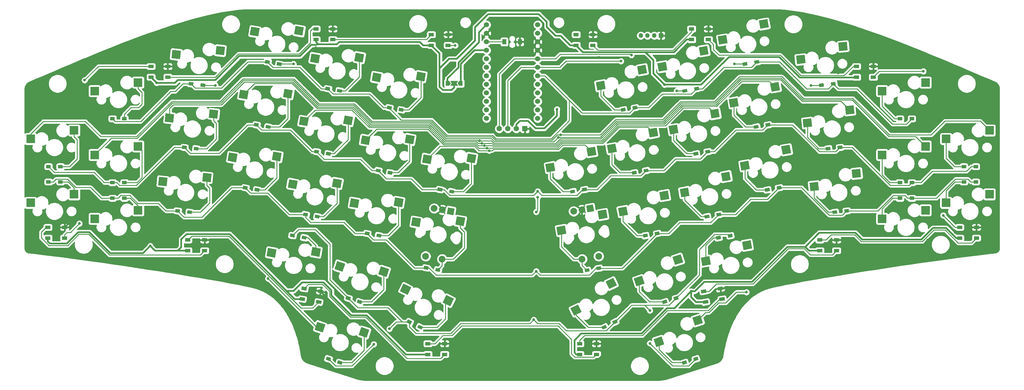
<source format=gbl>
%TF.GenerationSoftware,KiCad,Pcbnew,(5.1.10)-1*%
%TF.CreationDate,2021-10-29T12:16:09+09:00*%
%TF.ProjectId,yacc46,79616363-3436-42e6-9b69-6361645f7063,rev?*%
%TF.SameCoordinates,Original*%
%TF.FileFunction,Copper,L2,Bot*%
%TF.FilePolarity,Positive*%
%FSLAX46Y46*%
G04 Gerber Fmt 4.6, Leading zero omitted, Abs format (unit mm)*
G04 Created by KiCad (PCBNEW (5.1.10)-1) date 2021-10-29 12:16:09*
%MOMM*%
%LPD*%
G01*
G04 APERTURE LIST*
%TA.AperFunction,ComponentPad*%
%ADD10R,1.350000X1.350000*%
%TD*%
%TA.AperFunction,ComponentPad*%
%ADD11O,1.350000X1.350000*%
%TD*%
%TA.AperFunction,SMDPad,CuDef*%
%ADD12C,0.100000*%
%TD*%
%TA.AperFunction,ComponentPad*%
%ADD13C,1.524000*%
%TD*%
%TA.AperFunction,SMDPad,CuDef*%
%ADD14R,1.250000X1.600000*%
%TD*%
%TA.AperFunction,ComponentPad*%
%ADD15R,1.600000X1.600000*%
%TD*%
%TA.AperFunction,ComponentPad*%
%ADD16C,1.600000*%
%TD*%
%TA.AperFunction,ComponentPad*%
%ADD17C,0.600000*%
%TD*%
%TA.AperFunction,ComponentPad*%
%ADD18C,0.100000*%
%TD*%
%TA.AperFunction,ComponentPad*%
%ADD19C,2.000000*%
%TD*%
%TA.AperFunction,SMDPad,CuDef*%
%ADD20R,2.550000X2.500000*%
%TD*%
%TA.AperFunction,SMDPad,CuDef*%
%ADD21R,1.400000X1.000000*%
%TD*%
%TA.AperFunction,SMDPad,CuDef*%
%ADD22R,1.600000X1.000000*%
%TD*%
%TA.AperFunction,ViaPad*%
%ADD23C,0.800000*%
%TD*%
%TA.AperFunction,Conductor*%
%ADD24C,0.250000*%
%TD*%
%TA.AperFunction,Conductor*%
%ADD25C,0.500000*%
%TD*%
%TA.AperFunction,Conductor*%
%ADD26C,0.254000*%
%TD*%
%TA.AperFunction,Conductor*%
%ADD27C,0.100000*%
%TD*%
G04 APERTURE END LIST*
D10*
%TO.P,J2,4*%
%TO.N,GND*%
X214300000Y-32500000D03*
D11*
%TO.P,J2,3*%
%TO.N,VCC*%
X212300000Y-32500000D03*
%TO.P,J2,2*%
%TO.N,SDA*%
X210300000Y-32500000D03*
%TO.P,J2,1*%
%TO.N,SCL*%
X208300000Y-32500000D03*
%TD*%
%TA.AperFunction,SMDPad,CuDef*%
D12*
%TO.P,D19,2*%
%TO.N,Net-(D19-Pad2)*%
G36*
X147109878Y-102767302D02*
G01*
X147283527Y-101782494D01*
X148662258Y-102025602D01*
X148488609Y-103010410D01*
X147109878Y-102767302D01*
G37*
%TD.AperFunction*%
%TA.AperFunction,SMDPad,CuDef*%
%TO.P,D19,1*%
%TO.N,ROW2*%
G36*
X143613810Y-102150850D02*
G01*
X143787459Y-101166042D01*
X145166190Y-101409150D01*
X144992541Y-102393958D01*
X143613810Y-102150850D01*
G37*
%TD.AperFunction*%
%TD*%
D13*
%TO.P,U1,24*%
%TO.N,RAW*%
X162381400Y-29272000D03*
%TO.P,U1,23*%
%TO.N,GND*%
X162381400Y-31812000D03*
%TO.P,U1,22*%
%TO.N,RESET*%
X162381400Y-34352000D03*
%TO.P,U1,21*%
%TO.N,VCC*%
X162381400Y-36892000D03*
%TO.P,U1,20*%
%TO.N,LED*%
X162381400Y-39432000D03*
%TO.P,U1,19*%
%TO.N,COL2*%
X162381400Y-41972000D03*
%TO.P,U1,18*%
%TO.N,COL3*%
X162381400Y-44512000D03*
%TO.P,U1,17*%
%TO.N,COL4*%
X162381400Y-47052000D03*
%TO.P,U1,16*%
%TO.N,COL5*%
X162381400Y-49592000D03*
%TO.P,U1,15*%
%TO.N,COL6*%
X162381400Y-52132000D03*
%TO.P,U1,14*%
%TO.N,ENCL1*%
X162381400Y-54672000D03*
%TO.P,U1,13*%
%TO.N,ENCL2*%
X162381400Y-57212000D03*
%TO.P,U1,12*%
%TO.N,ENCR2*%
X177601400Y-57212000D03*
%TO.P,U1,11*%
%TO.N,ENCR1*%
X177601400Y-54672000D03*
%TO.P,U1,10*%
%TO.N,ROW3*%
X177601400Y-52132000D03*
%TO.P,U1,9*%
%TO.N,ROW2*%
X177601400Y-49592000D03*
%TO.P,U1,8*%
%TO.N,ROW1*%
X177601400Y-47052000D03*
%TO.P,U1,7*%
%TO.N,ROW0*%
X177601400Y-44512000D03*
%TO.P,U1,6*%
%TO.N,SCL*%
X177601400Y-41972000D03*
%TO.P,U1,5*%
%TO.N,SDA*%
X177601400Y-39432000D03*
%TO.P,U1,4*%
%TO.N,GND*%
X177601400Y-36892000D03*
%TO.P,U1,3*%
X177601400Y-34352000D03*
%TO.P,U1,2*%
%TO.N,COL1*%
X177601400Y-31812000D03*
%TO.P,U1,1*%
%TO.N,COL0*%
X177601400Y-29272000D03*
%TD*%
D14*
%TO.P,SW47,1*%
%TO.N,GND*%
X172325000Y-34360000D03*
%TO.P,SW47,2*%
%TO.N,RESET*%
X167675000Y-34360000D03*
%TD*%
D15*
%TO.P,J1,1*%
%TO.N,GND*%
X173800000Y-60270000D03*
D16*
%TO.P,J1,2*%
%TO.N,VCC*%
X171260000Y-60270000D03*
%TO.P,J1,3*%
%TO.N,SCL*%
X168720000Y-60270000D03*
%TO.P,J1,4*%
%TO.N,SDA*%
X166180000Y-60270000D03*
%TD*%
D17*
%TO.P,SW12,1*%
%TO.N,COL6*%
X144700033Y-69374141D03*
%TO.P,SW12,2*%
%TO.N,Net-(D12-Pad2)*%
X157871710Y-69117479D03*
%TA.AperFunction,SMDPad,CuDef*%
D12*
G36*
X159344400Y-68107871D02*
G01*
X158910280Y-70569890D01*
X156399020Y-70127087D01*
X156833140Y-67665068D01*
X159344400Y-68107871D01*
G37*
%TD.AperFunction*%
%TA.AperFunction,SMDPad,CuDef*%
%TO.P,SW12,1*%
%TO.N,COL6*%
G36*
X146172723Y-68364533D02*
G01*
X145738603Y-70826552D01*
X143227343Y-70383749D01*
X143661463Y-67921730D01*
X146172723Y-68364533D01*
G37*
%TD.AperFunction*%
%TD*%
D17*
%TO.P,SW19,S2*%
%TO.N,Net-(D19-Pad2)*%
X154563712Y-87878067D03*
%TO.P,SW19,S1*%
%TO.N,COL6*%
X141392035Y-88134729D03*
%TA.AperFunction,SMDPad,CuDef*%
D12*
%TO.P,SW19,S2*%
%TO.N,Net-(D19-Pad2)*%
G36*
X156036402Y-86868459D02*
G01*
X155602282Y-89330478D01*
X153091022Y-88887675D01*
X153525142Y-86425656D01*
X156036402Y-86868459D01*
G37*
%TD.AperFunction*%
%TA.AperFunction,SMDPad,CuDef*%
%TO.P,SW19,S1*%
%TO.N,COL6*%
G36*
X142864725Y-87125121D02*
G01*
X142430605Y-89587140D01*
X139919345Y-89144337D01*
X140353465Y-86682318D01*
X142864725Y-87125121D01*
G37*
%TD.AperFunction*%
%TA.AperFunction,ComponentPad*%
D18*
%TO.P,SW19,A*%
%TO.N,ENCL1*%
G36*
X150881553Y-83756044D02*
G01*
X152851169Y-84103340D01*
X152503873Y-86072956D01*
X150534257Y-85725660D01*
X150881553Y-83756044D01*
G37*
%TD.AperFunction*%
D19*
%TO.P,SW19,C*%
%TO.N,GND*%
X149230693Y-84480380D03*
%TO.P,SW19,B*%
%TO.N,ENCL2*%
X146768674Y-84046259D03*
%TO.P,SW19,S2*%
%TO.N,Net-(D19-Pad2)*%
X149174814Y-99194213D03*
%TO.P,SW19,S1*%
%TO.N,COL6*%
X144250775Y-98325972D03*
%TD*%
D17*
%TO.P,SW36,S2*%
%TO.N,COL6*%
X196942782Y-85849162D03*
%TO.P,SW36,S1*%
%TO.N,Net-(D36-Pad1)*%
X184653239Y-90595324D03*
%TA.AperFunction,SMDPad,CuDef*%
D12*
%TO.P,SW36,S2*%
%TO.N,COL6*%
G36*
X197981352Y-84396751D02*
G01*
X198415472Y-86858770D01*
X195904212Y-87301573D01*
X195470092Y-84839554D01*
X197981352Y-84396751D01*
G37*
%TD.AperFunction*%
%TA.AperFunction,SMDPad,CuDef*%
%TO.P,SW36,S1*%
%TO.N,Net-(D36-Pad1)*%
G36*
X185691809Y-89142913D02*
G01*
X186125929Y-91604932D01*
X183614669Y-92047735D01*
X183180549Y-89585716D01*
X185691809Y-89142913D01*
G37*
%TD.AperFunction*%
%TA.AperFunction,ComponentPad*%
D18*
%TO.P,SW36,A*%
%TO.N,ENCR1*%
G36*
X192072870Y-83235099D02*
G01*
X194042486Y-82887803D01*
X194389782Y-84857419D01*
X192420166Y-85204715D01*
X192072870Y-83235099D01*
G37*
%TD.AperFunction*%
D19*
%TO.P,SW36,C*%
%TO.N,GND*%
X190769307Y-84480380D03*
%TO.P,SW36,B*%
%TO.N,ENCR2*%
X188307287Y-84914500D03*
%TO.P,SW36,S2*%
%TO.N,COL6*%
X195749225Y-98325972D03*
%TO.P,SW36,S1*%
%TO.N,Net-(D36-Pad1)*%
X190825186Y-99194213D03*
%TD*%
D17*
%TO.P,SW1,1*%
%TO.N,COL1*%
X45715000Y-49035000D03*
%TO.P,SW1,2*%
%TO.N,Net-(D1-Pad2)*%
X58642000Y-46495000D03*
D20*
X58642000Y-46495000D03*
%TO.P,SW1,1*%
%TO.N,COL1*%
X45715000Y-49035000D03*
%TD*%
D17*
%TO.P,SW2,1*%
%TO.N,COL2*%
X69995304Y-38134858D03*
%TO.P,SW2,2*%
%TO.N,Net-(D2-Pad2)*%
X83116991Y-36960012D03*
%TA.AperFunction,SMDPad,CuDef*%
D12*
G36*
X84515667Y-35850133D02*
G01*
X84254346Y-38336438D01*
X81718315Y-38069891D01*
X81979636Y-35583586D01*
X84515667Y-35850133D01*
G37*
%TD.AperFunction*%
%TA.AperFunction,SMDPad,CuDef*%
%TO.P,SW2,1*%
%TO.N,COL2*%
G36*
X71393980Y-37024979D02*
G01*
X71132659Y-39511284D01*
X68596628Y-39244737D01*
X68857949Y-36758432D01*
X71393980Y-37024979D01*
G37*
%TD.AperFunction*%
%TD*%
D17*
%TO.P,SW3,1*%
%TO.N,COL3*%
X93380267Y-31309266D03*
%TO.P,SW3,2*%
%TO.N,Net-(D3-Pad2)*%
X106551944Y-31052604D03*
%TA.AperFunction,SMDPad,CuDef*%
D12*
G36*
X108024634Y-30042996D02*
G01*
X107590514Y-32505015D01*
X105079254Y-32062212D01*
X105513374Y-29600193D01*
X108024634Y-30042996D01*
G37*
%TD.AperFunction*%
%TA.AperFunction,SMDPad,CuDef*%
%TO.P,SW3,1*%
%TO.N,COL3*%
G36*
X94852957Y-30299658D02*
G01*
X94418837Y-32761677D01*
X91907577Y-32318874D01*
X92341697Y-29856855D01*
X94852957Y-30299658D01*
G37*
%TD.AperFunction*%
%TD*%
D17*
%TO.P,SW4,1*%
%TO.N,COL4*%
X111313855Y-39307411D03*
%TO.P,SW4,2*%
%TO.N,Net-(D4-Pad2)*%
X124485532Y-39050749D03*
%TA.AperFunction,SMDPad,CuDef*%
D12*
G36*
X125958222Y-38041141D02*
G01*
X125524102Y-40503160D01*
X123012842Y-40060357D01*
X123446962Y-37598338D01*
X125958222Y-38041141D01*
G37*
%TD.AperFunction*%
%TA.AperFunction,SMDPad,CuDef*%
%TO.P,SW4,1*%
%TO.N,COL4*%
G36*
X112786545Y-38297803D02*
G01*
X112352425Y-40759822D01*
X109841165Y-40317019D01*
X110275285Y-37855000D01*
X112786545Y-38297803D01*
G37*
%TD.AperFunction*%
%TD*%
D17*
%TO.P,SW5,1*%
%TO.N,COL5*%
X129660943Y-44960482D03*
%TO.P,SW5,2*%
%TO.N,Net-(D5-Pad2)*%
X142832620Y-44703820D03*
%TA.AperFunction,SMDPad,CuDef*%
D12*
G36*
X144305310Y-43694212D02*
G01*
X143871190Y-46156231D01*
X141359930Y-45713428D01*
X141794050Y-43251409D01*
X144305310Y-43694212D01*
G37*
%TD.AperFunction*%
%TA.AperFunction,SMDPad,CuDef*%
%TO.P,SW5,1*%
%TO.N,COL5*%
G36*
X131133633Y-43950874D02*
G01*
X130699513Y-46412893D01*
X128188253Y-45970090D01*
X128622373Y-43508071D01*
X131133633Y-43950874D01*
G37*
%TD.AperFunction*%
%TD*%
D17*
%TO.P,SW6,1*%
%TO.N,COL0*%
X26665000Y-63322500D03*
%TO.P,SW6,2*%
%TO.N,Net-(D6-Pad2)*%
X39592000Y-60782500D03*
D20*
X39592000Y-60782500D03*
%TO.P,SW6,1*%
%TO.N,COL0*%
X26665000Y-63322500D03*
%TD*%
D17*
%TO.P,SW7,1*%
%TO.N,COL1*%
X45715000Y-68085000D03*
%TO.P,SW7,2*%
%TO.N,Net-(D7-Pad2)*%
X58642000Y-65545000D03*
D20*
X58642000Y-65545000D03*
%TO.P,SW7,1*%
%TO.N,COL1*%
X45715000Y-68085000D03*
%TD*%
D17*
%TO.P,SW8,1*%
%TO.N,COL2*%
X68004036Y-57080500D03*
%TO.P,SW8,2*%
%TO.N,Net-(D8-Pad2)*%
X81125723Y-55905654D03*
%TA.AperFunction,SMDPad,CuDef*%
D12*
G36*
X82524399Y-54795775D02*
G01*
X82263078Y-57282080D01*
X79727047Y-57015533D01*
X79988368Y-54529228D01*
X82524399Y-54795775D01*
G37*
%TD.AperFunction*%
%TA.AperFunction,SMDPad,CuDef*%
%TO.P,SW8,1*%
%TO.N,COL2*%
G36*
X69402712Y-55970621D02*
G01*
X69141391Y-58456926D01*
X66605360Y-58190379D01*
X66866681Y-55704074D01*
X69402712Y-55970621D01*
G37*
%TD.AperFunction*%
%TD*%
D17*
%TO.P,SW9,1*%
%TO.N,COL3*%
X90072269Y-50069854D03*
%TO.P,SW9,2*%
%TO.N,Net-(D9-Pad2)*%
X103243946Y-49813192D03*
%TA.AperFunction,SMDPad,CuDef*%
D12*
G36*
X104716636Y-48803584D02*
G01*
X104282516Y-51265603D01*
X101771256Y-50822800D01*
X102205376Y-48360781D01*
X104716636Y-48803584D01*
G37*
%TD.AperFunction*%
%TA.AperFunction,SMDPad,CuDef*%
%TO.P,SW9,1*%
%TO.N,COL3*%
G36*
X91544959Y-49060246D02*
G01*
X91110839Y-51522265D01*
X88599579Y-51079462D01*
X89033699Y-48617443D01*
X91544959Y-49060246D01*
G37*
%TD.AperFunction*%
%TD*%
D17*
%TO.P,SW10,1*%
%TO.N,COL4*%
X108005857Y-58067999D03*
%TO.P,SW10,2*%
%TO.N,Net-(D10-Pad2)*%
X121177534Y-57811337D03*
%TA.AperFunction,SMDPad,CuDef*%
D12*
G36*
X122650224Y-56801729D02*
G01*
X122216104Y-59263748D01*
X119704844Y-58820945D01*
X120138964Y-56358926D01*
X122650224Y-56801729D01*
G37*
%TD.AperFunction*%
%TA.AperFunction,SMDPad,CuDef*%
%TO.P,SW10,1*%
%TO.N,COL4*%
G36*
X109478547Y-57058391D02*
G01*
X109044427Y-59520410D01*
X106533167Y-59077607D01*
X106967287Y-56615588D01*
X109478547Y-57058391D01*
G37*
%TD.AperFunction*%
%TD*%
D17*
%TO.P,SW11,1*%
%TO.N,COL5*%
X126352945Y-63721070D03*
%TO.P,SW11,2*%
%TO.N,Net-(D11-Pad2)*%
X139524622Y-63464408D03*
%TA.AperFunction,SMDPad,CuDef*%
D12*
G36*
X140997312Y-62454800D02*
G01*
X140563192Y-64916819D01*
X138051932Y-64474016D01*
X138486052Y-62011997D01*
X140997312Y-62454800D01*
G37*
%TD.AperFunction*%
%TA.AperFunction,SMDPad,CuDef*%
%TO.P,SW11,1*%
%TO.N,COL5*%
G36*
X127825635Y-62711462D02*
G01*
X127391515Y-65173481D01*
X124880255Y-64730678D01*
X125314375Y-62268659D01*
X127825635Y-62711462D01*
G37*
%TD.AperFunction*%
%TD*%
D17*
%TO.P,SW13,1*%
%TO.N,COL0*%
X26665000Y-82372500D03*
%TO.P,SW13,2*%
%TO.N,Net-(D13-Pad2)*%
X39592000Y-79832500D03*
D20*
X39592000Y-79832500D03*
%TO.P,SW13,1*%
%TO.N,COL0*%
X26665000Y-82372500D03*
%TD*%
D17*
%TO.P,SW14,1*%
%TO.N,COL1*%
X45715000Y-87135000D03*
%TO.P,SW14,2*%
%TO.N,Net-(D14-Pad2)*%
X58642000Y-84595000D03*
D20*
X58642000Y-84595000D03*
%TO.P,SW14,1*%
%TO.N,COL1*%
X45715000Y-87135000D03*
%TD*%
D17*
%TO.P,SW15,1*%
%TO.N,COL2*%
X66012769Y-76026142D03*
%TO.P,SW15,2*%
%TO.N,Net-(D15-Pad2)*%
X79134456Y-74851296D03*
%TA.AperFunction,SMDPad,CuDef*%
D12*
G36*
X80533132Y-73741417D02*
G01*
X80271811Y-76227722D01*
X77735780Y-75961175D01*
X77997101Y-73474870D01*
X80533132Y-73741417D01*
G37*
%TD.AperFunction*%
%TA.AperFunction,SMDPad,CuDef*%
%TO.P,SW15,1*%
%TO.N,COL2*%
G36*
X67411445Y-74916263D02*
G01*
X67150124Y-77402568D01*
X64614093Y-77136021D01*
X64875414Y-74649716D01*
X67411445Y-74916263D01*
G37*
%TD.AperFunction*%
%TD*%
D17*
%TO.P,SW16,1*%
%TO.N,COL3*%
X86764271Y-68830442D03*
%TO.P,SW16,2*%
%TO.N,Net-(D16-Pad2)*%
X99935948Y-68573780D03*
%TA.AperFunction,SMDPad,CuDef*%
D12*
G36*
X101408638Y-67564172D02*
G01*
X100974518Y-70026191D01*
X98463258Y-69583388D01*
X98897378Y-67121369D01*
X101408638Y-67564172D01*
G37*
%TD.AperFunction*%
%TA.AperFunction,SMDPad,CuDef*%
%TO.P,SW16,1*%
%TO.N,COL3*%
G36*
X88236961Y-67820834D02*
G01*
X87802841Y-70282853D01*
X85291581Y-69840050D01*
X85725701Y-67378031D01*
X88236961Y-67820834D01*
G37*
%TD.AperFunction*%
%TD*%
D17*
%TO.P,SW17,1*%
%TO.N,COL4*%
X104697859Y-76828586D03*
%TO.P,SW17,2*%
%TO.N,Net-(D17-Pad2)*%
X117869536Y-76571924D03*
%TA.AperFunction,SMDPad,CuDef*%
D12*
G36*
X119342226Y-75562316D02*
G01*
X118908106Y-78024335D01*
X116396846Y-77581532D01*
X116830966Y-75119513D01*
X119342226Y-75562316D01*
G37*
%TD.AperFunction*%
%TA.AperFunction,SMDPad,CuDef*%
%TO.P,SW17,1*%
%TO.N,COL4*%
G36*
X106170549Y-75818978D02*
G01*
X105736429Y-78280997D01*
X103225169Y-77838194D01*
X103659289Y-75376175D01*
X106170549Y-75818978D01*
G37*
%TD.AperFunction*%
%TD*%
D17*
%TO.P,SW18,1*%
%TO.N,COL5*%
X123044947Y-82481658D03*
%TO.P,SW18,2*%
%TO.N,Net-(D18-Pad2)*%
X136216624Y-82224996D03*
%TA.AperFunction,SMDPad,CuDef*%
D12*
G36*
X137689314Y-81215388D02*
G01*
X137255194Y-83677407D01*
X134743934Y-83234604D01*
X135178054Y-80772585D01*
X137689314Y-81215388D01*
G37*
%TD.AperFunction*%
%TA.AperFunction,SMDPad,CuDef*%
%TO.P,SW18,1*%
%TO.N,COL5*%
G36*
X124517637Y-81472050D02*
G01*
X124083517Y-83934069D01*
X121572257Y-83491266D01*
X122006377Y-81029247D01*
X124517637Y-81472050D01*
G37*
%TD.AperFunction*%
%TD*%
D17*
%TO.P,SW20,1*%
%TO.N,COL4*%
X98397586Y-97291287D03*
%TO.P,SW20,2*%
%TO.N,Net-(D20-Pad2)*%
X111569263Y-97034625D03*
%TA.AperFunction,SMDPad,CuDef*%
D12*
G36*
X113041953Y-96025017D02*
G01*
X112607833Y-98487036D01*
X110096573Y-98044233D01*
X110530693Y-95582214D01*
X113041953Y-96025017D01*
G37*
%TD.AperFunction*%
%TA.AperFunction,SMDPad,CuDef*%
%TO.P,SW20,1*%
%TO.N,COL4*%
G36*
X99870276Y-96281679D02*
G01*
X99436156Y-98743698D01*
X96924896Y-98300895D01*
X97359016Y-95838876D01*
X99870276Y-96281679D01*
G37*
%TD.AperFunction*%
%TD*%
D17*
%TO.P,SW21,1*%
%TO.N,COL5*%
X118709046Y-101336793D03*
%TO.P,SW21,2*%
%TO.N,Net-(D21-Pad2)*%
X131788256Y-102915772D03*
%TA.AperFunction,SMDPad,CuDef*%
D12*
G36*
X133387124Y-102120948D02*
G01*
X132614582Y-104498589D01*
X130189388Y-103710596D01*
X130961930Y-101332955D01*
X133387124Y-102120948D01*
G37*
%TD.AperFunction*%
%TA.AperFunction,SMDPad,CuDef*%
%TO.P,SW21,1*%
%TO.N,COL5*%
G36*
X120307914Y-100541969D02*
G01*
X119535372Y-102919610D01*
X117110178Y-102131617D01*
X117882720Y-99753976D01*
X120307914Y-100541969D01*
G37*
%TD.AperFunction*%
%TD*%
D17*
%TO.P,SW22,1*%
%TO.N,COL6*%
X138259810Y-108169738D03*
%TO.P,SW22,2*%
%TO.N,Net-(D22-Pad2)*%
X150991983Y-111553624D03*
%TA.AperFunction,SMDPad,CuDef*%
D12*
G36*
X152685909Y-110989055D02*
G01*
X151589981Y-113236040D01*
X149298057Y-112118193D01*
X150393985Y-109871208D01*
X152685909Y-110989055D01*
G37*
%TD.AperFunction*%
%TA.AperFunction,SMDPad,CuDef*%
%TO.P,SW22,1*%
%TO.N,COL6*%
G36*
X139953736Y-107605169D02*
G01*
X138857808Y-109852154D01*
X136565884Y-108734307D01*
X137661812Y-106487322D01*
X139953736Y-107605169D01*
G37*
%TD.AperFunction*%
%TD*%
D17*
%TO.P,SW23,1*%
%TO.N,COL3*%
X112822272Y-119454419D03*
%TO.P,SW23,2*%
%TO.N,Net-(D23-Pad2)*%
X125901482Y-121033398D03*
%TA.AperFunction,SMDPad,CuDef*%
D12*
G36*
X127500350Y-120238574D02*
G01*
X126727808Y-122616215D01*
X124302614Y-121828222D01*
X125075156Y-119450581D01*
X127500350Y-120238574D01*
G37*
%TD.AperFunction*%
%TA.AperFunction,SMDPad,CuDef*%
%TO.P,SW23,1*%
%TO.N,COL3*%
G36*
X114421140Y-118659595D02*
G01*
X113648598Y-121037236D01*
X111223404Y-120249243D01*
X111995946Y-117871602D01*
X114421140Y-118659595D01*
G37*
%TD.AperFunction*%
%TD*%
D17*
%TO.P,SW24,1*%
%TO.N,Net-(D24-Pad1)*%
X196384331Y-47421077D03*
%TO.P,SW24,2*%
%TO.N,COL5*%
X208673874Y-42674915D03*
%TA.AperFunction,SMDPad,CuDef*%
D12*
G36*
X209712444Y-41222504D02*
G01*
X210146564Y-43684523D01*
X207635304Y-44127326D01*
X207201184Y-41665307D01*
X209712444Y-41222504D01*
G37*
%TD.AperFunction*%
%TA.AperFunction,SMDPad,CuDef*%
%TO.P,SW24,1*%
%TO.N,Net-(D24-Pad1)*%
G36*
X197422901Y-45968666D02*
G01*
X197857021Y-48430685D01*
X195345761Y-48873488D01*
X194911641Y-46411469D01*
X197422901Y-45968666D01*
G37*
%TD.AperFunction*%
%TD*%
D17*
%TO.P,SW25,1*%
%TO.N,Net-(D25-Pad1)*%
X214731419Y-41768006D03*
%TO.P,SW25,2*%
%TO.N,COL4*%
X227020962Y-37021844D03*
%TA.AperFunction,SMDPad,CuDef*%
D12*
G36*
X228059532Y-35569433D02*
G01*
X228493652Y-38031452D01*
X225982392Y-38474255D01*
X225548272Y-36012236D01*
X228059532Y-35569433D01*
G37*
%TD.AperFunction*%
%TA.AperFunction,SMDPad,CuDef*%
%TO.P,SW25,1*%
%TO.N,Net-(D25-Pad1)*%
G36*
X215769989Y-40315595D02*
G01*
X216204109Y-42777614D01*
X213692849Y-43220417D01*
X213258729Y-40758398D01*
X215769989Y-40315595D01*
G37*
%TD.AperFunction*%
%TD*%
D17*
%TO.P,SW26,1*%
%TO.N,Net-(D26-Pad1)*%
X232665007Y-33769861D03*
%TO.P,SW26,2*%
%TO.N,COL3*%
X244954550Y-29023699D03*
%TA.AperFunction,SMDPad,CuDef*%
D12*
G36*
X245993120Y-27571288D02*
G01*
X246427240Y-30033307D01*
X243915980Y-30476110D01*
X243481860Y-28014091D01*
X245993120Y-27571288D01*
G37*
%TD.AperFunction*%
%TA.AperFunction,SMDPad,CuDef*%
%TO.P,SW26,1*%
%TO.N,Net-(D26-Pad1)*%
G36*
X233703577Y-32317450D02*
G01*
X234137697Y-34779469D01*
X231626437Y-35222272D01*
X231192317Y-32760253D01*
X233703577Y-32317450D01*
G37*
%TD.AperFunction*%
%TD*%
D17*
%TO.P,SW27,1*%
%TO.N,Net-(D27-Pad1)*%
X255912321Y-39616027D03*
%TO.P,SW27,2*%
%TO.N,COL2*%
X268503003Y-35738701D03*
%TA.AperFunction,SMDPad,CuDef*%
D12*
G36*
X269640358Y-34362275D02*
G01*
X269901679Y-36848580D01*
X267365648Y-37115127D01*
X267104327Y-34628822D01*
X269640358Y-34362275D01*
G37*
%TD.AperFunction*%
%TA.AperFunction,SMDPad,CuDef*%
%TO.P,SW27,1*%
%TO.N,Net-(D27-Pad1)*%
G36*
X257049676Y-38239601D02*
G01*
X257310997Y-40725906D01*
X254774966Y-40992453D01*
X254513645Y-38506148D01*
X257049676Y-38239601D01*
G37*
%TD.AperFunction*%
%TD*%
D17*
%TO.P,SW28,1*%
%TO.N,Net-(D28-Pad1)*%
X280115000Y-49035000D03*
%TO.P,SW28,2*%
%TO.N,COL1*%
X293042000Y-46495000D03*
D20*
X293042000Y-46495000D03*
%TO.P,SW28,1*%
%TO.N,Net-(D28-Pad1)*%
X280115000Y-49035000D03*
%TD*%
D17*
%TO.P,SW29,1*%
%TO.N,Net-(D29-Pad1)*%
X181345241Y-71834736D03*
%TO.P,SW29,2*%
%TO.N,COL6*%
X193634784Y-67088574D03*
%TA.AperFunction,SMDPad,CuDef*%
D12*
G36*
X194673354Y-65636163D02*
G01*
X195107474Y-68098182D01*
X192596214Y-68540985D01*
X192162094Y-66078966D01*
X194673354Y-65636163D01*
G37*
%TD.AperFunction*%
%TA.AperFunction,SMDPad,CuDef*%
%TO.P,SW29,1*%
%TO.N,Net-(D29-Pad1)*%
G36*
X182383811Y-70382325D02*
G01*
X182817931Y-72844344D01*
X180306671Y-73287147D01*
X179872551Y-70825128D01*
X182383811Y-70382325D01*
G37*
%TD.AperFunction*%
%TD*%
D17*
%TO.P,SW30,1*%
%TO.N,Net-(D30-Pad1)*%
X199692329Y-66181665D03*
%TO.P,SW30,2*%
%TO.N,COL5*%
X211981872Y-61435503D03*
%TA.AperFunction,SMDPad,CuDef*%
D12*
G36*
X213020442Y-59983092D02*
G01*
X213454562Y-62445111D01*
X210943302Y-62887914D01*
X210509182Y-60425895D01*
X213020442Y-59983092D01*
G37*
%TD.AperFunction*%
%TA.AperFunction,SMDPad,CuDef*%
%TO.P,SW30,1*%
%TO.N,Net-(D30-Pad1)*%
G36*
X200730899Y-64729254D02*
G01*
X201165019Y-67191273D01*
X198653759Y-67634076D01*
X198219639Y-65172057D01*
X200730899Y-64729254D01*
G37*
%TD.AperFunction*%
%TD*%
D17*
%TO.P,SW31,1*%
%TO.N,Net-(D31-Pad1)*%
X218039417Y-60528594D03*
%TO.P,SW31,2*%
%TO.N,COL4*%
X230328960Y-55782432D03*
%TA.AperFunction,SMDPad,CuDef*%
D12*
G36*
X231367530Y-54330021D02*
G01*
X231801650Y-56792040D01*
X229290390Y-57234843D01*
X228856270Y-54772824D01*
X231367530Y-54330021D01*
G37*
%TD.AperFunction*%
%TA.AperFunction,SMDPad,CuDef*%
%TO.P,SW31,1*%
%TO.N,Net-(D31-Pad1)*%
G36*
X219077987Y-59076183D02*
G01*
X219512107Y-61538202D01*
X217000847Y-61981005D01*
X216566727Y-59518986D01*
X219077987Y-59076183D01*
G37*
%TD.AperFunction*%
%TD*%
D17*
%TO.P,SW32,1*%
%TO.N,Net-(D32-Pad1)*%
X235973005Y-52530449D03*
%TO.P,SW32,2*%
%TO.N,COL3*%
X248262548Y-47784287D03*
%TA.AperFunction,SMDPad,CuDef*%
D12*
G36*
X249301118Y-46331876D02*
G01*
X249735238Y-48793895D01*
X247223978Y-49236698D01*
X246789858Y-46774679D01*
X249301118Y-46331876D01*
G37*
%TD.AperFunction*%
%TA.AperFunction,SMDPad,CuDef*%
%TO.P,SW32,1*%
%TO.N,Net-(D32-Pad1)*%
G36*
X237011575Y-51078038D02*
G01*
X237445695Y-53540057D01*
X234934435Y-53982860D01*
X234500315Y-51520841D01*
X237011575Y-51078038D01*
G37*
%TD.AperFunction*%
%TD*%
D17*
%TO.P,SW33,1*%
%TO.N,Net-(D33-Pad1)*%
X257903589Y-58561669D03*
%TO.P,SW33,2*%
%TO.N,COL2*%
X270494271Y-54684343D03*
%TA.AperFunction,SMDPad,CuDef*%
D12*
G36*
X271631626Y-53307917D02*
G01*
X271892947Y-55794222D01*
X269356916Y-56060769D01*
X269095595Y-53574464D01*
X271631626Y-53307917D01*
G37*
%TD.AperFunction*%
%TA.AperFunction,SMDPad,CuDef*%
%TO.P,SW33,1*%
%TO.N,Net-(D33-Pad1)*%
G36*
X259040944Y-57185243D02*
G01*
X259302265Y-59671548D01*
X256766234Y-59938095D01*
X256504913Y-57451790D01*
X259040944Y-57185243D01*
G37*
%TD.AperFunction*%
%TD*%
D17*
%TO.P,SW34,1*%
%TO.N,Net-(D34-Pad1)*%
X280115000Y-68085000D03*
%TO.P,SW34,2*%
%TO.N,COL1*%
X293042000Y-65545000D03*
D20*
X293042000Y-65545000D03*
%TO.P,SW34,1*%
%TO.N,Net-(D34-Pad1)*%
X280115000Y-68085000D03*
%TD*%
D17*
%TO.P,SW35,1*%
%TO.N,Net-(D35-Pad1)*%
X299165000Y-63322500D03*
%TO.P,SW35,2*%
%TO.N,COL0*%
X312092000Y-60782500D03*
D20*
X312092000Y-60782500D03*
%TO.P,SW35,1*%
%TO.N,Net-(D35-Pad1)*%
X299165000Y-63322500D03*
%TD*%
D17*
%TO.P,SW37,1*%
%TO.N,Net-(D37-Pad1)*%
X203000327Y-84942253D03*
%TO.P,SW37,2*%
%TO.N,COL5*%
X215289870Y-80196091D03*
%TA.AperFunction,SMDPad,CuDef*%
D12*
G36*
X216328440Y-78743680D02*
G01*
X216762560Y-81205699D01*
X214251300Y-81648502D01*
X213817180Y-79186483D01*
X216328440Y-78743680D01*
G37*
%TD.AperFunction*%
%TA.AperFunction,SMDPad,CuDef*%
%TO.P,SW37,1*%
%TO.N,Net-(D37-Pad1)*%
G36*
X204038897Y-83489842D02*
G01*
X204473017Y-85951861D01*
X201961757Y-86394664D01*
X201527637Y-83932645D01*
X204038897Y-83489842D01*
G37*
%TD.AperFunction*%
%TD*%
D17*
%TO.P,SW38,1*%
%TO.N,Net-(D38-Pad1)*%
X221347415Y-79289181D03*
%TO.P,SW38,2*%
%TO.N,COL4*%
X233636958Y-74543019D03*
%TA.AperFunction,SMDPad,CuDef*%
D12*
G36*
X234675528Y-73090608D02*
G01*
X235109648Y-75552627D01*
X232598388Y-75995430D01*
X232164268Y-73533411D01*
X234675528Y-73090608D01*
G37*
%TD.AperFunction*%
%TA.AperFunction,SMDPad,CuDef*%
%TO.P,SW38,1*%
%TO.N,Net-(D38-Pad1)*%
G36*
X222385985Y-77836770D02*
G01*
X222820105Y-80298789D01*
X220308845Y-80741592D01*
X219874725Y-78279573D01*
X222385985Y-77836770D01*
G37*
%TD.AperFunction*%
%TD*%
D17*
%TO.P,SW39,1*%
%TO.N,Net-(D39-Pad1)*%
X239281003Y-71291037D03*
%TO.P,SW39,2*%
%TO.N,COL3*%
X251570546Y-66544875D03*
%TA.AperFunction,SMDPad,CuDef*%
D12*
G36*
X252609116Y-65092464D02*
G01*
X253043236Y-67554483D01*
X250531976Y-67997286D01*
X250097856Y-65535267D01*
X252609116Y-65092464D01*
G37*
%TD.AperFunction*%
%TA.AperFunction,SMDPad,CuDef*%
%TO.P,SW39,1*%
%TO.N,Net-(D39-Pad1)*%
G36*
X240319573Y-69838626D02*
G01*
X240753693Y-72300645D01*
X238242433Y-72743448D01*
X237808313Y-70281429D01*
X240319573Y-69838626D01*
G37*
%TD.AperFunction*%
%TD*%
D17*
%TO.P,SW40,1*%
%TO.N,Net-(D40-Pad1)*%
X259894856Y-77507311D03*
%TO.P,SW40,2*%
%TO.N,COL2*%
X272485538Y-73629985D03*
%TA.AperFunction,SMDPad,CuDef*%
D12*
G36*
X273622893Y-72253559D02*
G01*
X273884214Y-74739864D01*
X271348183Y-75006411D01*
X271086862Y-72520106D01*
X273622893Y-72253559D01*
G37*
%TD.AperFunction*%
%TA.AperFunction,SMDPad,CuDef*%
%TO.P,SW40,1*%
%TO.N,Net-(D40-Pad1)*%
G36*
X261032211Y-76130885D02*
G01*
X261293532Y-78617190D01*
X258757501Y-78883737D01*
X258496180Y-76397432D01*
X261032211Y-76130885D01*
G37*
%TD.AperFunction*%
%TD*%
D17*
%TO.P,SW41,1*%
%TO.N,Net-(D41-Pad1)*%
X280115000Y-87135000D03*
%TO.P,SW41,2*%
%TO.N,COL1*%
X293042000Y-84595000D03*
D20*
X293042000Y-84595000D03*
%TO.P,SW41,1*%
%TO.N,Net-(D41-Pad1)*%
X280115000Y-87135000D03*
%TD*%
D17*
%TO.P,SW42,1*%
%TO.N,Net-(D42-Pad1)*%
X299165000Y-82372500D03*
%TO.P,SW42,2*%
%TO.N,COL0*%
X312092000Y-79832500D03*
D20*
X312092000Y-79832500D03*
%TO.P,SW42,1*%
%TO.N,Net-(D42-Pad1)*%
X299165000Y-82372500D03*
%TD*%
D17*
%TO.P,SW43,1*%
%TO.N,Net-(D43-Pad1)*%
X189004278Y-114381457D03*
%TO.P,SW43,2*%
%TO.N,COL6*%
X199509526Y-106431696D03*
%TA.AperFunction,SMDPad,CuDef*%
D12*
G36*
X200107524Y-104749280D02*
G01*
X201203452Y-106996265D01*
X198911528Y-108114112D01*
X197815600Y-105867127D01*
X200107524Y-104749280D01*
G37*
%TD.AperFunction*%
%TA.AperFunction,SMDPad,CuDef*%
%TO.P,SW43,1*%
%TO.N,Net-(D43-Pad1)*%
G36*
X189602276Y-112699041D02*
G01*
X190698204Y-114946026D01*
X188406280Y-116063873D01*
X187310352Y-113816888D01*
X189602276Y-112699041D01*
G37*
%TD.AperFunction*%
%TD*%
D17*
%TO.P,SW44,1*%
%TO.N,Net-(D44-Pad1)*%
X207814483Y-105715564D03*
%TO.P,SW44,2*%
%TO.N,COL5*%
X219323888Y-99305218D03*
%TA.AperFunction,SMDPad,CuDef*%
D12*
G36*
X220150214Y-97722401D02*
G01*
X220922756Y-100100042D01*
X218497562Y-100888035D01*
X217725020Y-98510394D01*
X220150214Y-97722401D01*
G37*
%TD.AperFunction*%
%TA.AperFunction,SMDPad,CuDef*%
%TO.P,SW44,1*%
%TO.N,Net-(D44-Pad1)*%
G36*
X208640809Y-104132747D02*
G01*
X209413351Y-106510388D01*
X206988157Y-107298381D01*
X206215615Y-104920740D01*
X208640809Y-104132747D01*
G37*
%TD.AperFunction*%
%TD*%
D17*
%TO.P,SW45,1*%
%TO.N,Net-(D45-Pad1)*%
X227647688Y-99751882D03*
%TO.P,SW45,2*%
%TO.N,COL4*%
X239937231Y-95005720D03*
%TA.AperFunction,SMDPad,CuDef*%
D12*
G36*
X240975801Y-93553309D02*
G01*
X241409921Y-96015328D01*
X238898661Y-96458131D01*
X238464541Y-93996112D01*
X240975801Y-93553309D01*
G37*
%TD.AperFunction*%
%TA.AperFunction,SMDPad,CuDef*%
%TO.P,SW45,1*%
%TO.N,Net-(D45-Pad1)*%
G36*
X228686258Y-98299471D02*
G01*
X229120378Y-100761490D01*
X226609118Y-101204293D01*
X226174998Y-98742274D01*
X228686258Y-98299471D01*
G37*
%TD.AperFunction*%
%TD*%
D17*
%TO.P,SW46,1*%
%TO.N,Net-(D46-Pad1)*%
X213701257Y-123833190D03*
%TO.P,SW46,2*%
%TO.N,COL3*%
X225210662Y-117422844D03*
%TA.AperFunction,SMDPad,CuDef*%
D12*
G36*
X226036988Y-115840027D02*
G01*
X226809530Y-118217668D01*
X224384336Y-119005661D01*
X223611794Y-116628020D01*
X226036988Y-115840027D01*
G37*
%TD.AperFunction*%
%TA.AperFunction,SMDPad,CuDef*%
%TO.P,SW46,1*%
%TO.N,Net-(D46-Pad1)*%
G36*
X214527583Y-122250373D02*
G01*
X215300125Y-124628014D01*
X212874931Y-125416007D01*
X212102389Y-123038366D01*
X214527583Y-122250373D01*
G37*
%TD.AperFunction*%
%TD*%
%TA.AperFunction,SMDPad,CuDef*%
%TO.P,JP1,1*%
%TO.N,VCC*%
G36*
X153750000Y-46750000D02*
G01*
X154250000Y-46000000D01*
X155250000Y-46000000D01*
X155250000Y-47500000D01*
X154250000Y-47500000D01*
X153750000Y-46750000D01*
G37*
%TD.AperFunction*%
%TA.AperFunction,SMDPad,CuDef*%
%TO.P,JP1,2*%
%TO.N,/LED_POWER*%
G36*
X152050000Y-46750000D02*
G01*
X151550000Y-46000000D01*
X153950000Y-46000000D01*
X153450000Y-46750000D01*
X153950000Y-47500000D01*
X151550000Y-47500000D01*
X152050000Y-46750000D01*
G37*
%TD.AperFunction*%
%TA.AperFunction,SMDPad,CuDef*%
%TO.P,JP1,3*%
%TO.N,RAW*%
G36*
X151750000Y-46750000D02*
G01*
X151250000Y-47500000D01*
X150250000Y-47500000D01*
X150250000Y-46000000D01*
X151250000Y-46000000D01*
X151750000Y-46750000D01*
G37*
%TD.AperFunction*%
%TD*%
D21*
%TO.P,D1,2*%
%TO.N,Net-(D1-Pad2)*%
X54575000Y-57290000D03*
%TO.P,D1,1*%
%TO.N,ROW0*%
X51025000Y-57290000D03*
%TD*%
%TA.AperFunction,SMDPad,CuDef*%
D12*
%TO.P,D2,2*%
%TO.N,Net-(D2-Pad2)*%
G36*
X77195454Y-47694849D02*
G01*
X77299983Y-46700327D01*
X78692314Y-46846667D01*
X78587785Y-47841189D01*
X77195454Y-47694849D01*
G37*
%TD.AperFunction*%
%TA.AperFunction,SMDPad,CuDef*%
%TO.P,D2,1*%
%TO.N,ROW0*%
G36*
X73664902Y-47323773D02*
G01*
X73769431Y-46329251D01*
X75161762Y-46475591D01*
X75057233Y-47470113D01*
X73664902Y-47323773D01*
G37*
%TD.AperFunction*%
%TD*%
%TA.AperFunction,SMDPad,CuDef*%
%TO.P,D3,1*%
%TO.N,ROW0*%
G36*
X96399940Y-40731775D02*
G01*
X96573589Y-39746967D01*
X97952320Y-39990075D01*
X97778671Y-40974883D01*
X96399940Y-40731775D01*
G37*
%TD.AperFunction*%
%TA.AperFunction,SMDPad,CuDef*%
%TO.P,D3,2*%
%TO.N,Net-(D3-Pad2)*%
G36*
X99896008Y-41348227D02*
G01*
X100069657Y-40363419D01*
X101448388Y-40606527D01*
X101274739Y-41591335D01*
X99896008Y-41348227D01*
G37*
%TD.AperFunction*%
%TD*%
%TA.AperFunction,SMDPad,CuDef*%
%TO.P,D4,1*%
%TO.N,ROW0*%
G36*
X114333528Y-48729920D02*
G01*
X114507177Y-47745112D01*
X115885908Y-47988220D01*
X115712259Y-48973028D01*
X114333528Y-48729920D01*
G37*
%TD.AperFunction*%
%TA.AperFunction,SMDPad,CuDef*%
%TO.P,D4,2*%
%TO.N,Net-(D4-Pad2)*%
G36*
X117829596Y-49346372D02*
G01*
X118003245Y-48361564D01*
X119381976Y-48604672D01*
X119208327Y-49589480D01*
X117829596Y-49346372D01*
G37*
%TD.AperFunction*%
%TD*%
%TA.AperFunction,SMDPad,CuDef*%
%TO.P,D5,1*%
%TO.N,ROW0*%
G36*
X132680616Y-54382991D02*
G01*
X132854265Y-53398183D01*
X134232996Y-53641291D01*
X134059347Y-54626099D01*
X132680616Y-54382991D01*
G37*
%TD.AperFunction*%
%TA.AperFunction,SMDPad,CuDef*%
%TO.P,D5,2*%
%TO.N,Net-(D5-Pad2)*%
G36*
X136176684Y-54999443D02*
G01*
X136350333Y-54014635D01*
X137729064Y-54257743D01*
X137555415Y-55242551D01*
X136176684Y-54999443D01*
G37*
%TD.AperFunction*%
%TD*%
D21*
%TO.P,D6,1*%
%TO.N,ROW1*%
X31975000Y-71577500D03*
%TO.P,D6,2*%
%TO.N,Net-(D6-Pad2)*%
X35525000Y-71577500D03*
%TD*%
%TO.P,D7,2*%
%TO.N,Net-(D7-Pad2)*%
X54575000Y-76340000D03*
%TO.P,D7,1*%
%TO.N,ROW1*%
X51025000Y-76340000D03*
%TD*%
%TA.AperFunction,SMDPad,CuDef*%
D12*
%TO.P,D8,2*%
%TO.N,Net-(D8-Pad2)*%
G36*
X75204186Y-66640491D02*
G01*
X75308715Y-65645969D01*
X76701046Y-65792309D01*
X76596517Y-66786831D01*
X75204186Y-66640491D01*
G37*
%TD.AperFunction*%
%TA.AperFunction,SMDPad,CuDef*%
%TO.P,D8,1*%
%TO.N,ROW1*%
G36*
X71673634Y-66269415D02*
G01*
X71778163Y-65274893D01*
X73170494Y-65421233D01*
X73065965Y-66415755D01*
X71673634Y-66269415D01*
G37*
%TD.AperFunction*%
%TD*%
%TA.AperFunction,SMDPad,CuDef*%
%TO.P,D9,1*%
%TO.N,ROW1*%
G36*
X93091942Y-59492363D02*
G01*
X93265591Y-58507555D01*
X94644322Y-58750663D01*
X94470673Y-59735471D01*
X93091942Y-59492363D01*
G37*
%TD.AperFunction*%
%TA.AperFunction,SMDPad,CuDef*%
%TO.P,D9,2*%
%TO.N,Net-(D9-Pad2)*%
G36*
X96588010Y-60108815D02*
G01*
X96761659Y-59124007D01*
X98140390Y-59367115D01*
X97966741Y-60351923D01*
X96588010Y-60108815D01*
G37*
%TD.AperFunction*%
%TD*%
%TA.AperFunction,SMDPad,CuDef*%
%TO.P,D10,1*%
%TO.N,ROW1*%
G36*
X111025530Y-67490508D02*
G01*
X111199179Y-66505700D01*
X112577910Y-66748808D01*
X112404261Y-67733616D01*
X111025530Y-67490508D01*
G37*
%TD.AperFunction*%
%TA.AperFunction,SMDPad,CuDef*%
%TO.P,D10,2*%
%TO.N,Net-(D10-Pad2)*%
G36*
X114521598Y-68106960D02*
G01*
X114695247Y-67122152D01*
X116073978Y-67365260D01*
X115900329Y-68350068D01*
X114521598Y-68106960D01*
G37*
%TD.AperFunction*%
%TD*%
%TA.AperFunction,SMDPad,CuDef*%
%TO.P,D11,1*%
%TO.N,ROW1*%
G36*
X129372618Y-73143579D02*
G01*
X129546267Y-72158771D01*
X130924998Y-72401879D01*
X130751349Y-73386687D01*
X129372618Y-73143579D01*
G37*
%TD.AperFunction*%
%TA.AperFunction,SMDPad,CuDef*%
%TO.P,D11,2*%
%TO.N,Net-(D11-Pad2)*%
G36*
X132868686Y-73760031D02*
G01*
X133042335Y-72775223D01*
X134421066Y-73018331D01*
X134247417Y-74003139D01*
X132868686Y-73760031D01*
G37*
%TD.AperFunction*%
%TD*%
%TA.AperFunction,SMDPad,CuDef*%
%TO.P,D12,2*%
%TO.N,Net-(D12-Pad2)*%
G36*
X151215774Y-79413102D02*
G01*
X151389423Y-78428294D01*
X152768154Y-78671402D01*
X152594505Y-79656210D01*
X151215774Y-79413102D01*
G37*
%TD.AperFunction*%
%TA.AperFunction,SMDPad,CuDef*%
%TO.P,D12,1*%
%TO.N,ROW1*%
G36*
X147719706Y-78796650D02*
G01*
X147893355Y-77811842D01*
X149272086Y-78054950D01*
X149098437Y-79039758D01*
X147719706Y-78796650D01*
G37*
%TD.AperFunction*%
%TD*%
D21*
%TO.P,D13,1*%
%TO.N,ROW2*%
X31975000Y-76150000D03*
%TO.P,D13,2*%
%TO.N,Net-(D13-Pad2)*%
X35525000Y-76150000D03*
%TD*%
%TO.P,D14,2*%
%TO.N,Net-(D14-Pad2)*%
X54575000Y-81000000D03*
%TO.P,D14,1*%
%TO.N,ROW2*%
X51025000Y-81000000D03*
%TD*%
%TA.AperFunction,SMDPad,CuDef*%
D12*
%TO.P,D15,2*%
%TO.N,Net-(D15-Pad2)*%
G36*
X73212919Y-85586133D02*
G01*
X73317448Y-84591611D01*
X74709779Y-84737951D01*
X74605250Y-85732473D01*
X73212919Y-85586133D01*
G37*
%TD.AperFunction*%
%TA.AperFunction,SMDPad,CuDef*%
%TO.P,D15,1*%
%TO.N,ROW2*%
G36*
X69682367Y-85215057D02*
G01*
X69786896Y-84220535D01*
X71179227Y-84366875D01*
X71074698Y-85361397D01*
X69682367Y-85215057D01*
G37*
%TD.AperFunction*%
%TD*%
%TA.AperFunction,SMDPad,CuDef*%
%TO.P,D16,1*%
%TO.N,ROW2*%
G36*
X89783944Y-78252951D02*
G01*
X89957593Y-77268143D01*
X91336324Y-77511251D01*
X91162675Y-78496059D01*
X89783944Y-78252951D01*
G37*
%TD.AperFunction*%
%TA.AperFunction,SMDPad,CuDef*%
%TO.P,D16,2*%
%TO.N,Net-(D16-Pad2)*%
G36*
X93280012Y-78869403D02*
G01*
X93453661Y-77884595D01*
X94832392Y-78127703D01*
X94658743Y-79112511D01*
X93280012Y-78869403D01*
G37*
%TD.AperFunction*%
%TD*%
%TA.AperFunction,SMDPad,CuDef*%
%TO.P,D17,2*%
%TO.N,Net-(D17-Pad2)*%
G36*
X111213600Y-86867547D02*
G01*
X111387249Y-85882739D01*
X112765980Y-86125847D01*
X112592331Y-87110655D01*
X111213600Y-86867547D01*
G37*
%TD.AperFunction*%
%TA.AperFunction,SMDPad,CuDef*%
%TO.P,D17,1*%
%TO.N,ROW2*%
G36*
X107717532Y-86251095D02*
G01*
X107891181Y-85266287D01*
X109269912Y-85509395D01*
X109096263Y-86494203D01*
X107717532Y-86251095D01*
G37*
%TD.AperFunction*%
%TD*%
%TA.AperFunction,SMDPad,CuDef*%
%TO.P,D18,1*%
%TO.N,ROW2*%
G36*
X126064620Y-91904167D02*
G01*
X126238269Y-90919359D01*
X127617000Y-91162467D01*
X127443351Y-92147275D01*
X126064620Y-91904167D01*
G37*
%TD.AperFunction*%
%TA.AperFunction,SMDPad,CuDef*%
%TO.P,D18,2*%
%TO.N,Net-(D18-Pad2)*%
G36*
X129560688Y-92520619D02*
G01*
X129734337Y-91535811D01*
X131113068Y-91778919D01*
X130939419Y-92763727D01*
X129560688Y-92520619D01*
G37*
%TD.AperFunction*%
%TD*%
%TA.AperFunction,SMDPad,CuDef*%
%TO.P,D20,1*%
%TO.N,ROW3*%
G36*
X103825776Y-92512624D02*
G01*
X103999425Y-91527816D01*
X105378156Y-91770924D01*
X105204507Y-92755732D01*
X103825776Y-92512624D01*
G37*
%TD.AperFunction*%
%TA.AperFunction,SMDPad,CuDef*%
%TO.P,D20,2*%
%TO.N,Net-(D20-Pad2)*%
G36*
X107321844Y-93129076D02*
G01*
X107495493Y-92144268D01*
X108874224Y-92387376D01*
X108700575Y-93372184D01*
X107321844Y-93129076D01*
G37*
%TD.AperFunction*%
%TD*%
%TA.AperFunction,SMDPad,CuDef*%
%TO.P,D21,2*%
%TO.N,Net-(D21-Pad2)*%
G36*
X123764222Y-112184870D02*
G01*
X124073239Y-111233814D01*
X125404718Y-111666438D01*
X125095701Y-112617494D01*
X123764222Y-112184870D01*
G37*
%TD.AperFunction*%
%TA.AperFunction,SMDPad,CuDef*%
%TO.P,D21,1*%
%TO.N,ROW3*%
G36*
X120387972Y-111087860D02*
G01*
X120696989Y-110136804D01*
X122028468Y-110569428D01*
X121719451Y-111520484D01*
X120387972Y-111087860D01*
G37*
%TD.AperFunction*%
%TD*%
%TA.AperFunction,SMDPad,CuDef*%
%TO.P,D22,2*%
%TO.N,Net-(D22-Pad2)*%
G36*
X141756029Y-119615787D02*
G01*
X142194400Y-118716993D01*
X143452711Y-119330713D01*
X143014340Y-120229507D01*
X141756029Y-119615787D01*
G37*
%TD.AperFunction*%
%TA.AperFunction,SMDPad,CuDef*%
%TO.P,D22,1*%
%TO.N,ROW3*%
G36*
X138565311Y-118059569D02*
G01*
X139003682Y-117160775D01*
X140261993Y-117774495D01*
X139823622Y-118673289D01*
X138565311Y-118059569D01*
G37*
%TD.AperFunction*%
%TD*%
%TA.AperFunction,SMDPad,CuDef*%
%TO.P,D23,1*%
%TO.N,ROW3*%
G36*
X114501198Y-129205486D02*
G01*
X114810215Y-128254430D01*
X116141694Y-128687054D01*
X115832677Y-129638110D01*
X114501198Y-129205486D01*
G37*
%TD.AperFunction*%
%TA.AperFunction,SMDPad,CuDef*%
%TO.P,D23,2*%
%TO.N,Net-(D23-Pad2)*%
G36*
X117877448Y-130302496D02*
G01*
X118186465Y-129351440D01*
X119517944Y-129784064D01*
X119208927Y-130735120D01*
X117877448Y-130302496D01*
G37*
%TD.AperFunction*%
%TD*%
%TA.AperFunction,SMDPad,CuDef*%
%TO.P,D24,1*%
%TO.N,Net-(D24-Pad1)*%
G36*
X202444584Y-55242551D02*
G01*
X202270935Y-54257743D01*
X203649666Y-54014635D01*
X203823315Y-54999443D01*
X202444584Y-55242551D01*
G37*
%TD.AperFunction*%
%TA.AperFunction,SMDPad,CuDef*%
%TO.P,D24,2*%
%TO.N,ROW0*%
G36*
X205940652Y-54626099D02*
G01*
X205767003Y-53641291D01*
X207145734Y-53398183D01*
X207319383Y-54382991D01*
X205940652Y-54626099D01*
G37*
%TD.AperFunction*%
%TD*%
%TA.AperFunction,SMDPad,CuDef*%
%TO.P,D25,2*%
%TO.N,ROW0*%
G36*
X224287740Y-48973028D02*
G01*
X224114091Y-47988220D01*
X225492822Y-47745112D01*
X225666471Y-48729920D01*
X224287740Y-48973028D01*
G37*
%TD.AperFunction*%
%TA.AperFunction,SMDPad,CuDef*%
%TO.P,D25,1*%
%TO.N,Net-(D25-Pad1)*%
G36*
X220791672Y-49589480D02*
G01*
X220618023Y-48604672D01*
X221996754Y-48361564D01*
X222170403Y-49346372D01*
X220791672Y-49589480D01*
G37*
%TD.AperFunction*%
%TD*%
%TA.AperFunction,SMDPad,CuDef*%
%TO.P,D26,1*%
%TO.N,Net-(D26-Pad1)*%
G36*
X238725260Y-41591335D02*
G01*
X238551611Y-40606527D01*
X239930342Y-40363419D01*
X240103991Y-41348227D01*
X238725260Y-41591335D01*
G37*
%TD.AperFunction*%
%TA.AperFunction,SMDPad,CuDef*%
%TO.P,D26,2*%
%TO.N,ROW0*%
G36*
X242221328Y-40974883D02*
G01*
X242047679Y-39990075D01*
X243426410Y-39746967D01*
X243600059Y-40731775D01*
X242221328Y-40974883D01*
G37*
%TD.AperFunction*%
%TD*%
%TA.AperFunction,SMDPad,CuDef*%
%TO.P,D27,2*%
%TO.N,ROW0*%
G36*
X264942766Y-47470113D02*
G01*
X264838237Y-46475591D01*
X266230568Y-46329251D01*
X266335097Y-47323773D01*
X264942766Y-47470113D01*
G37*
%TD.AperFunction*%
%TA.AperFunction,SMDPad,CuDef*%
%TO.P,D27,1*%
%TO.N,Net-(D27-Pad1)*%
G36*
X261412214Y-47841189D02*
G01*
X261307685Y-46846667D01*
X262700016Y-46700327D01*
X262804545Y-47694849D01*
X261412214Y-47841189D01*
G37*
%TD.AperFunction*%
%TD*%
D21*
%TO.P,D28,1*%
%TO.N,Net-(D28-Pad1)*%
X285425000Y-57290000D03*
%TO.P,D28,2*%
%TO.N,ROW0*%
X288975000Y-57290000D03*
%TD*%
%TA.AperFunction,SMDPad,CuDef*%
D12*
%TO.P,D29,2*%
%TO.N,ROW1*%
G36*
X190901562Y-79039758D02*
G01*
X190727913Y-78054950D01*
X192106644Y-77811842D01*
X192280293Y-78796650D01*
X190901562Y-79039758D01*
G37*
%TD.AperFunction*%
%TA.AperFunction,SMDPad,CuDef*%
%TO.P,D29,1*%
%TO.N,Net-(D29-Pad1)*%
G36*
X187405494Y-79656210D02*
G01*
X187231845Y-78671402D01*
X188610576Y-78428294D01*
X188784225Y-79413102D01*
X187405494Y-79656210D01*
G37*
%TD.AperFunction*%
%TD*%
%TA.AperFunction,SMDPad,CuDef*%
%TO.P,D30,1*%
%TO.N,Net-(D30-Pad1)*%
G36*
X205752582Y-74003139D02*
G01*
X205578933Y-73018331D01*
X206957664Y-72775223D01*
X207131313Y-73760031D01*
X205752582Y-74003139D01*
G37*
%TD.AperFunction*%
%TA.AperFunction,SMDPad,CuDef*%
%TO.P,D30,2*%
%TO.N,ROW1*%
G36*
X209248650Y-73386687D02*
G01*
X209075001Y-72401879D01*
X210453732Y-72158771D01*
X210627381Y-73143579D01*
X209248650Y-73386687D01*
G37*
%TD.AperFunction*%
%TD*%
%TA.AperFunction,SMDPad,CuDef*%
%TO.P,D31,2*%
%TO.N,ROW1*%
G36*
X227595738Y-67733616D02*
G01*
X227422089Y-66748808D01*
X228800820Y-66505700D01*
X228974469Y-67490508D01*
X227595738Y-67733616D01*
G37*
%TD.AperFunction*%
%TA.AperFunction,SMDPad,CuDef*%
%TO.P,D31,1*%
%TO.N,Net-(D31-Pad1)*%
G36*
X224099670Y-68350068D02*
G01*
X223926021Y-67365260D01*
X225304752Y-67122152D01*
X225478401Y-68106960D01*
X224099670Y-68350068D01*
G37*
%TD.AperFunction*%
%TD*%
%TA.AperFunction,SMDPad,CuDef*%
%TO.P,D32,1*%
%TO.N,Net-(D32-Pad1)*%
G36*
X242033258Y-60351923D02*
G01*
X241859609Y-59367115D01*
X243238340Y-59124007D01*
X243411989Y-60108815D01*
X242033258Y-60351923D01*
G37*
%TD.AperFunction*%
%TA.AperFunction,SMDPad,CuDef*%
%TO.P,D32,2*%
%TO.N,ROW1*%
G36*
X245529326Y-59735471D02*
G01*
X245355677Y-58750663D01*
X246734408Y-58507555D01*
X246908057Y-59492363D01*
X245529326Y-59735471D01*
G37*
%TD.AperFunction*%
%TD*%
%TA.AperFunction,SMDPad,CuDef*%
%TO.P,D33,2*%
%TO.N,ROW1*%
G36*
X266934034Y-66415755D02*
G01*
X266829505Y-65421233D01*
X268221836Y-65274893D01*
X268326365Y-66269415D01*
X266934034Y-66415755D01*
G37*
%TD.AperFunction*%
%TA.AperFunction,SMDPad,CuDef*%
%TO.P,D33,1*%
%TO.N,Net-(D33-Pad1)*%
G36*
X263403482Y-66786831D02*
G01*
X263298953Y-65792309D01*
X264691284Y-65645969D01*
X264795813Y-66640491D01*
X263403482Y-66786831D01*
G37*
%TD.AperFunction*%
%TD*%
D21*
%TO.P,D34,1*%
%TO.N,Net-(D34-Pad1)*%
X285425000Y-76340000D03*
%TO.P,D34,2*%
%TO.N,ROW1*%
X288975000Y-76340000D03*
%TD*%
%TO.P,D35,2*%
%TO.N,ROW1*%
X308025000Y-71577500D03*
%TO.P,D35,1*%
%TO.N,Net-(D35-Pad1)*%
X304475000Y-71577500D03*
%TD*%
%TA.AperFunction,SMDPad,CuDef*%
D12*
%TO.P,D36,2*%
%TO.N,ROW2*%
G36*
X195185493Y-102495732D02*
G01*
X195011844Y-101510924D01*
X196390575Y-101267816D01*
X196564224Y-102252624D01*
X195185493Y-102495732D01*
G37*
%TD.AperFunction*%
%TA.AperFunction,SMDPad,CuDef*%
%TO.P,D36,1*%
%TO.N,Net-(D36-Pad1)*%
G36*
X191689425Y-103112184D02*
G01*
X191515776Y-102127376D01*
X192894507Y-101884268D01*
X193068156Y-102869076D01*
X191689425Y-103112184D01*
G37*
%TD.AperFunction*%
%TD*%
%TA.AperFunction,SMDPad,CuDef*%
%TO.P,D37,1*%
%TO.N,Net-(D37-Pad1)*%
G36*
X209060580Y-92763727D02*
G01*
X208886931Y-91778919D01*
X210265662Y-91535811D01*
X210439311Y-92520619D01*
X209060580Y-92763727D01*
G37*
%TD.AperFunction*%
%TA.AperFunction,SMDPad,CuDef*%
%TO.P,D37,2*%
%TO.N,ROW2*%
G36*
X212556648Y-92147275D02*
G01*
X212382999Y-91162467D01*
X213761730Y-90919359D01*
X213935379Y-91904167D01*
X212556648Y-92147275D01*
G37*
%TD.AperFunction*%
%TD*%
%TA.AperFunction,SMDPad,CuDef*%
%TO.P,D38,2*%
%TO.N,ROW2*%
G36*
X230903736Y-86494203D02*
G01*
X230730087Y-85509395D01*
X232108818Y-85266287D01*
X232282467Y-86251095D01*
X230903736Y-86494203D01*
G37*
%TD.AperFunction*%
%TA.AperFunction,SMDPad,CuDef*%
%TO.P,D38,1*%
%TO.N,Net-(D38-Pad1)*%
G36*
X227407668Y-87110655D02*
G01*
X227234019Y-86125847D01*
X228612750Y-85882739D01*
X228786399Y-86867547D01*
X227407668Y-87110655D01*
G37*
%TD.AperFunction*%
%TD*%
%TA.AperFunction,SMDPad,CuDef*%
%TO.P,D39,1*%
%TO.N,Net-(D39-Pad1)*%
G36*
X245341256Y-79112511D02*
G01*
X245167607Y-78127703D01*
X246546338Y-77884595D01*
X246719987Y-78869403D01*
X245341256Y-79112511D01*
G37*
%TD.AperFunction*%
%TA.AperFunction,SMDPad,CuDef*%
%TO.P,D39,2*%
%TO.N,ROW2*%
G36*
X248837324Y-78496059D02*
G01*
X248663675Y-77511251D01*
X250042406Y-77268143D01*
X250216055Y-78252951D01*
X248837324Y-78496059D01*
G37*
%TD.AperFunction*%
%TD*%
%TA.AperFunction,SMDPad,CuDef*%
%TO.P,D40,2*%
%TO.N,ROW2*%
G36*
X268925301Y-85361397D02*
G01*
X268820772Y-84366875D01*
X270213103Y-84220535D01*
X270317632Y-85215057D01*
X268925301Y-85361397D01*
G37*
%TD.AperFunction*%
%TA.AperFunction,SMDPad,CuDef*%
%TO.P,D40,1*%
%TO.N,Net-(D40-Pad1)*%
G36*
X265394749Y-85732473D02*
G01*
X265290220Y-84737951D01*
X266682551Y-84591611D01*
X266787080Y-85586133D01*
X265394749Y-85732473D01*
G37*
%TD.AperFunction*%
%TD*%
D21*
%TO.P,D41,1*%
%TO.N,Net-(D41-Pad1)*%
X285435000Y-81020000D03*
%TO.P,D41,2*%
%TO.N,ROW2*%
X288985000Y-81020000D03*
%TD*%
%TO.P,D42,1*%
%TO.N,Net-(D42-Pad1)*%
X304475000Y-76150000D03*
%TO.P,D42,2*%
%TO.N,ROW2*%
X308025000Y-76150000D03*
%TD*%
%TA.AperFunction,SMDPad,CuDef*%
D12*
%TO.P,D43,2*%
%TO.N,ROW3*%
G36*
X200176377Y-118673289D02*
G01*
X199738006Y-117774495D01*
X200996317Y-117160775D01*
X201434688Y-118059569D01*
X200176377Y-118673289D01*
G37*
%TD.AperFunction*%
%TA.AperFunction,SMDPad,CuDef*%
%TO.P,D43,1*%
%TO.N,Net-(D43-Pad1)*%
G36*
X196985659Y-120229507D02*
G01*
X196547288Y-119330713D01*
X197805599Y-118716993D01*
X198243970Y-119615787D01*
X196985659Y-120229507D01*
G37*
%TD.AperFunction*%
%TD*%
%TA.AperFunction,SMDPad,CuDef*%
%TO.P,D44,2*%
%TO.N,ROW3*%
G36*
X218280548Y-111520484D02*
G01*
X217971531Y-110569428D01*
X219303010Y-110136804D01*
X219612027Y-111087860D01*
X218280548Y-111520484D01*
G37*
%TD.AperFunction*%
%TA.AperFunction,SMDPad,CuDef*%
%TO.P,D44,1*%
%TO.N,Net-(D44-Pad1)*%
G36*
X214904298Y-112617494D02*
G01*
X214595281Y-111666438D01*
X215926760Y-111233814D01*
X216235777Y-112184870D01*
X214904298Y-112617494D01*
G37*
%TD.AperFunction*%
%TD*%
%TA.AperFunction,SMDPad,CuDef*%
%TO.P,D45,2*%
%TO.N,ROW3*%
G36*
X234295493Y-92805732D02*
G01*
X234121844Y-91820924D01*
X235500575Y-91577816D01*
X235674224Y-92562624D01*
X234295493Y-92805732D01*
G37*
%TD.AperFunction*%
%TA.AperFunction,SMDPad,CuDef*%
%TO.P,D45,1*%
%TO.N,Net-(D45-Pad1)*%
G36*
X230799425Y-93422184D02*
G01*
X230625776Y-92437376D01*
X232004507Y-92194268D01*
X232178156Y-93179076D01*
X230799425Y-93422184D01*
G37*
%TD.AperFunction*%
%TD*%
%TA.AperFunction,SMDPad,CuDef*%
%TO.P,D46,1*%
%TO.N,Net-(D46-Pad1)*%
G36*
X220791072Y-130735120D02*
G01*
X220482055Y-129784064D01*
X221813534Y-129351440D01*
X222122551Y-130302496D01*
X220791072Y-130735120D01*
G37*
%TD.AperFunction*%
%TA.AperFunction,SMDPad,CuDef*%
%TO.P,D46,2*%
%TO.N,ROW3*%
G36*
X224167322Y-129638110D02*
G01*
X223858305Y-128687054D01*
X225189784Y-128254430D01*
X225498801Y-129205486D01*
X224167322Y-129638110D01*
G37*
%TD.AperFunction*%
%TD*%
D22*
%TO.P,LED1,3*%
%TO.N,GND*%
X150950000Y-32200000D03*
%TO.P,LED1,4*%
%TO.N,LED*%
X150950000Y-35400000D03*
%TO.P,LED1,2*%
%TO.N,Net-(LED1-Pad2)*%
X145950000Y-32200000D03*
%TO.P,LED1,1*%
%TO.N,/LED_POWER*%
X145950000Y-35400000D03*
%TD*%
%TO.P,LED2,3*%
%TO.N,GND*%
X116600000Y-30500000D03*
%TO.P,LED2,4*%
%TO.N,Net-(LED1-Pad2)*%
X116600000Y-33700000D03*
%TO.P,LED2,2*%
%TO.N,Net-(LED2-Pad2)*%
X111600000Y-30500000D03*
%TO.P,LED2,1*%
%TO.N,/LED_POWER*%
X111600000Y-33700000D03*
%TD*%
%TO.P,LED3,3*%
%TO.N,GND*%
X67500000Y-41700000D03*
%TO.P,LED3,4*%
%TO.N,Net-(LED2-Pad2)*%
X67500000Y-44900000D03*
%TO.P,LED3,2*%
%TO.N,Net-(LED3-Pad2)*%
X62500000Y-41700000D03*
%TO.P,LED3,1*%
%TO.N,/LED_POWER*%
X62500000Y-44900000D03*
%TD*%
%TO.P,LED4,1*%
%TO.N,/LED_POWER*%
X31800000Y-92900000D03*
%TO.P,LED4,2*%
%TO.N,Net-(LED4-Pad2)*%
X31800000Y-89700000D03*
%TO.P,LED4,4*%
%TO.N,Net-(LED3-Pad2)*%
X36800000Y-92900000D03*
%TO.P,LED4,3*%
%TO.N,GND*%
X36800000Y-89700000D03*
%TD*%
%TO.P,LED5,3*%
%TO.N,GND*%
X78450000Y-93450000D03*
%TO.P,LED5,4*%
%TO.N,Net-(LED4-Pad2)*%
X78450000Y-96650000D03*
%TO.P,LED5,2*%
%TO.N,Net-(LED5-Pad2)*%
X73450000Y-93450000D03*
%TO.P,LED5,1*%
%TO.N,/LED_POWER*%
X73450000Y-96650000D03*
%TD*%
%TA.AperFunction,SMDPad,CuDef*%
D12*
%TO.P,LED6,1*%
%TO.N,/LED_POWER*%
G36*
X106635474Y-111445057D02*
G01*
X106809122Y-110460250D01*
X108384814Y-110738087D01*
X108211166Y-111722894D01*
X106635474Y-111445057D01*
G37*
%TD.AperFunction*%
%TA.AperFunction,SMDPad,CuDef*%
%TO.P,LED6,2*%
%TO.N,Net-(LED6-Pad2)*%
G36*
X107191148Y-108293672D02*
G01*
X107364796Y-107308865D01*
X108940488Y-107586702D01*
X108766840Y-108571509D01*
X107191148Y-108293672D01*
G37*
%TD.AperFunction*%
%TA.AperFunction,SMDPad,CuDef*%
%TO.P,LED6,4*%
%TO.N,Net-(LED5-Pad2)*%
G36*
X111559512Y-112313298D02*
G01*
X111733160Y-111328491D01*
X113308852Y-111606328D01*
X113135204Y-112591135D01*
X111559512Y-112313298D01*
G37*
%TD.AperFunction*%
%TA.AperFunction,SMDPad,CuDef*%
%TO.P,LED6,3*%
%TO.N,GND*%
G36*
X112115186Y-109161913D02*
G01*
X112288834Y-108177106D01*
X113864526Y-108454943D01*
X113690878Y-109439750D01*
X112115186Y-109161913D01*
G37*
%TD.AperFunction*%
%TD*%
D22*
%TO.P,LED7,3*%
%TO.N,GND*%
X149900000Y-124400000D03*
%TO.P,LED7,4*%
%TO.N,Net-(LED6-Pad2)*%
X149900000Y-127600000D03*
%TO.P,LED7,2*%
%TO.N,Net-(LED7-Pad2)*%
X144900000Y-124400000D03*
%TO.P,LED7,1*%
%TO.N,/LED_POWER*%
X144900000Y-127600000D03*
%TD*%
%TO.P,LED8,1*%
%TO.N,/LED_POWER*%
X190100000Y-127600000D03*
%TO.P,LED8,2*%
%TO.N,Net-(LED8-Pad2)*%
X190100000Y-124400000D03*
%TO.P,LED8,4*%
%TO.N,Net-(LED7-Pad2)*%
X195100000Y-127600000D03*
%TO.P,LED8,3*%
%TO.N,GND*%
X195100000Y-124400000D03*
%TD*%
%TA.AperFunction,SMDPad,CuDef*%
D12*
%TO.P,LED9,1*%
%TO.N,/LED_POWER*%
G36*
X226864796Y-112591135D02*
G01*
X226691148Y-111606328D01*
X228266840Y-111328491D01*
X228440488Y-112313298D01*
X226864796Y-112591135D01*
G37*
%TD.AperFunction*%
%TA.AperFunction,SMDPad,CuDef*%
%TO.P,LED9,2*%
%TO.N,Net-(LED10-Pad4)*%
G36*
X226309122Y-109439750D02*
G01*
X226135474Y-108454943D01*
X227711166Y-108177106D01*
X227884814Y-109161913D01*
X226309122Y-109439750D01*
G37*
%TD.AperFunction*%
%TA.AperFunction,SMDPad,CuDef*%
%TO.P,LED9,4*%
%TO.N,Net-(LED8-Pad2)*%
G36*
X231788834Y-111722894D02*
G01*
X231615186Y-110738087D01*
X233190878Y-110460250D01*
X233364526Y-111445057D01*
X231788834Y-111722894D01*
G37*
%TD.AperFunction*%
%TA.AperFunction,SMDPad,CuDef*%
%TO.P,LED9,3*%
%TO.N,GND*%
G36*
X231233160Y-108571509D02*
G01*
X231059512Y-107586702D01*
X232635204Y-107308865D01*
X232808852Y-108293672D01*
X231233160Y-108571509D01*
G37*
%TD.AperFunction*%
%TD*%
D22*
%TO.P,LED10,1*%
%TO.N,/LED_POWER*%
X261550000Y-96650000D03*
%TO.P,LED10,2*%
%TO.N,Net-(LED10-Pad2)*%
X261550000Y-93450000D03*
%TO.P,LED10,4*%
%TO.N,Net-(LED10-Pad4)*%
X266550000Y-96650000D03*
%TO.P,LED10,3*%
%TO.N,GND*%
X266550000Y-93450000D03*
%TD*%
%TO.P,LED11,3*%
%TO.N,GND*%
X308200000Y-89700000D03*
%TO.P,LED11,4*%
%TO.N,Net-(LED10-Pad2)*%
X308200000Y-92900000D03*
%TO.P,LED11,2*%
%TO.N,Net-(LED11-Pad2)*%
X303200000Y-89700000D03*
%TO.P,LED11,1*%
%TO.N,/LED_POWER*%
X303200000Y-92900000D03*
%TD*%
%TO.P,LED12,1*%
%TO.N,/LED_POWER*%
X272500000Y-44900000D03*
%TO.P,LED12,2*%
%TO.N,Net-(LED12-Pad2)*%
X272500000Y-41700000D03*
%TO.P,LED12,4*%
%TO.N,Net-(LED11-Pad2)*%
X277500000Y-44900000D03*
%TO.P,LED12,3*%
%TO.N,GND*%
X277500000Y-41700000D03*
%TD*%
%TO.P,LED13,3*%
%TO.N,GND*%
X228400000Y-30500000D03*
%TO.P,LED13,4*%
%TO.N,Net-(LED12-Pad2)*%
X228400000Y-33700000D03*
%TO.P,LED13,2*%
%TO.N,Net-(LED13-Pad2)*%
X223400000Y-30500000D03*
%TO.P,LED13,1*%
%TO.N,/LED_POWER*%
X223400000Y-33700000D03*
%TD*%
%TO.P,LED14,1*%
%TO.N,/LED_POWER*%
X189050000Y-35400000D03*
%TO.P,LED14,2*%
%TO.N,N/C*%
X189050000Y-32200000D03*
%TO.P,LED14,4*%
%TO.N,Net-(LED13-Pad2)*%
X194050000Y-35400000D03*
%TO.P,LED14,3*%
%TO.N,GND*%
X194050000Y-32200000D03*
%TD*%
D23*
%TO.N,Net-(D2-Pad2)*%
X81650000Y-47350000D03*
%TO.N,Net-(D3-Pad2)*%
X104900000Y-40950000D03*
%TO.N,ROW1*%
X177620000Y-78940000D03*
%TO.N,ROW2*%
X177163232Y-102796768D03*
X177580000Y-80730000D03*
X177163232Y-85106768D03*
%TO.N,ROW3*%
X211000000Y-114500000D03*
X211000000Y-124300000D03*
X176430000Y-117260000D03*
X128800000Y-124576660D03*
X133470000Y-119960000D03*
%TO.N,Net-(D25-Pad1)*%
X219000000Y-49000000D03*
%TO.N,Net-(D26-Pad1)*%
X236200000Y-40900000D03*
%TO.N,Net-(D27-Pad1)*%
X258950000Y-47350000D03*
%TO.N,SDA*%
X205500000Y-38303200D03*
%TO.N,SCL*%
X202380000Y-40120000D03*
%TO.N,VCC*%
X183350000Y-54500000D03*
%TO.N,GND*%
X120550000Y-30550000D03*
X154200000Y-32150000D03*
X80800000Y-93450000D03*
X38800000Y-88400000D03*
X66100000Y-38050000D03*
X40700000Y-55100000D03*
X43850000Y-57150000D03*
X44140000Y-83740000D03*
X114800000Y-110800000D03*
X152100000Y-125900000D03*
X173825000Y-120775000D03*
X173800000Y-87150000D03*
X230350000Y-39550000D03*
X230400000Y-30500000D03*
X199620000Y-56750000D03*
X171970000Y-67670000D03*
X138800000Y-56550000D03*
X138550000Y-52300000D03*
X133900000Y-56750000D03*
X112600000Y-50000000D03*
X93850000Y-43200000D03*
X87300000Y-42150000D03*
X93800000Y-36750000D03*
X103100000Y-39750000D03*
X111550000Y-36100000D03*
X139400000Y-36000000D03*
X148230000Y-50200000D03*
X152110000Y-41240000D03*
X158040000Y-40690000D03*
X50050000Y-55000000D03*
X31650000Y-60300000D03*
X28700000Y-70700000D03*
X41550000Y-71550000D03*
X56950000Y-74100000D03*
X53400000Y-60250000D03*
X41250000Y-75600000D03*
X27750000Y-88850000D03*
X46650000Y-96850000D03*
X49350000Y-92950000D03*
X63750000Y-99500000D03*
X65700000Y-94050000D03*
X65000000Y-86400000D03*
X68350000Y-81650000D03*
X60950000Y-63100000D03*
X70500000Y-63400000D03*
X84300000Y-59950000D03*
X105450000Y-54950000D03*
X99600000Y-57850000D03*
X93150000Y-102000000D03*
X94950000Y-97300000D03*
X103850000Y-107250000D03*
X117000000Y-113700000D03*
X118700000Y-110050000D03*
X126400000Y-114700000D03*
X125650000Y-117550000D03*
X138950000Y-126100000D03*
X136200000Y-128000000D03*
X138600000Y-85050000D03*
X144300000Y-85300000D03*
X117000000Y-86300000D03*
X89550000Y-75650000D03*
X110450000Y-64150000D03*
X122400000Y-66500000D03*
X73000000Y-50150000D03*
X57850000Y-56000000D03*
X69300000Y-47900000D03*
X94800000Y-81850000D03*
X118300000Y-91700000D03*
X112800000Y-103700000D03*
X206500000Y-124500000D03*
X200850000Y-120050000D03*
X186000000Y-126000000D03*
X233709813Y-107940187D03*
X219650000Y-107700000D03*
X224750000Y-106550000D03*
X247550000Y-102750000D03*
X256950000Y-94050000D03*
X270640000Y-93300000D03*
X272560000Y-88000000D03*
X284030000Y-91720000D03*
X293700000Y-93500000D03*
X295850000Y-88700000D03*
X311150000Y-57450000D03*
X287200000Y-60400000D03*
X272400000Y-50200000D03*
X265200000Y-49850000D03*
X251400000Y-37050000D03*
X251400000Y-44100000D03*
X257200000Y-53750000D03*
X236300000Y-59200000D03*
X250550000Y-55950000D03*
X240100000Y-79000000D03*
X244100000Y-80100000D03*
X263350000Y-82400000D03*
X254850000Y-76450000D03*
X291600000Y-73700000D03*
X300250000Y-75350000D03*
X302850000Y-78350000D03*
X310250000Y-74200000D03*
X285190000Y-78870000D03*
X250800000Y-80050000D03*
X225850000Y-90600000D03*
X221150000Y-92450000D03*
X216800000Y-75450000D03*
X220750000Y-72450000D03*
X213100000Y-114550000D03*
X220250000Y-115750000D03*
X231300000Y-115150000D03*
X240650000Y-104350000D03*
X211600000Y-69400000D03*
X199400000Y-35150000D03*
X199670000Y-41450000D03*
X227250000Y-50200000D03*
X238750000Y-43500000D03*
X267100000Y-43650000D03*
X268450000Y-46850000D03*
X280150000Y-41700000D03*
X274100000Y-57100000D03*
X296000000Y-58550000D03*
X296450000Y-64750000D03*
X310700000Y-89700000D03*
X270750000Y-64050000D03*
X267300000Y-68850000D03*
X224700000Y-86600000D03*
X220750000Y-86150000D03*
X207600000Y-90000000D03*
X200000000Y-87350000D03*
X207950000Y-111300000D03*
X189450000Y-118750000D03*
X164830000Y-53200000D03*
X165450000Y-39350000D03*
X277950000Y-51350000D03*
X301900000Y-91250000D03*
X259800000Y-95150000D03*
X225600000Y-110550000D03*
X103550000Y-33850000D03*
X73250000Y-43250000D03*
X181770000Y-78420000D03*
X186040000Y-76470000D03*
X213550000Y-54700000D03*
X221700000Y-113200000D03*
X217540000Y-51900000D03*
X193450000Y-30400000D03*
X165730000Y-27570000D03*
X159950000Y-26020000D03*
X180690000Y-25850000D03*
X182260000Y-35850000D03*
X181680000Y-55840000D03*
X183260000Y-58710000D03*
X179900000Y-62200000D03*
X157780000Y-60870000D03*
X161910000Y-68340000D03*
X179800000Y-68860000D03*
X186440000Y-60910000D03*
X181320000Y-43870000D03*
X173810000Y-43870000D03*
X197300000Y-53970000D03*
X179580000Y-116520000D03*
X168280000Y-44060000D03*
X181940000Y-40730000D03*
X195790000Y-39000000D03*
X102450000Y-65230000D03*
X193420000Y-80660000D03*
X49530000Y-78750000D03*
X64280000Y-68250000D03*
X64470000Y-79840000D03*
X70450000Y-68740000D03*
X59800000Y-78810000D03*
X44270000Y-75500000D03*
%TO.N,LED*%
X153060000Y-35460000D03*
%TO.N,Net-(LED3-Pad2)*%
X42750000Y-45800000D03*
X41200000Y-88550000D03*
%TO.N,Net-(LED11-Pad2)*%
X292400000Y-43150000D03*
X298320000Y-86150000D03*
%TO.N,COL1*%
X183750000Y-62858959D03*
%TO.N,COL2*%
X160285400Y-63894618D03*
%TO.N,COL3*%
X97360084Y-104989916D03*
X239750000Y-109050000D03*
X161013600Y-64623600D03*
%TO.N,COL4*%
X161741800Y-65351800D03*
%TO.N,COL5*%
X162470000Y-66080000D03*
%TO.N,COL0*%
X184444588Y-62130760D03*
%TO.N,COL6*%
X163171171Y-66808200D03*
%TO.N,/LED_POWER*%
X64200000Y-46600000D03*
X62300000Y-95250000D03*
X215350000Y-47150000D03*
X223300000Y-108800000D03*
%TD*%
D24*
%TO.N,Net-(D1-Pad2)*%
X58642000Y-48292000D02*
X58642000Y-46495000D01*
X59850000Y-49500000D02*
X58642000Y-48292000D01*
X54575000Y-57290000D02*
X54575000Y-55975000D01*
X54575000Y-55975000D02*
X56550000Y-54000000D01*
X58800000Y-54000000D02*
X59850000Y-52950000D01*
X56550000Y-54000000D02*
X58800000Y-54000000D01*
X59850000Y-52950000D02*
X59850000Y-49500000D01*
%TO.N,ROW0*%
X245910925Y-40360925D02*
X242823869Y-40360925D01*
X249610925Y-40360925D02*
X245910925Y-40360925D01*
X257650000Y-48400000D02*
X249610925Y-40360925D01*
X264086349Y-48400000D02*
X257650000Y-48400000D01*
X265586667Y-46899682D02*
X264086349Y-48400000D01*
X287365000Y-58900000D02*
X288975000Y-57290000D01*
X272700000Y-48400000D02*
X283200000Y-58900000D01*
X283200000Y-58900000D02*
X287365000Y-58900000D01*
X267086985Y-48400000D02*
X272700000Y-48400000D01*
X265586667Y-46899682D02*
X267086985Y-48400000D01*
X210637859Y-54012141D02*
X206543193Y-54012141D01*
X214732310Y-49917690D02*
X210637859Y-54012141D01*
X223331661Y-49917690D02*
X214732310Y-49917690D01*
X224890281Y-48359070D02*
X223331661Y-49917690D01*
X241265249Y-41919545D02*
X242823869Y-40360925D01*
X233030455Y-41919545D02*
X241265249Y-41919545D01*
X226590930Y-48359070D02*
X233030455Y-41919545D01*
X224890281Y-48359070D02*
X226590930Y-48359070D01*
X116668338Y-49917690D02*
X127617690Y-49917690D01*
X115109718Y-48359070D02*
X116668338Y-49917690D01*
X131712141Y-54012141D02*
X133456806Y-54012141D01*
X127617690Y-49917690D02*
X131712141Y-54012141D01*
X113259070Y-48359070D02*
X115109718Y-48359070D01*
X106819545Y-41919545D02*
X113259070Y-48359070D01*
X98734750Y-41919545D02*
X106819545Y-41919545D01*
X97176130Y-40360925D02*
X98734750Y-41919545D01*
X93760925Y-40360925D02*
X97176130Y-40360925D01*
X91339075Y-40360925D02*
X93760925Y-40360925D01*
X83530601Y-48169399D02*
X91339075Y-40360925D01*
X75683049Y-48169399D02*
X83530601Y-48169399D01*
X74413332Y-46899682D02*
X75683049Y-48169399D01*
X72000318Y-46899682D02*
X74413332Y-46899682D01*
X69750000Y-49150000D02*
X72000318Y-46899682D01*
X68400000Y-49150000D02*
X69750000Y-49150000D01*
X59431799Y-58118201D02*
X68400000Y-49150000D01*
X51853201Y-58118201D02*
X59431799Y-58118201D01*
X51025000Y-57290000D02*
X51853201Y-58118201D01*
X204984573Y-55570761D02*
X190750761Y-55570761D01*
X206543193Y-54012141D02*
X204984573Y-55570761D01*
X186985000Y-51805000D02*
X181142000Y-45962000D01*
X190750761Y-55570761D02*
X186985000Y-51805000D01*
X181620286Y-63270000D02*
X186985000Y-57905287D01*
X165200000Y-63270000D02*
X181620286Y-63270000D01*
X164190000Y-62260000D02*
X165200000Y-63270000D01*
X186985000Y-57342738D02*
X186985000Y-51805000D01*
X150660000Y-62260000D02*
X164190000Y-62260000D01*
X146080741Y-57680740D02*
X150660000Y-62260000D01*
X133456806Y-54156806D02*
X136980740Y-57680740D01*
X186985000Y-57905287D02*
X186985000Y-57342738D01*
X136980740Y-57680740D02*
X146080741Y-57680740D01*
X133456806Y-54012141D02*
X133456806Y-54156806D01*
X179692000Y-44512000D02*
X181142000Y-45962000D01*
X177601400Y-44512000D02*
X179692000Y-44512000D01*
%TO.N,Net-(D2-Pad2)*%
X78023126Y-47350000D02*
X77943884Y-47270758D01*
X81650000Y-47350000D02*
X78023126Y-47350000D01*
%TO.N,Net-(D3-Pad2)*%
X100699575Y-40950000D02*
X100672198Y-40977377D01*
X104900000Y-40950000D02*
X100699575Y-40950000D01*
%TO.N,Net-(D4-Pad2)*%
X118605786Y-48975522D02*
X120374478Y-48975522D01*
X124485532Y-44864468D02*
X124485532Y-39050749D01*
X120374478Y-48975522D02*
X124485532Y-44864468D01*
%TO.N,Net-(D5-Pad2)*%
X136952874Y-54628593D02*
X139221407Y-54628593D01*
X142832620Y-51017380D02*
X142832620Y-44703820D01*
X139221407Y-54628593D02*
X142832620Y-51017380D01*
%TO.N,ROW1*%
X51025000Y-76340000D02*
X48590000Y-76340000D01*
X48590000Y-76340000D02*
X45550000Y-73300000D01*
X33697500Y-73300000D02*
X31975000Y-71577500D01*
X45550000Y-73300000D02*
X33697500Y-73300000D01*
X148495896Y-78425800D02*
X143175800Y-78425800D01*
X143175800Y-78425800D02*
X140000000Y-75250000D01*
X132626079Y-75250000D02*
X130148808Y-72772729D01*
X140000000Y-75250000D02*
X132626079Y-75250000D01*
X130148808Y-72772729D02*
X128272729Y-72772729D01*
X128272729Y-72772729D02*
X124850000Y-69350000D01*
X114032062Y-69350000D02*
X111801720Y-67119658D01*
X124850000Y-69350000D02*
X114032062Y-69350000D01*
X93868132Y-59121513D02*
X91278487Y-59121513D01*
X91278487Y-59121513D02*
X82800000Y-67600000D01*
X74176740Y-67600000D02*
X72422064Y-65845324D01*
X82800000Y-67600000D02*
X74176740Y-67600000D01*
X209851191Y-72772729D02*
X215177271Y-72772729D01*
X215177271Y-72772729D02*
X218650000Y-69300000D01*
X226017937Y-69300000D02*
X228198279Y-67119658D01*
X218650000Y-69300000D02*
X226017937Y-69300000D01*
X288975000Y-76340000D02*
X291710000Y-76340000D01*
X291710000Y-76340000D02*
X295100000Y-72950000D01*
X149764312Y-78425800D02*
X151488512Y-80150000D01*
X148495896Y-78425800D02*
X149764312Y-78425800D01*
X110469658Y-67119658D02*
X111801720Y-67119658D01*
X104030133Y-60680133D02*
X110469658Y-67119658D01*
X95426752Y-60680133D02*
X104030133Y-60680133D01*
X93868132Y-59121513D02*
X95426752Y-60680133D01*
X266308218Y-67115041D02*
X267577935Y-65845324D01*
X261474107Y-67115041D02*
X266308218Y-67115041D01*
X253480579Y-59121513D02*
X261474107Y-67115041D01*
X246131867Y-59121513D02*
X253480579Y-59121513D01*
X230180342Y-67119658D02*
X228198279Y-67119658D01*
X236619867Y-60680133D02*
X230180342Y-67119658D01*
X244573247Y-60680133D02*
X236619867Y-60680133D01*
X246131867Y-59121513D02*
X244573247Y-60680133D01*
X271245324Y-65845324D02*
X267577935Y-65845324D01*
X288146799Y-77168201D02*
X282568201Y-77168201D01*
X282568201Y-77168201D02*
X271245324Y-65845324D01*
X288975000Y-76340000D02*
X288146799Y-77168201D01*
X208292571Y-74331349D02*
X209851191Y-72772729D01*
X199368651Y-74331349D02*
X208292571Y-74331349D01*
X195274200Y-78425800D02*
X199368651Y-74331349D01*
X191504103Y-78425800D02*
X195274200Y-78425800D01*
X190974200Y-78425800D02*
X189250000Y-80150000D01*
X191504103Y-78425800D02*
X190974200Y-78425800D01*
X189110000Y-80150000D02*
X189250000Y-80150000D01*
X306642500Y-71577500D02*
X305270000Y-72950000D01*
X308025000Y-71577500D02*
X306642500Y-71577500D01*
X295100000Y-72950000D02*
X305270000Y-72950000D01*
X52320000Y-76340000D02*
X51025000Y-76340000D01*
X53148201Y-77168201D02*
X52320000Y-76340000D01*
X58122733Y-77168201D02*
X53148201Y-77168201D01*
X69445610Y-65845324D02*
X58122733Y-77168201D01*
X72422064Y-65845324D02*
X69445610Y-65845324D01*
X176410000Y-80150000D02*
X177620000Y-78940000D01*
X173040000Y-80150000D02*
X176410000Y-80150000D01*
X151488512Y-80150000D02*
X173040000Y-80150000D01*
X178830000Y-80150000D02*
X177620000Y-78940000D01*
X179820000Y-80150000D02*
X178830000Y-80150000D01*
X179820000Y-80150000D02*
X189110000Y-80150000D01*
%TO.N,Net-(D6-Pad2)*%
X39592000Y-62642000D02*
X39592000Y-60782500D01*
X40500000Y-63550000D02*
X39592000Y-62642000D01*
X40500000Y-69300000D02*
X40500000Y-63550000D01*
X38222500Y-71577500D02*
X40500000Y-69300000D01*
X35525000Y-71577500D02*
X38222500Y-71577500D01*
%TO.N,Net-(D7-Pad2)*%
X54575000Y-76340000D02*
X58310000Y-76340000D01*
X58310000Y-76340000D02*
X59800000Y-74850000D01*
X59800000Y-66703000D02*
X58642000Y-65545000D01*
X59800000Y-74850000D02*
X59800000Y-66703000D01*
%TO.N,Net-(D8-Pad2)*%
X75952616Y-66216400D02*
X79083600Y-66216400D01*
X79083600Y-66216400D02*
X81900000Y-63400000D01*
X81900000Y-63400000D02*
X81900000Y-58650000D01*
X81125723Y-57875723D02*
X81125723Y-55905654D01*
X81900000Y-58650000D02*
X81125723Y-57875723D01*
%TO.N,Net-(D9-Pad2)*%
X97364200Y-59737965D02*
X100762035Y-59737965D01*
X103243946Y-57256054D02*
X103243946Y-49813192D01*
X100762035Y-59737965D02*
X103243946Y-57256054D01*
%TO.N,Net-(D10-Pad2)*%
X115297788Y-67736110D02*
X116963890Y-67736110D01*
X121177534Y-63522466D02*
X121177534Y-57811337D01*
X116963890Y-67736110D02*
X121177534Y-63522466D01*
%TO.N,Net-(D11-Pad2)*%
X133644876Y-73389181D02*
X136110819Y-73389181D01*
X139524622Y-69975378D02*
X139524622Y-63464408D01*
X136110819Y-73389181D02*
X139524622Y-69975378D01*
%TO.N,Net-(D12-Pad2)*%
X151991964Y-79042252D02*
X155457748Y-79042252D01*
X157871710Y-76628290D02*
X157871710Y-69117479D01*
X155457748Y-79042252D02*
X157871710Y-76628290D01*
%TO.N,ROW2*%
X128757493Y-93450000D02*
X126840810Y-91533317D01*
X132550000Y-93450000D02*
X128757493Y-93450000D01*
X126840810Y-91533317D02*
X123283317Y-91533317D01*
X123283317Y-91533317D02*
X119900000Y-88150000D01*
X119900000Y-88150000D02*
X109950000Y-88150000D01*
X108493722Y-86693722D02*
X108493722Y-85880245D01*
X109950000Y-88150000D02*
X108493722Y-86693722D01*
X90560134Y-77882101D02*
X86517899Y-77882101D01*
X86517899Y-77882101D02*
X77700000Y-86700000D01*
X72339831Y-86700000D02*
X70430797Y-84790966D01*
X77700000Y-86700000D02*
X72339831Y-86700000D01*
X231506277Y-85880245D02*
X236469755Y-85880245D01*
X213159189Y-91533317D02*
X216616683Y-91533317D01*
X216616683Y-91533317D02*
X219850000Y-88300000D01*
X229086522Y-88300000D02*
X231506277Y-85880245D01*
X219850000Y-88300000D02*
X229086522Y-88300000D01*
X245996966Y-81325000D02*
X247285983Y-80035983D01*
X247285983Y-80035983D02*
X249439865Y-77882101D01*
X241025000Y-81325000D02*
X245996966Y-81325000D01*
X236469755Y-85880245D02*
X241025000Y-81325000D01*
X92118754Y-79440721D02*
X97259279Y-79440721D01*
X90560134Y-77882101D02*
X92118754Y-79440721D01*
X103698803Y-85880245D02*
X106430245Y-85880245D01*
X97259279Y-79440721D02*
X103698803Y-85880245D01*
X108493722Y-85880245D02*
X106430245Y-85880245D01*
X268299485Y-86060683D02*
X264369749Y-86060683D01*
X269569202Y-84790966D02*
X268299485Y-86060683D01*
X256191167Y-77882101D02*
X252732101Y-77882101D01*
X264369749Y-86060683D02*
X256191167Y-77882101D01*
X249439865Y-77882101D02*
X252732101Y-77882101D01*
X140880000Y-101780000D02*
X132550000Y-93450000D01*
X144390000Y-101780000D02*
X140880000Y-101780000D01*
X202810732Y-101881774D02*
X213159189Y-91533317D01*
X195788034Y-101881774D02*
X202810732Y-101881774D01*
X195788034Y-101881774D02*
X194968226Y-101881774D01*
X144390000Y-101780000D02*
X145260000Y-101780000D01*
X288985000Y-81020000D02*
X296289066Y-81020000D01*
X301987267Y-75321799D02*
X305681799Y-75321799D01*
X296289066Y-81020000D02*
X301987267Y-75321799D01*
X306510000Y-76150000D02*
X308025000Y-76150000D01*
X305681799Y-75321799D02*
X306510000Y-76150000D01*
X288985000Y-81020000D02*
X287760000Y-81020000D01*
X287760000Y-81020000D02*
X286931799Y-80191799D01*
X286931799Y-80191799D02*
X283457267Y-80191799D01*
X278858100Y-84790966D02*
X278370966Y-84790966D01*
X283457267Y-80191799D02*
X278858100Y-84790966D01*
X269569202Y-84790966D02*
X278370966Y-84790966D01*
X66960966Y-84790966D02*
X70430797Y-84790966D01*
X64740000Y-82570000D02*
X66960966Y-84790966D01*
X58560934Y-82570000D02*
X64740000Y-82570000D01*
X53538201Y-80171799D02*
X56162733Y-80171799D01*
X56162733Y-80171799D02*
X58560934Y-82570000D01*
X52710000Y-81000000D02*
X53538201Y-80171799D01*
X51025000Y-81000000D02*
X52710000Y-81000000D01*
X31975000Y-76150000D02*
X33410000Y-76150000D01*
X34238201Y-75321799D02*
X37662733Y-75321799D01*
X33410000Y-76150000D02*
X34238201Y-75321799D01*
X37662733Y-75321799D02*
X40120934Y-77780000D01*
X40120934Y-77780000D02*
X44490000Y-77780000D01*
X47710000Y-81000000D02*
X51025000Y-81000000D01*
X44490000Y-77780000D02*
X47710000Y-81000000D01*
X192890000Y-103960000D02*
X193465000Y-103385000D01*
X194968226Y-101881774D02*
X193465000Y-103385000D01*
X145260000Y-101780000D02*
X147440000Y-103960000D01*
X179290000Y-103960000D02*
X178326464Y-103960000D01*
X178326464Y-103960000D02*
X177163232Y-102796768D01*
X179290000Y-103960000D02*
X192890000Y-103960000D01*
X174970000Y-103960000D02*
X176000000Y-103960000D01*
X147440000Y-103960000D02*
X174970000Y-103960000D01*
X176000000Y-103960000D02*
X177163232Y-102796768D01*
X177580000Y-80730000D02*
X177580000Y-84660000D01*
X177163232Y-85076768D02*
X177163232Y-85106768D01*
X177580000Y-84660000D02*
X177163232Y-85076768D01*
%TO.N,Net-(D13-Pad2)*%
X35525000Y-76150000D02*
X37850000Y-76150000D01*
X39592000Y-77892000D02*
X39592000Y-79832500D01*
X37850000Y-76150000D02*
X39592000Y-77892000D01*
%TO.N,Net-(D14-Pad2)*%
X54575000Y-81000000D02*
X56350000Y-81000000D01*
X58642000Y-83292000D02*
X58642000Y-84595000D01*
X56350000Y-81000000D02*
X58642000Y-83292000D01*
%TO.N,Net-(D15-Pad2)*%
X73961349Y-85162042D02*
X77237958Y-85162042D01*
X77237958Y-85162042D02*
X79950000Y-82450000D01*
X79950000Y-82450000D02*
X79950000Y-78000000D01*
X79134456Y-77184456D02*
X79134456Y-74851296D01*
X79950000Y-78000000D02*
X79134456Y-77184456D01*
%TO.N,Net-(D16-Pad2)*%
X94056202Y-78498553D02*
X96401447Y-78498553D01*
X99935948Y-74964052D02*
X99935948Y-68573780D01*
X96401447Y-78498553D02*
X99935948Y-74964052D01*
%TO.N,Net-(D17-Pad2)*%
X111989790Y-86496697D02*
X113853303Y-86496697D01*
X117869536Y-82480464D02*
X117869536Y-76571924D01*
X113853303Y-86496697D02*
X117869536Y-82480464D01*
%TO.N,Net-(D18-Pad2)*%
X130336878Y-92149769D02*
X133150231Y-92149769D01*
X136216624Y-89083376D02*
X136216624Y-82224996D01*
X133150231Y-92149769D02*
X136216624Y-89083376D01*
%TO.N,Net-(D19-Pad2)*%
X155350000Y-87091779D02*
X154563712Y-87878067D01*
X149174814Y-99194213D02*
X152405787Y-99194213D01*
X152405787Y-99194213D02*
X155800000Y-95800000D01*
X155800000Y-95800000D02*
X155800000Y-91150000D01*
X154563712Y-89913712D02*
X154563712Y-87878067D01*
X155800000Y-91150000D02*
X154563712Y-89913712D01*
X149174814Y-101107706D02*
X147886068Y-102396452D01*
X149174814Y-99194213D02*
X149174814Y-101107706D01*
%TO.N,ROW3*%
X139413652Y-117917032D02*
X137267032Y-117917032D01*
X137267032Y-117917032D02*
X133050000Y-113700000D01*
X124079576Y-113700000D02*
X121208220Y-110828644D01*
X121208220Y-110828644D02*
X115750000Y-105370424D01*
X115750000Y-105370424D02*
X115750000Y-94700000D01*
X115750000Y-94700000D02*
X111450000Y-90400000D01*
X106343740Y-90400000D02*
X104601966Y-92141774D01*
X111450000Y-90400000D02*
X106343740Y-90400000D01*
X129550000Y-113700000D02*
X124079576Y-113700000D01*
X133050000Y-113700000D02*
X129550000Y-113700000D01*
X151750000Y-121350000D02*
X154650000Y-118450000D01*
X141400000Y-121350000D02*
X151750000Y-121350000D01*
X139413652Y-119363652D02*
X141400000Y-121350000D01*
X139413652Y-117917032D02*
X139413652Y-119363652D01*
X154728200Y-118371800D02*
X154650000Y-118450000D01*
X234898034Y-92191774D02*
X234506260Y-91800000D01*
X234506260Y-91800000D02*
X230259066Y-91800000D01*
X230259066Y-91800000D02*
X225750000Y-96309066D01*
X225750000Y-103870422D02*
X224960211Y-104660211D01*
X225750000Y-96309066D02*
X225750000Y-103870422D01*
X218791779Y-110828644D02*
X224960211Y-104660211D01*
X217763330Y-131063330D02*
X211000000Y-124300000D01*
X222561493Y-131063330D02*
X217763330Y-131063330D01*
X224678553Y-128946270D02*
X222561493Y-131063330D01*
X205557676Y-112945704D02*
X204976690Y-113526690D01*
X218791779Y-110828644D02*
X216674719Y-112945704D01*
X204976690Y-113526690D02*
X200586347Y-117917032D01*
X207354296Y-112945704D02*
X209445704Y-112945704D01*
X216674719Y-112945704D02*
X207354296Y-112945704D01*
X209445704Y-112945704D02*
X211000000Y-114500000D01*
X207354296Y-112945704D02*
X205557676Y-112945704D01*
X175318200Y-118371800D02*
X174708200Y-118371800D01*
X176430000Y-117260000D02*
X175318200Y-118371800D01*
X174708200Y-118371800D02*
X154728200Y-118371800D01*
X175250000Y-118371800D02*
X174708200Y-118371800D01*
X177541800Y-118371800D02*
X176430000Y-117260000D01*
X183971800Y-118371800D02*
X177541800Y-118371800D01*
X186157717Y-120557717D02*
X183971800Y-118371800D01*
X197945662Y-120557717D02*
X186157717Y-120557717D01*
X200586347Y-117917032D02*
X197945662Y-120557717D01*
X122313330Y-131063330D02*
X128800000Y-124576660D01*
X117438506Y-131063330D02*
X122313330Y-131063330D01*
X115321446Y-128946270D02*
X117438506Y-131063330D01*
X135512968Y-117917032D02*
X133470000Y-119960000D01*
X139413652Y-117917032D02*
X135512968Y-117917032D01*
%TO.N,Net-(D20-Pad2)*%
X108098034Y-92758226D02*
X109158226Y-92758226D01*
X111569263Y-95169263D02*
X111569263Y-97034625D01*
X109158226Y-92758226D02*
X111569263Y-95169263D01*
%TO.N,Net-(D21-Pad2)*%
X124584470Y-111925654D02*
X128124346Y-111925654D01*
X131788256Y-108261744D02*
X131788256Y-102915772D01*
X128124346Y-111925654D02*
X131788256Y-108261744D01*
%TO.N,Net-(D22-Pad2)*%
X142604370Y-119473250D02*
X147676750Y-119473250D01*
X150175000Y-112370607D02*
X150991983Y-111553624D01*
X150175000Y-116975000D02*
X150175000Y-112370607D01*
X147676750Y-119473250D02*
X150175000Y-116975000D01*
%TO.N,Net-(D23-Pad2)*%
X118697696Y-130043280D02*
X122256720Y-130043280D01*
X125901482Y-126398518D02*
X125901482Y-121033398D01*
X122256720Y-130043280D02*
X125901482Y-126398518D01*
%TO.N,Net-(D24-Pad1)*%
X196384331Y-47421077D02*
X196384331Y-50534331D01*
X200478593Y-54628593D02*
X203047125Y-54628593D01*
X196384331Y-50534331D02*
X200478593Y-54628593D01*
%TO.N,Net-(D25-Pad1)*%
X221369735Y-49000000D02*
X221394213Y-48975522D01*
X219000000Y-49000000D02*
X221369735Y-49000000D01*
%TO.N,Net-(D26-Pad1)*%
X239250424Y-40900000D02*
X239327801Y-40977377D01*
X236200000Y-40900000D02*
X239250424Y-40900000D01*
%TO.N,Net-(D27-Pad1)*%
X261976873Y-47350000D02*
X262056115Y-47270758D01*
X258950000Y-47350000D02*
X261976873Y-47350000D01*
%TO.N,Net-(D28-Pad1)*%
X285425000Y-57290000D02*
X283840000Y-57290000D01*
X280115000Y-53565000D02*
X280115000Y-49035000D01*
X283840000Y-57290000D02*
X280115000Y-53565000D01*
%TO.N,Net-(D29-Pad1)*%
X181345241Y-71834736D02*
X181345241Y-75195241D01*
X185192252Y-79042252D02*
X188008035Y-79042252D01*
X181345241Y-75195241D02*
X185192252Y-79042252D01*
%TO.N,Net-(D30-Pad1)*%
X199692329Y-66181665D02*
X199692329Y-70992329D01*
X202089181Y-73389181D02*
X206355123Y-73389181D01*
X199692329Y-70992329D02*
X202089181Y-73389181D01*
%TO.N,Net-(D31-Pad1)*%
X218039417Y-60528594D02*
X218039417Y-63839417D01*
X221936110Y-67736110D02*
X224702211Y-67736110D01*
X218039417Y-63839417D02*
X221936110Y-67736110D01*
%TO.N,Net-(D32-Pad1)*%
X242635799Y-59737965D02*
X239487965Y-59737965D01*
X235973005Y-56223005D02*
X235973005Y-52530449D01*
X239487965Y-59737965D02*
X235973005Y-56223005D01*
%TO.N,Net-(D33-Pad1)*%
X264047383Y-66216400D02*
X261216400Y-66216400D01*
X257903589Y-62903589D02*
X257903589Y-58561669D01*
X261216400Y-66216400D02*
X257903589Y-62903589D01*
%TO.N,Net-(D34-Pad1)*%
X280115000Y-72865000D02*
X280115000Y-68085000D01*
X285425000Y-76340000D02*
X282380934Y-76340000D01*
X280115000Y-74074066D02*
X280115000Y-72865000D01*
X282380934Y-76340000D02*
X280115000Y-74074066D01*
%TO.N,Net-(D35-Pad1)*%
X304475000Y-71577500D02*
X301677500Y-71577500D01*
X299165000Y-69065000D02*
X299165000Y-63322500D01*
X301677500Y-71577500D02*
X299165000Y-69065000D01*
%TO.N,Net-(D36-Pad1)*%
X190825186Y-99194213D02*
X188344213Y-99194213D01*
X184653239Y-95503239D02*
X184653239Y-90595324D01*
X188344213Y-99194213D02*
X184653239Y-95503239D01*
X190825186Y-101031446D02*
X192291966Y-102498226D01*
X190825186Y-99194213D02*
X190825186Y-101031446D01*
%TO.N,Net-(D37-Pad1)*%
X209663121Y-92149769D02*
X207199769Y-92149769D01*
X203000327Y-87950327D02*
X203000327Y-84942253D01*
X207199769Y-92149769D02*
X203000327Y-87950327D01*
%TO.N,Net-(D38-Pad1)*%
X221347415Y-79289181D02*
X221347415Y-81547415D01*
X226296697Y-86496697D02*
X228010209Y-86496697D01*
X221347415Y-81547415D02*
X226296697Y-86496697D01*
%TO.N,Net-(D39-Pad1)*%
X239281003Y-71291037D02*
X239281003Y-75131003D01*
X242648553Y-78498553D02*
X245943797Y-78498553D01*
X239281003Y-75131003D02*
X242648553Y-78498553D01*
%TO.N,Net-(D40-Pad1)*%
X266038650Y-85162042D02*
X264112042Y-85162042D01*
X259894856Y-80944856D02*
X259894856Y-77507311D01*
X264112042Y-85162042D02*
X259894856Y-80944856D01*
%TO.N,Net-(D41-Pad1)*%
X285435000Y-81020000D02*
X283270000Y-81020000D01*
X280115000Y-84175000D02*
X280115000Y-87135000D01*
X283270000Y-81020000D02*
X280115000Y-84175000D01*
%TO.N,Net-(D42-Pad1)*%
X299165000Y-82372500D02*
X299165000Y-78785000D01*
X301800000Y-76150000D02*
X304475000Y-76150000D01*
X299165000Y-78785000D02*
X301800000Y-76150000D01*
%TO.N,Net-(D43-Pad1)*%
X189004278Y-114381457D02*
X189004278Y-115854278D01*
X192623250Y-119473250D02*
X197395629Y-119473250D01*
X189004278Y-115854278D02*
X192623250Y-119473250D01*
%TO.N,Net-(D44-Pad1)*%
X215415529Y-111925654D02*
X210925654Y-111925654D01*
X207814483Y-108814483D02*
X207814483Y-105715564D01*
X210925654Y-111925654D02*
X207814483Y-108814483D01*
%TO.N,Net-(D45-Pad1)*%
X227647688Y-99751882D02*
X227647688Y-95052312D01*
X229891774Y-92808226D02*
X231401966Y-92808226D01*
X227647688Y-95052312D02*
X229891774Y-92808226D01*
%TO.N,Net-(D46-Pad1)*%
X221302303Y-130043280D02*
X217643280Y-130043280D01*
X213701257Y-126101257D02*
X213701257Y-123833190D01*
X217643280Y-130043280D02*
X213701257Y-126101257D01*
%TO.N,SDA*%
X205228800Y-38032000D02*
X205500000Y-38303200D01*
X205228799Y-38031999D02*
X205500000Y-38303200D01*
X184318001Y-38031999D02*
X205228799Y-38031999D01*
X182918000Y-39432000D02*
X184318001Y-38031999D01*
X177601400Y-39432000D02*
X182918000Y-39432000D01*
X170678000Y-39432000D02*
X177601400Y-39432000D01*
X166180000Y-43930000D02*
X170678000Y-39432000D01*
X166180000Y-60270000D02*
X166180000Y-43930000D01*
%TO.N,SCL*%
X168730000Y-45950000D02*
X168730000Y-58730000D01*
X168720000Y-58740000D02*
X168720000Y-60270000D01*
X172708000Y-41972000D02*
X168730000Y-45950000D01*
X168730000Y-58730000D02*
X168720000Y-58740000D01*
X177601400Y-41972000D02*
X172708000Y-41972000D01*
X177601400Y-41972000D02*
X184208000Y-41972000D01*
X186060000Y-40120000D02*
X202380000Y-40120000D01*
X184208000Y-41972000D02*
X186060000Y-40120000D01*
D25*
%TO.N,VCC*%
X183350000Y-54500000D02*
X183350000Y-56470000D01*
X171260000Y-60270000D02*
X171260000Y-59040000D01*
X171260000Y-59040000D02*
X172350000Y-57950000D01*
X172350000Y-57950000D02*
X174720000Y-57950000D01*
X174720000Y-57950000D02*
X176950000Y-60180000D01*
X179640000Y-60180000D02*
X182700000Y-57120000D01*
X176950000Y-60180000D02*
X179640000Y-60180000D01*
X183350000Y-56470000D02*
X182700000Y-57120000D01*
X158768000Y-36892000D02*
X154750000Y-40910000D01*
X162381400Y-36892000D02*
X158768000Y-36892000D01*
X154750000Y-40910000D02*
X154750000Y-46750000D01*
%TO.N,GND*%
X151000000Y-32150000D02*
X150950000Y-32200000D01*
X154200000Y-32150000D02*
X151000000Y-32150000D01*
X116650000Y-30550000D02*
X116600000Y-30500000D01*
X120550000Y-30550000D02*
X116650000Y-30550000D01*
X78450000Y-93450000D02*
X80800000Y-93450000D01*
X38100000Y-88400000D02*
X36800000Y-89700000D01*
X38800000Y-88400000D02*
X38100000Y-88400000D01*
X66100000Y-38050000D02*
X66100000Y-38900000D01*
X67500000Y-40300000D02*
X67500000Y-41700000D01*
X66100000Y-38900000D02*
X67500000Y-40300000D01*
X41800000Y-55100000D02*
X43850000Y-57150000D01*
X40700000Y-55100000D02*
X41800000Y-55100000D01*
X43800000Y-84150000D02*
X40700000Y-87250000D01*
X39950000Y-87250000D02*
X38800000Y-88400000D01*
X40700000Y-87250000D02*
X39950000Y-87250000D01*
X114800000Y-110618572D02*
X112989856Y-108808428D01*
X114800000Y-110800000D02*
X114800000Y-110618572D01*
X152100000Y-125900000D02*
X152100000Y-124800000D01*
X151700000Y-124400000D02*
X149900000Y-124400000D01*
X152100000Y-124800000D02*
X151700000Y-124400000D01*
X231934182Y-107940187D02*
X233709813Y-107940187D01*
X241759813Y-107940187D02*
X245500000Y-104200000D01*
X245500000Y-104200000D02*
X262350000Y-104200000D01*
X269050000Y-97500000D02*
X269050000Y-94400000D01*
X268100000Y-93450000D02*
X266550000Y-93450000D01*
X269050000Y-94400000D02*
X268100000Y-93450000D01*
X268000000Y-98550000D02*
X299500000Y-98550000D01*
X262350000Y-104200000D02*
X268000000Y-98550000D01*
X268000000Y-98550000D02*
X269050000Y-97500000D01*
X299500000Y-98550000D02*
X301600000Y-96450000D01*
X301600000Y-96450000D02*
X308350000Y-96450000D01*
X308350000Y-96450000D02*
X310700000Y-94100000D01*
X310700000Y-94100000D02*
X310700000Y-90500000D01*
X309900000Y-89700000D02*
X308200000Y-89700000D01*
X194050000Y-32200000D02*
X195850000Y-32200000D01*
X195850000Y-32200000D02*
X196600000Y-32950000D01*
X196600000Y-32950000D02*
X200600000Y-32950000D01*
X200600000Y-32950000D02*
X205150000Y-28400000D01*
X205150000Y-28400000D02*
X212600000Y-28400000D01*
X214300000Y-30100000D02*
X214300000Y-32500000D01*
X212600000Y-28400000D02*
X214300000Y-30100000D01*
X214300000Y-30100000D02*
X218150000Y-30100000D01*
X218150000Y-30100000D02*
X219800000Y-28450000D01*
X219800000Y-28450000D02*
X227550000Y-28450000D01*
X228400000Y-29300000D02*
X228400000Y-30500000D01*
X227550000Y-28450000D02*
X228400000Y-29300000D01*
X194050000Y-31000000D02*
X194050000Y-32200000D01*
X193450000Y-30400000D02*
X194050000Y-31000000D01*
X228400000Y-30500000D02*
X230400000Y-30500000D01*
X233500000Y-30500000D02*
X238150000Y-25850000D01*
X238150000Y-25850000D02*
X247200000Y-25850000D01*
X247200000Y-25850000D02*
X248950000Y-27600000D01*
X248950000Y-27600000D02*
X248950000Y-30700000D01*
X248950000Y-30700000D02*
X251750000Y-33500000D01*
X251750000Y-33500000D02*
X259150000Y-33500000D01*
X259150000Y-33500000D02*
X260950000Y-31700000D01*
X260950000Y-31700000D02*
X273050000Y-31700000D01*
X277500000Y-36150000D02*
X277500000Y-41700000D01*
X273050000Y-31700000D02*
X277500000Y-36150000D01*
X306350000Y-56150000D02*
X311500000Y-56150000D01*
X300850000Y-50650000D02*
X306350000Y-56150000D01*
X297500000Y-41700000D02*
X300850000Y-45050000D01*
X300850000Y-45050000D02*
X300850000Y-50650000D01*
X277500000Y-41700000D02*
X280150000Y-41700000D01*
X311500000Y-56150000D02*
X314650000Y-59300000D01*
X196750000Y-124400000D02*
X195100000Y-124400000D01*
X197150000Y-124800000D02*
X196750000Y-124400000D01*
X195400000Y-129350000D02*
X197150000Y-127600000D01*
X187250000Y-129350000D02*
X195400000Y-129350000D01*
X184950000Y-127050000D02*
X187250000Y-129350000D01*
X197150000Y-127600000D02*
X197150000Y-124800000D01*
X149900000Y-124400000D02*
X151600000Y-124400000D01*
X183425000Y-120775000D02*
X184950000Y-122300000D01*
X184950000Y-122300000D02*
X184950000Y-127050000D01*
X151600000Y-124400000D02*
X155225000Y-120775000D01*
X173825000Y-120775000D02*
X183425000Y-120775000D01*
X155225000Y-120775000D02*
X173825000Y-120775000D01*
X230400000Y-30500000D02*
X233500000Y-30500000D01*
X233709813Y-107940187D02*
X241759813Y-107940187D01*
X280150000Y-41700000D02*
X297500000Y-41700000D01*
X309900000Y-89700000D02*
X310700000Y-89700000D01*
X310700000Y-90500000D02*
X310700000Y-89700000D01*
X314650000Y-85750000D02*
X314650000Y-85600000D01*
X310700000Y-89700000D02*
X314650000Y-85750000D01*
X314650000Y-59300000D02*
X314650000Y-85600000D01*
X182212000Y-35802000D02*
X182260000Y-35850000D01*
X172325000Y-34360000D02*
X175069400Y-34360000D01*
X176334700Y-35618700D02*
X176334700Y-35625300D01*
X177601400Y-34352000D02*
X176334700Y-35618700D01*
X176334700Y-35625300D02*
X177601400Y-36892000D01*
X175069400Y-34360000D02*
X176334700Y-35625300D01*
X178643400Y-35850000D02*
X177601400Y-36892000D01*
X182260000Y-35850000D02*
X178643400Y-35850000D01*
X190769307Y-85894593D02*
X190769307Y-84480380D01*
X189513900Y-87150000D02*
X190769307Y-85894593D01*
X173800000Y-87150000D02*
X189513900Y-87150000D01*
%TO.N,RAW*%
X160140000Y-31513400D02*
X162381400Y-29272000D01*
X160140000Y-34525511D02*
X160140000Y-31513400D01*
X154046790Y-40618721D02*
X160140000Y-34525511D01*
X154046790Y-42003210D02*
X154046790Y-40618721D01*
X150750000Y-45300000D02*
X154046790Y-42003210D01*
X150750000Y-46750000D02*
X150750000Y-45300000D01*
D24*
%TO.N,LED*%
X151010000Y-35460000D02*
X150950000Y-35400000D01*
X153060000Y-35460000D02*
X151010000Y-35460000D01*
%TO.N,Net-(LED1-Pad2)*%
X144450000Y-33700000D02*
X145950000Y-32200000D01*
X116600000Y-33700000D02*
X144450000Y-33700000D01*
%TO.N,Net-(LED2-Pad2)*%
X81650000Y-44900000D02*
X67500000Y-44900000D01*
X88550000Y-38000000D02*
X81650000Y-44900000D01*
X109950000Y-31100000D02*
X109950000Y-34700000D01*
X106650000Y-38000000D02*
X88550000Y-38000000D01*
X109950000Y-34700000D02*
X106650000Y-38000000D01*
X110550000Y-30500000D02*
X109950000Y-31100000D01*
X111600000Y-30500000D02*
X110550000Y-30500000D01*
%TO.N,Net-(LED3-Pad2)*%
X46850000Y-41700000D02*
X42750000Y-45800000D01*
X62500000Y-41700000D02*
X46850000Y-41700000D01*
X36800000Y-92900000D02*
X36800000Y-91950000D01*
X36800000Y-91950000D02*
X37550000Y-91200000D01*
X38550000Y-91200000D02*
X41200000Y-88550000D01*
X37550000Y-91200000D02*
X38550000Y-91200000D01*
%TO.N,Net-(LED4-Pad2)*%
X31250000Y-89700000D02*
X29800000Y-91150000D01*
X32137448Y-95128210D02*
X37689503Y-95128209D01*
X29800000Y-92790762D02*
X32137448Y-95128210D01*
X31800000Y-89700000D02*
X31250000Y-89700000D01*
X29800000Y-91150000D02*
X29800000Y-92790762D01*
X37689503Y-95128209D02*
X37689503Y-95110497D01*
X37689503Y-95110497D02*
X41050000Y-91750000D01*
X41050000Y-91750000D02*
X43950000Y-91750000D01*
X43950000Y-91750000D02*
X50150000Y-97950000D01*
X50150000Y-97950000D02*
X77150000Y-97950000D01*
X77675000Y-97425000D02*
X78450000Y-96650000D01*
X77150000Y-97950000D02*
X77675000Y-97425000D01*
X77593581Y-97506419D02*
X77675000Y-97425000D01*
%TO.N,Net-(LED5-Pad2)*%
X73450000Y-93450000D02*
X73500000Y-93450000D01*
X73500000Y-93450000D02*
X74650000Y-92300000D01*
X74650000Y-92300000D02*
X85700000Y-92300000D01*
X85700000Y-92300000D02*
X107150000Y-113750000D01*
X110643995Y-113750000D02*
X112434182Y-111959813D01*
X107150000Y-113750000D02*
X110643995Y-113750000D01*
%TO.N,Net-(LED6-Pad2)*%
X108065818Y-107940187D02*
X109306005Y-106700000D01*
X109306005Y-106700000D02*
X113600000Y-106700000D01*
X113600000Y-106700000D02*
X115650000Y-108750000D01*
X115650000Y-108750000D02*
X115650000Y-110250000D01*
X115650000Y-110250000D02*
X121900000Y-116500000D01*
X121900000Y-116500000D02*
X126450000Y-116500000D01*
X126450000Y-116500000D02*
X138750000Y-128800000D01*
X148700000Y-128800000D02*
X149900000Y-127600000D01*
X138750000Y-128800000D02*
X148700000Y-128800000D01*
%TO.N,Net-(LED7-Pad2)*%
X147000000Y-124400000D02*
X144900000Y-124400000D01*
X152100000Y-122000000D02*
X149400000Y-122000000D01*
X155000000Y-119100000D02*
X152100000Y-122000000D01*
X183650000Y-119100000D02*
X155000000Y-119100000D01*
X187691144Y-123141144D02*
X183650000Y-119100000D01*
X187691144Y-127458856D02*
X187691144Y-123141144D01*
X188660489Y-128428201D02*
X187691144Y-127458856D01*
X194271799Y-128428201D02*
X188660489Y-128428201D01*
X149400000Y-122000000D02*
X147000000Y-124400000D01*
X195100000Y-127600000D02*
X194271799Y-128428201D01*
%TO.N,Net-(LED8-Pad2)*%
X232489856Y-111091572D02*
X231808428Y-111091572D01*
X231808428Y-111091572D02*
X228350000Y-114550000D01*
X208771791Y-121978209D02*
X191521791Y-121978209D01*
X190100000Y-123400000D02*
X190100000Y-124400000D01*
X191521791Y-121978209D02*
X190100000Y-123400000D01*
X216200000Y-114550000D02*
X208771791Y-121978209D01*
X228350000Y-114550000D02*
X216200000Y-114550000D01*
%TO.N,Net-(LED10-Pad4)*%
X227010144Y-108808428D02*
X228591572Y-108808428D01*
X228591572Y-108808428D02*
X230850000Y-106550000D01*
X230850000Y-106550000D02*
X241700000Y-106550000D01*
X241700000Y-106550000D02*
X252150000Y-96100000D01*
X252150000Y-96100000D02*
X257000000Y-96100000D01*
X265320000Y-97880000D02*
X266550000Y-96650000D01*
X258780000Y-97880000D02*
X265320000Y-97880000D01*
X257000000Y-96100000D02*
X258780000Y-97880000D01*
%TO.N,Net-(LED10-Pad2)*%
X306750000Y-94350000D02*
X308200000Y-92900000D01*
X271950000Y-91900000D02*
X273950000Y-93900000D01*
X265000000Y-91900000D02*
X271950000Y-91900000D01*
X263450000Y-93450000D02*
X265000000Y-91900000D01*
X261550000Y-93450000D02*
X263450000Y-93450000D01*
X273950000Y-93900000D02*
X290790000Y-93900000D01*
X290790000Y-93900000D02*
X292100000Y-93900000D01*
X298888210Y-90478210D02*
X302760000Y-94350000D01*
X295489502Y-90478210D02*
X298888210Y-90478210D01*
X292067713Y-93899999D02*
X295489502Y-90478210D01*
X290790000Y-93900000D02*
X292067713Y-93899999D01*
X302760000Y-94350000D02*
X306750000Y-94350000D01*
%TO.N,Net-(LED11-Pad2)*%
X279250000Y-43150000D02*
X277500000Y-44900000D01*
X292400000Y-43150000D02*
X279250000Y-43150000D01*
X301870000Y-89700000D02*
X298320000Y-86150000D01*
X303200000Y-89700000D02*
X301870000Y-89700000D01*
%TO.N,Net-(LED12-Pad2)*%
X271550000Y-41700000D02*
X272500000Y-41700000D01*
X268800000Y-44450000D02*
X271550000Y-41700000D01*
X249800000Y-38350000D02*
X255900000Y-44450000D01*
X255900000Y-44450000D02*
X268800000Y-44450000D01*
X231600000Y-38350000D02*
X249800000Y-38350000D01*
X229925000Y-36675000D02*
X231600000Y-38350000D01*
X229925000Y-35175000D02*
X229925000Y-36675000D01*
X228450000Y-33700000D02*
X229925000Y-35175000D01*
X228400000Y-33700000D02*
X228450000Y-33700000D01*
%TO.N,Net-(LED13-Pad2)*%
X223400000Y-30500000D02*
X223400000Y-31400000D01*
X223400000Y-31400000D02*
X217928210Y-36871790D01*
X195521790Y-36871790D02*
X194050000Y-35400000D01*
X217928210Y-36871790D02*
X195521790Y-36871790D01*
%TO.N,COL1*%
X148144066Y-61025933D02*
X148144066Y-61025934D01*
X148144066Y-61025934D02*
X147959066Y-60840934D01*
X112322240Y-53340370D02*
X122872239Y-53340370D01*
X45715000Y-68085000D02*
X50700000Y-63100000D01*
X90065485Y-45893580D02*
X104875450Y-45893580D01*
X50700000Y-63100000D02*
X58400000Y-63100000D01*
X58400000Y-63100000D02*
X68853210Y-52646790D01*
X68853210Y-52646790D02*
X83312276Y-52646790D01*
X83312276Y-52646790D02*
X90065485Y-45893580D01*
X104875450Y-45893580D02*
X112322240Y-53340370D01*
X122872239Y-53340370D02*
X128119028Y-58587160D01*
X128119028Y-58587160D02*
X145705293Y-58587160D01*
X145705293Y-58587160D02*
X148144066Y-61025933D01*
X182774479Y-63834479D02*
X183750000Y-62858959D01*
X182432538Y-64176420D02*
X182774479Y-63834479D01*
X164824550Y-64176420D02*
X182432538Y-64176420D01*
X163814550Y-63166418D02*
X164824550Y-64176420D01*
X150284549Y-63166418D02*
X163814550Y-63166418D01*
X148144066Y-61025934D02*
X150284549Y-63166418D01*
X215001270Y-58025928D02*
X201060332Y-58025928D01*
X220383616Y-52643580D02*
X215001270Y-58025928D01*
X237874550Y-45243580D02*
X230474551Y-52643580D01*
X250134515Y-45243580D02*
X237874550Y-45243580D01*
X184315686Y-62858960D02*
X183750000Y-62858959D01*
X256587725Y-51696790D02*
X250134515Y-45243580D01*
X271246790Y-51696790D02*
X256587725Y-51696790D01*
X196227301Y-62858960D02*
X184315686Y-62858960D01*
X201060332Y-58025928D02*
X196227301Y-62858960D01*
X282150000Y-62600000D02*
X271246790Y-51696790D01*
X290097000Y-62600000D02*
X282150000Y-62600000D01*
X230474551Y-52643580D02*
X220383616Y-52643580D01*
X293042000Y-65545000D02*
X290097000Y-62600000D01*
%TO.N,COL2*%
X145517568Y-59040370D02*
X150186827Y-63709630D01*
X122684514Y-53793580D02*
X127931304Y-59040370D01*
X112134515Y-53793580D02*
X122684514Y-53793580D01*
X104687725Y-46346790D02*
X112134515Y-53793580D01*
X83500000Y-53100000D02*
X90253210Y-46346790D01*
X69150000Y-53100000D02*
X83500000Y-53100000D01*
X127931304Y-59040370D02*
X145517568Y-59040370D01*
X68004036Y-54245964D02*
X69150000Y-53100000D01*
X90253210Y-46346790D02*
X104687725Y-46346790D01*
X68004036Y-57080500D02*
X68004036Y-54245964D01*
X159785358Y-63894618D02*
X159600370Y-63709630D01*
X160285400Y-63894618D02*
X159785358Y-63894618D01*
X150186827Y-63709630D02*
X159600370Y-63709630D01*
X270494271Y-54684343D02*
X267959928Y-52150000D01*
X163901815Y-63894618D02*
X160285400Y-63894618D01*
X256400000Y-52150000D02*
X249946790Y-45696790D01*
X220571341Y-53096790D02*
X215188994Y-58479138D01*
X267959928Y-52150000D02*
X256400000Y-52150000D01*
X183010370Y-64629630D02*
X164636825Y-64629630D01*
X249946790Y-45696790D02*
X238062275Y-45696790D01*
X230662276Y-53096790D02*
X220571341Y-53096790D01*
X238062275Y-45696790D02*
X230662276Y-53096790D01*
X164636825Y-64629630D02*
X163901815Y-63894618D01*
X215188994Y-58479138D02*
X201248056Y-58479138D01*
X184327830Y-63312170D02*
X183010370Y-64629630D01*
X201248056Y-58479138D02*
X196415024Y-63312170D01*
X196415024Y-63312170D02*
X184327830Y-63312170D01*
%TO.N,COL3*%
X112822272Y-119454419D02*
X112213485Y-119454419D01*
X111824587Y-119454419D02*
X112822272Y-119454419D01*
X97360084Y-104989916D02*
X111824587Y-119454419D01*
X239720467Y-109020467D02*
X239750000Y-109050000D01*
X236770467Y-109020467D02*
X239720467Y-109020467D01*
X233545467Y-112245467D02*
X236770467Y-109020467D01*
X231404533Y-112245467D02*
X233545467Y-112245467D01*
X228550000Y-115100000D02*
X231404533Y-112245467D01*
X227533506Y-115100000D02*
X228550000Y-115100000D01*
X225210662Y-117422844D02*
X227533506Y-115100000D01*
X161012819Y-64622819D02*
X161013600Y-64623600D01*
X111946790Y-54246790D02*
X122487725Y-54246790D01*
X127743580Y-59493580D02*
X145329844Y-59493580D01*
X90072269Y-50069854D02*
X93342123Y-46800000D01*
X104500000Y-46800000D02*
X111946790Y-54246790D01*
X122487725Y-54246790D02*
X124540935Y-56300000D01*
X124540935Y-56300000D02*
X124550000Y-56300000D01*
X93342123Y-46800000D02*
X104500000Y-46800000D01*
X124550000Y-56300000D02*
X127743580Y-59493580D01*
X161013600Y-64623600D02*
X159865663Y-64623600D01*
X149999104Y-64162840D02*
X149768132Y-63931868D01*
X159404903Y-64162840D02*
X149999104Y-64162840D01*
X159865663Y-64623600D02*
X159404903Y-64162840D01*
X145329844Y-59493580D02*
X149768132Y-63931868D01*
X163989861Y-64623600D02*
X163136400Y-64623600D01*
X163136400Y-64623600D02*
X161013600Y-64623600D01*
X184515555Y-63765380D02*
X183198094Y-65082840D01*
X215376718Y-58932348D02*
X201435782Y-58932348D01*
X183198094Y-65082840D02*
X164449100Y-65082840D01*
X220759066Y-53550000D02*
X215376718Y-58932348D01*
X230850000Y-53550000D02*
X220759066Y-53550000D01*
X238250000Y-46150000D02*
X230850000Y-53550000D01*
X164449100Y-65082840D02*
X163989861Y-64623600D01*
X196602750Y-63765380D02*
X184515555Y-63765380D01*
X246628261Y-46150000D02*
X238250000Y-46150000D01*
X201435782Y-58932348D02*
X196602750Y-63765380D01*
X248262548Y-47784287D02*
X246628261Y-46150000D01*
%TO.N,COL4*%
X127546790Y-59946790D02*
X122300000Y-54700000D01*
X145142120Y-59946790D02*
X127546790Y-59946790D01*
X149811380Y-64616050D02*
X145142120Y-59946790D01*
X159217179Y-64616050D02*
X149811380Y-64616050D01*
X111373856Y-54700000D02*
X108005857Y-58067999D01*
X122300000Y-54700000D02*
X111373856Y-54700000D01*
X159952929Y-65351800D02*
X159217179Y-64616050D01*
X161741800Y-65351800D02*
X159952929Y-65351800D01*
X197149532Y-63859533D02*
X197149532Y-63859532D01*
X196790475Y-64218590D02*
X197149532Y-63859533D01*
X184703280Y-64218590D02*
X196790475Y-64218590D01*
X183385820Y-65536050D02*
X184703280Y-64218590D01*
X164261375Y-65536050D02*
X183385820Y-65536050D01*
X164077125Y-65351800D02*
X164261375Y-65536050D01*
X161741800Y-65351800D02*
X164077125Y-65351800D01*
X228596528Y-54050000D02*
X230328960Y-55782432D01*
X220900000Y-54050000D02*
X228596528Y-54050000D01*
X215564442Y-59385558D02*
X220900000Y-54050000D01*
X201623506Y-59385558D02*
X215564442Y-59385558D01*
X197149532Y-63859533D02*
X201623506Y-59385558D01*
%TO.N,COL5*%
X126352945Y-63721070D02*
X129674015Y-60400000D01*
X129674015Y-60400000D02*
X144954395Y-60400000D01*
X148697198Y-64142802D02*
X149623654Y-65069258D01*
X144954395Y-60400000D02*
X148697198Y-64142802D01*
X162470000Y-66080000D02*
X160040195Y-66080000D01*
X159029453Y-65069258D02*
X157850742Y-65069258D01*
X160040195Y-66080000D02*
X159029453Y-65069258D01*
X157850742Y-65069258D02*
X158149258Y-65069258D01*
X149623654Y-65069258D02*
X157850742Y-65069258D01*
X164164396Y-66080000D02*
X162470000Y-66080000D01*
X164255136Y-65989260D02*
X164164396Y-66080000D01*
X183573545Y-65989260D02*
X164255136Y-65989260D01*
X184891005Y-64671800D02*
X183573545Y-65989260D01*
X196978200Y-64671800D02*
X184891005Y-64671800D01*
X201811232Y-59838768D02*
X196978200Y-64671800D01*
X210385137Y-59838768D02*
X201811232Y-59838768D01*
X211981872Y-61435503D02*
X210385137Y-59838768D01*
%TO.N,COL0*%
X26665000Y-61885000D02*
X26665000Y-63322500D01*
X30450000Y-58100000D02*
X26665000Y-61885000D01*
X43000000Y-58100000D02*
X30450000Y-58100000D01*
X47546790Y-62646790D02*
X43000000Y-58100000D01*
X58212276Y-62646790D02*
X47546790Y-62646790D01*
X145893016Y-58133950D02*
X128306753Y-58133950D01*
X230286826Y-52190370D02*
X220195891Y-52190370D01*
X181808010Y-63723210D02*
X165012275Y-63723210D01*
X237686825Y-44790370D02*
X230286826Y-52190370D01*
X250322240Y-44790370D02*
X237686825Y-44790370D01*
X271434515Y-51243580D02*
X256775450Y-51243580D01*
X196314567Y-62130759D02*
X183400462Y-62130759D01*
X282337724Y-62146790D02*
X271434515Y-51243580D01*
X294703210Y-62146790D02*
X282337724Y-62146790D01*
X148034535Y-60275468D02*
X148034532Y-60275468D01*
X298850000Y-58000000D02*
X294703210Y-62146790D01*
X214813542Y-57572718D02*
X200872606Y-57572718D01*
X309309500Y-58000000D02*
X298850000Y-58000000D01*
X200872606Y-57572718D02*
X196314567Y-62130759D01*
X312092000Y-60782500D02*
X309309500Y-58000000D01*
X148034532Y-60275468D02*
X145893016Y-58133950D01*
X256775450Y-51243580D02*
X250322240Y-44790370D01*
X183400462Y-62130759D02*
X181808010Y-63723210D01*
X165012275Y-63723210D02*
X164002276Y-62713210D01*
X164002276Y-62713210D02*
X150472275Y-62713210D01*
X150472275Y-62713210D02*
X148034535Y-60275468D01*
X220195891Y-52190370D02*
X214813542Y-57572718D01*
X128306753Y-58133950D02*
X123059964Y-52887160D01*
X123059964Y-52887160D02*
X112509965Y-52887160D01*
X112509965Y-52887160D02*
X105063175Y-45440370D01*
X105063175Y-45440370D02*
X89877760Y-45440370D01*
X89877760Y-45440370D02*
X83124551Y-52193580D01*
X83124551Y-52193580D02*
X68665485Y-52193580D01*
X68665485Y-52193580D02*
X58212276Y-62646790D01*
%TO.N,COL6*%
X144700033Y-69374141D02*
X148551706Y-65522468D01*
X148551706Y-65522468D02*
X158841729Y-65522468D01*
X160127460Y-66808200D02*
X163171171Y-66808200D01*
X158841729Y-65522468D02*
X160127460Y-66808200D01*
X192038105Y-65491895D02*
X191946210Y-65400000D01*
X193634784Y-67088574D02*
X192038105Y-65491895D01*
X163828200Y-66808200D02*
X163171171Y-66808200D01*
X164077131Y-66808200D02*
X163828200Y-66808200D01*
X164442861Y-66442470D02*
X164077131Y-66808200D01*
X185078730Y-65125010D02*
X183761270Y-66442470D01*
X183761270Y-66442470D02*
X164442861Y-66442470D01*
X191671220Y-65125010D02*
X185078730Y-65125010D01*
X192038105Y-65491895D02*
X191671220Y-65125010D01*
%TO.N,RESET*%
X167667000Y-34352000D02*
X167675000Y-34360000D01*
X162381400Y-34352000D02*
X167667000Y-34352000D01*
D25*
%TO.N,/LED_POWER*%
X189050000Y-35400000D02*
X189050000Y-35450000D01*
X189050000Y-35450000D02*
X191050000Y-37450000D01*
X64200000Y-46600000D02*
X64200000Y-46600000D01*
X105309284Y-111091572D02*
X107510144Y-111091572D01*
X102858856Y-108641144D02*
X104958856Y-108641144D01*
X102858856Y-108641144D02*
X105309284Y-111091572D01*
X104958856Y-108641144D02*
X107478210Y-106121790D01*
X113839503Y-106121791D02*
X116228210Y-108510498D01*
X107478210Y-106121790D02*
X113839503Y-106121791D01*
X116228210Y-108510498D02*
X116228210Y-110010498D01*
X116228210Y-110010498D02*
X122139502Y-115921790D01*
X122139502Y-115921790D02*
X126689503Y-115921791D01*
X126689503Y-115921791D02*
X138367712Y-127600000D01*
X138367712Y-127600000D02*
X139750000Y-127600000D01*
X139750000Y-127600000D02*
X144900000Y-127600000D01*
X258367712Y-96650000D02*
X261550000Y-96650000D01*
X257239503Y-95521791D02*
X258367712Y-96650000D01*
X191050000Y-37450000D02*
X209700000Y-37450000D01*
X221950000Y-33700000D02*
X223400000Y-33700000D01*
X218200000Y-37450000D02*
X221950000Y-33700000D01*
X209700000Y-37450000D02*
X218200000Y-37450000D01*
X71500000Y-95600000D02*
X70450000Y-96650000D01*
X71500000Y-93284238D02*
X71500000Y-95600000D01*
X73062448Y-91721790D02*
X71500000Y-93284238D01*
X85939503Y-91721791D02*
X73062448Y-91721790D01*
X102858856Y-108641144D02*
X85939503Y-91721791D01*
X73450000Y-96650000D02*
X70450000Y-96650000D01*
X40810498Y-91171790D02*
X44189503Y-91171791D01*
X44189503Y-91171791D02*
X50389502Y-97371790D01*
X37432287Y-94550001D02*
X40810498Y-91171790D01*
X31800000Y-93900000D02*
X32450000Y-94550001D01*
X69850000Y-96650000D02*
X70450000Y-96650000D01*
X32450000Y-94550001D02*
X37432287Y-94550001D01*
X31800000Y-92900000D02*
X31800000Y-93900000D01*
X152750000Y-46750000D02*
X152750000Y-48000000D01*
X152750000Y-48000000D02*
X152000000Y-48750000D01*
X152000000Y-48750000D02*
X149350000Y-48750000D01*
X149350000Y-48750000D02*
X148400000Y-47800000D01*
X148400000Y-37850000D02*
X145950000Y-35400000D01*
X215350000Y-47150000D02*
X215350000Y-47150000D01*
X212050000Y-43850000D02*
X215350000Y-47150000D01*
X212050000Y-39800000D02*
X212050000Y-43850000D01*
X209700000Y-37450000D02*
X212050000Y-39800000D01*
X64200000Y-46600000D02*
X62500000Y-44900000D01*
X63700000Y-96650000D02*
X69850000Y-96650000D01*
X62300000Y-95250000D02*
X63700000Y-96650000D01*
X60178210Y-97371790D02*
X57878210Y-97371790D01*
X62300000Y-95250000D02*
X60178210Y-97371790D01*
X50389502Y-97371790D02*
X57878210Y-97371790D01*
X255660498Y-45028210D02*
X272371790Y-45028210D01*
X272371790Y-45028210D02*
X272500000Y-44900000D01*
X249560498Y-38928210D02*
X255660498Y-45028210D01*
X226300000Y-47150000D02*
X234521790Y-38928210D01*
X234521790Y-38928210D02*
X249560498Y-38928210D01*
X215350000Y-47150000D02*
X226300000Y-47150000D01*
X106889502Y-38578210D02*
X109178209Y-36289503D01*
X88789502Y-38578210D02*
X106889502Y-38578210D01*
X81617712Y-45750000D02*
X88789502Y-38578210D01*
X70500000Y-45750000D02*
X81617712Y-45750000D01*
X69650000Y-46600000D02*
X70500000Y-45750000D01*
X64200000Y-46600000D02*
X69650000Y-46600000D01*
X223300000Y-108800000D02*
X223300000Y-108800000D01*
X223300000Y-108800000D02*
X224406005Y-108800000D01*
X227234215Y-105971790D02*
X224406005Y-108800000D01*
X241460498Y-105971790D02*
X227234215Y-105971790D01*
X251910498Y-95521790D02*
X241460498Y-105971790D01*
X257239503Y-95521791D02*
X251910498Y-95521790D01*
X189100000Y-127600000D02*
X190100000Y-127600000D01*
X190550000Y-121400000D02*
X188550000Y-123400000D01*
X188550000Y-127050000D02*
X189100000Y-127600000D01*
X188550000Y-123400000D02*
X188550000Y-127050000D01*
X208532288Y-121400000D02*
X190550000Y-121400000D01*
X216132288Y-113800000D02*
X208532288Y-121400000D01*
X218300000Y-113800000D02*
X216132288Y-113800000D01*
X223300000Y-108800000D02*
X218300000Y-113800000D01*
X223300000Y-108800000D02*
X223300000Y-110550000D01*
X224709813Y-111959813D02*
X227565818Y-111959813D01*
X223300000Y-110550000D02*
X224709813Y-111959813D01*
X143546790Y-35400000D02*
X145950000Y-35400000D01*
X142550000Y-34403210D02*
X143546790Y-35400000D01*
X117825000Y-35125000D02*
X118546790Y-34403210D01*
X111600000Y-34450000D02*
X112275000Y-35125000D01*
X118546790Y-34403210D02*
X142550000Y-34403210D01*
X111600000Y-33700000D02*
X111600000Y-34450000D01*
X111803201Y-35246799D02*
X110220913Y-35246799D01*
X111925000Y-35125000D02*
X111803201Y-35246799D01*
X114075000Y-35125000D02*
X111925000Y-35125000D01*
X110220913Y-35246799D02*
X109178209Y-36289503D01*
X112275000Y-35125000D02*
X114075000Y-35125000D01*
X114075000Y-35125000D02*
X117825000Y-35125000D01*
X148400000Y-40350000D02*
X148400000Y-37850000D01*
X148400000Y-40350000D02*
X148400000Y-40040000D01*
X148400000Y-44030000D02*
X148400000Y-42258910D01*
X148400000Y-47800000D02*
X148400000Y-44030000D01*
X148400000Y-44030000D02*
X148400000Y-40350000D01*
X187280000Y-35400000D02*
X189050000Y-35400000D01*
X184420000Y-32540000D02*
X187280000Y-35400000D01*
X180300000Y-29940000D02*
X182900000Y-32540000D01*
X177960000Y-26100000D02*
X180300000Y-28440000D01*
X182900000Y-32540000D02*
X184420000Y-32540000D01*
X180300000Y-28440000D02*
X180300000Y-29940000D01*
X162890000Y-26100000D02*
X177960000Y-26100000D01*
X158955000Y-30035000D02*
X158955000Y-33975000D01*
X158955000Y-30035000D02*
X162890000Y-26100000D01*
X153495545Y-39434455D02*
X151224455Y-39434455D01*
X158955000Y-33975000D02*
X153495545Y-39434455D01*
X148400000Y-42258910D02*
X151224455Y-39434455D01*
X261439504Y-91321790D02*
X257239503Y-95521791D01*
X270728210Y-91321790D02*
X261439504Y-91321790D01*
X272189503Y-91321791D02*
X270728210Y-91321790D01*
X274189502Y-93321790D02*
X272189503Y-91321791D01*
X291828210Y-93321790D02*
X274189502Y-93321790D01*
X295250000Y-89900000D02*
X291828210Y-93321790D01*
X299180000Y-89900000D02*
X295250000Y-89900000D01*
X302180000Y-92900000D02*
X299180000Y-89900000D01*
X303200000Y-92900000D02*
X302180000Y-92900000D01*
%TD*%
D26*
%TO.N,GND*%
X249395715Y-24780716D02*
X251066005Y-24895070D01*
X252805399Y-25079732D01*
X254609137Y-25331643D01*
X256472692Y-25647668D01*
X258391627Y-26024617D01*
X260361360Y-26459216D01*
X262377655Y-26948220D01*
X264436053Y-27488306D01*
X266532308Y-28076174D01*
X268662071Y-28708484D01*
X270821168Y-29381927D01*
X273005334Y-30093162D01*
X275210289Y-30838829D01*
X277432042Y-31615663D01*
X279666133Y-32420229D01*
X281908320Y-33249160D01*
X284154791Y-34099246D01*
X286400936Y-34966980D01*
X288643204Y-35849254D01*
X290876758Y-36742458D01*
X293097956Y-37643452D01*
X295302534Y-38548850D01*
X297485814Y-39455087D01*
X299644674Y-40359245D01*
X301774083Y-41257610D01*
X303870914Y-42147268D01*
X305929720Y-43024321D01*
X305929725Y-43024323D01*
X307946941Y-43885668D01*
X309918888Y-44728159D01*
X309918908Y-44728165D01*
X309919213Y-44728298D01*
X311841051Y-45548289D01*
X311841103Y-45548305D01*
X311841877Y-45548641D01*
X313694403Y-46336383D01*
X313831836Y-46402197D01*
X313954795Y-46474683D01*
X314077730Y-46561073D01*
X314198926Y-46660537D01*
X314316725Y-46771984D01*
X314429549Y-46894105D01*
X314535925Y-47025423D01*
X314634530Y-47164363D01*
X314724138Y-47309224D01*
X314803669Y-47458236D01*
X314872183Y-47609551D01*
X314928907Y-47761274D01*
X314973239Y-47911418D01*
X315004826Y-48058047D01*
X315023574Y-48199258D01*
X315030498Y-48350953D01*
X315030499Y-95936484D01*
X315014536Y-96149887D01*
X314973759Y-96331456D01*
X314907147Y-96507621D01*
X314816076Y-96675537D01*
X314702548Y-96831697D01*
X314569227Y-96972451D01*
X314419275Y-97094407D01*
X314256117Y-97194669D01*
X314083010Y-97271024D01*
X313893736Y-97324374D01*
X313759181Y-97345199D01*
X312024215Y-97532881D01*
X312024035Y-97532919D01*
X312019683Y-97533386D01*
X310129427Y-97749738D01*
X310129264Y-97749773D01*
X310125658Y-97750179D01*
X308108337Y-97991632D01*
X308108183Y-97991666D01*
X308105132Y-97992023D01*
X305972241Y-98256818D01*
X305972108Y-98256848D01*
X305969461Y-98257168D01*
X303732495Y-98543547D01*
X303732371Y-98543575D01*
X303730041Y-98543865D01*
X301400497Y-98850070D01*
X301400377Y-98850098D01*
X301398296Y-98850363D01*
X298987667Y-99174635D01*
X298987561Y-99174660D01*
X298985664Y-99174907D01*
X296505446Y-99515487D01*
X296505338Y-99515513D01*
X296503597Y-99515744D01*
X293965285Y-99870875D01*
X293965191Y-99870898D01*
X293963554Y-99871119D01*
X291378646Y-100239041D01*
X291378551Y-100239064D01*
X291377003Y-100239277D01*
X288756992Y-100618232D01*
X288756903Y-100618254D01*
X288755414Y-100618462D01*
X286111796Y-101006692D01*
X286111713Y-101006713D01*
X286110258Y-101006919D01*
X283454528Y-101402665D01*
X283454437Y-101402688D01*
X283453012Y-101402893D01*
X280796666Y-101804397D01*
X280796583Y-101804418D01*
X280795152Y-101804627D01*
X278149683Y-102210130D01*
X278149592Y-102210153D01*
X278148150Y-102210367D01*
X275525056Y-102618111D01*
X275524968Y-102618134D01*
X275523484Y-102618357D01*
X272934260Y-103026583D01*
X272934165Y-103026608D01*
X272932625Y-103026843D01*
X270388767Y-103433793D01*
X270388670Y-103433819D01*
X270387043Y-103434071D01*
X267900045Y-103837987D01*
X267899941Y-103838015D01*
X267898202Y-103838289D01*
X265479560Y-104237411D01*
X265479456Y-104237439D01*
X265477562Y-104237743D01*
X263138771Y-104630314D01*
X263138654Y-104630346D01*
X263136569Y-104630687D01*
X260889125Y-105014948D01*
X260888997Y-105014983D01*
X260886660Y-105015374D01*
X258742058Y-105389567D01*
X258741917Y-105389606D01*
X258739250Y-105390063D01*
X256708984Y-105752427D01*
X256708830Y-105752470D01*
X256705721Y-105753017D01*
X254801287Y-106101798D01*
X254801127Y-106101844D01*
X254797411Y-106102518D01*
X253030306Y-106435954D01*
X253030130Y-106436005D01*
X253025584Y-106436861D01*
X251407301Y-106753195D01*
X251407124Y-106753248D01*
X251401370Y-106754380D01*
X249943407Y-107051853D01*
X249943276Y-107051893D01*
X249935673Y-107053475D01*
X248649524Y-107330328D01*
X248649244Y-107330418D01*
X248648955Y-107330451D01*
X248638939Y-107332688D01*
X247536099Y-107587164D01*
X247533407Y-107588069D01*
X247530598Y-107588456D01*
X247520633Y-107590909D01*
X246612597Y-107821249D01*
X246605270Y-107823892D01*
X246597603Y-107825222D01*
X246587731Y-107828024D01*
X245911148Y-108025140D01*
X245901507Y-108027217D01*
X245832350Y-108049396D01*
X245824149Y-108052946D01*
X245270742Y-108245376D01*
X245259422Y-108250600D01*
X245247413Y-108253933D01*
X245237866Y-108257696D01*
X244667334Y-108487171D01*
X244656417Y-108492857D01*
X244644731Y-108496704D01*
X244635372Y-108500914D01*
X244073697Y-108758342D01*
X244063235Y-108764437D01*
X244051929Y-108768755D01*
X244042777Y-108773398D01*
X243490295Y-109058605D01*
X243480329Y-109065053D01*
X243469460Y-109069790D01*
X243460532Y-109074850D01*
X242917580Y-109387661D01*
X242908152Y-109394398D01*
X242897751Y-109399504D01*
X242889062Y-109404964D01*
X242355979Y-109745205D01*
X242347109Y-109752172D01*
X242337213Y-109757590D01*
X242328776Y-109763432D01*
X241805899Y-110130928D01*
X241797596Y-110138070D01*
X241788236Y-110143739D01*
X241780062Y-110149943D01*
X241267729Y-110544518D01*
X241260006Y-110551771D01*
X241251188Y-110557640D01*
X241243286Y-110564188D01*
X240741834Y-110985669D01*
X240734685Y-110992981D01*
X240726419Y-110998995D01*
X240718797Y-111005866D01*
X240228563Y-111454079D01*
X240221980Y-111461400D01*
X240214266Y-111467506D01*
X240206929Y-111474682D01*
X239728252Y-111949451D01*
X239722225Y-111956728D01*
X239715049Y-111962886D01*
X239708003Y-111970346D01*
X239241219Y-112471498D01*
X239235719Y-112478700D01*
X239229081Y-112484856D01*
X239222326Y-112492582D01*
X238767774Y-113019941D01*
X238762781Y-113027030D01*
X238756658Y-113033150D01*
X238750197Y-113041123D01*
X238308215Y-113594517D01*
X238303708Y-113601453D01*
X238298076Y-113607508D01*
X238291910Y-113615711D01*
X237862834Y-114194962D01*
X237858783Y-114201723D01*
X237853621Y-114207681D01*
X237847749Y-114216097D01*
X237431917Y-114821033D01*
X237428291Y-114827600D01*
X237423577Y-114833434D01*
X237417996Y-114842047D01*
X237015746Y-115472492D01*
X237012517Y-115478846D01*
X237008224Y-115484536D01*
X237002934Y-115493330D01*
X236614603Y-116149110D01*
X236611741Y-116155239D01*
X236607843Y-116160768D01*
X236602839Y-116169728D01*
X236228766Y-116850667D01*
X236226242Y-116856562D01*
X236222715Y-116861913D01*
X236217994Y-116871025D01*
X235858514Y-117576951D01*
X235856299Y-117582606D01*
X235853117Y-117587770D01*
X235848676Y-117597021D01*
X235504128Y-118327759D01*
X235502198Y-118333166D01*
X235499334Y-118338136D01*
X235495167Y-118347515D01*
X235165890Y-119102889D01*
X235164218Y-119108049D01*
X235161649Y-119112818D01*
X235157753Y-119122312D01*
X234844081Y-119902150D01*
X234842643Y-119907062D01*
X234840345Y-119911629D01*
X234836714Y-119921228D01*
X234538988Y-120725353D01*
X234537762Y-120730020D01*
X234535712Y-120734383D01*
X234532342Y-120744076D01*
X234250900Y-121572313D01*
X234249865Y-121576738D01*
X234248043Y-121580895D01*
X234244928Y-121590674D01*
X233980106Y-122442850D01*
X233979242Y-122447034D01*
X233977628Y-122450990D01*
X233974765Y-122460845D01*
X233726899Y-123336786D01*
X233726188Y-123340738D01*
X233724764Y-123344491D01*
X233722146Y-123354414D01*
X233491575Y-124253944D01*
X233491000Y-124257669D01*
X233489749Y-124261223D01*
X233487372Y-124271206D01*
X233274433Y-125194152D01*
X233273978Y-125197658D01*
X233272884Y-125201017D01*
X233270743Y-125211053D01*
X233075775Y-126157240D01*
X233075427Y-126160529D01*
X233074474Y-126163699D01*
X233072563Y-126173782D01*
X232895903Y-127143035D01*
X232895648Y-127146122D01*
X232894824Y-127149102D01*
X232893139Y-127159225D01*
X232736922Y-128140081D01*
X232706803Y-128297502D01*
X232667323Y-128441057D01*
X232614796Y-128588670D01*
X232549627Y-128738367D01*
X232472475Y-128888155D01*
X232384193Y-129036120D01*
X232285774Y-129180448D01*
X232178349Y-129319392D01*
X232063142Y-129451326D01*
X231941534Y-129574658D01*
X231814968Y-129687960D01*
X231685002Y-129789916D01*
X231553320Y-129879360D01*
X231421657Y-129955360D01*
X231291771Y-130017265D01*
X231148983Y-130070917D01*
X216702472Y-134765583D01*
X216485285Y-134833807D01*
X216270482Y-134896669D01*
X216054587Y-134955272D01*
X215837755Y-135009579D01*
X215619903Y-135059618D01*
X215401245Y-135105345D01*
X215181674Y-135146782D01*
X214961493Y-135183878D01*
X214740526Y-135216662D01*
X214518904Y-135245112D01*
X214296850Y-135269200D01*
X214074253Y-135288935D01*
X213851135Y-135304308D01*
X213627778Y-135315295D01*
X213404040Y-135321897D01*
X213176533Y-135324135D01*
X126802974Y-135324135D01*
X126575465Y-135321897D01*
X126351726Y-135315295D01*
X126128367Y-135304308D01*
X125905252Y-135288935D01*
X125682655Y-135269200D01*
X125460553Y-135245107D01*
X125238981Y-135216662D01*
X125018013Y-135183878D01*
X124797831Y-135146782D01*
X124578259Y-135105344D01*
X124359612Y-135059620D01*
X124141750Y-135009579D01*
X123924917Y-134955272D01*
X123709035Y-134896673D01*
X123494235Y-134833811D01*
X123277125Y-134765612D01*
X108830533Y-130070921D01*
X108687736Y-130017265D01*
X108557854Y-129955363D01*
X108426180Y-129879357D01*
X108294497Y-129789912D01*
X108164530Y-129687953D01*
X108037971Y-129574658D01*
X107916358Y-129451320D01*
X107801167Y-129319405D01*
X107751796Y-129255548D01*
X113865093Y-129255548D01*
X113887082Y-129378684D01*
X113932672Y-129495165D01*
X114000109Y-129600512D01*
X114086803Y-129690680D01*
X114189422Y-129762201D01*
X114304023Y-129812329D01*
X115501926Y-130201552D01*
X116874707Y-131574333D01*
X116898505Y-131603331D01*
X116927503Y-131627129D01*
X117014229Y-131698304D01*
X117146259Y-131768876D01*
X117289520Y-131812333D01*
X117401173Y-131823330D01*
X117401183Y-131823330D01*
X117438506Y-131827006D01*
X117475829Y-131823330D01*
X122276008Y-131823330D01*
X122313330Y-131827006D01*
X122350652Y-131823330D01*
X122350663Y-131823330D01*
X122462316Y-131812333D01*
X122605577Y-131768876D01*
X122737606Y-131698304D01*
X122853331Y-131603331D01*
X122877134Y-131574327D01*
X123675760Y-130775701D01*
X129215000Y-130775701D01*
X129215000Y-131324299D01*
X129322026Y-131862354D01*
X129531965Y-132369192D01*
X129836750Y-132825334D01*
X130224666Y-133213250D01*
X130680808Y-133518035D01*
X131187646Y-133727974D01*
X131725701Y-133835000D01*
X132274299Y-133835000D01*
X132812354Y-133727974D01*
X133319192Y-133518035D01*
X133775334Y-133213250D01*
X134163250Y-132825334D01*
X134468035Y-132369192D01*
X134677974Y-131862354D01*
X134785000Y-131324299D01*
X134785000Y-130775701D01*
X205215000Y-130775701D01*
X205215000Y-131324299D01*
X205322026Y-131862354D01*
X205531965Y-132369192D01*
X205836750Y-132825334D01*
X206224666Y-133213250D01*
X206680808Y-133518035D01*
X207187646Y-133727974D01*
X207725701Y-133835000D01*
X208274299Y-133835000D01*
X208812354Y-133727974D01*
X209319192Y-133518035D01*
X209775334Y-133213250D01*
X210163250Y-132825334D01*
X210468035Y-132369192D01*
X210677974Y-131862354D01*
X210785000Y-131324299D01*
X210785000Y-130775701D01*
X210677974Y-130237646D01*
X210468035Y-129730808D01*
X210163250Y-129274666D01*
X209775334Y-128886750D01*
X209319192Y-128581965D01*
X208812354Y-128372026D01*
X208274299Y-128265000D01*
X207725701Y-128265000D01*
X207187646Y-128372026D01*
X206680808Y-128581965D01*
X206224666Y-128886750D01*
X205836750Y-129274666D01*
X205531965Y-129730808D01*
X205322026Y-130237646D01*
X205215000Y-130775701D01*
X134785000Y-130775701D01*
X134677974Y-130237646D01*
X134468035Y-129730808D01*
X134163250Y-129274666D01*
X133775334Y-128886750D01*
X133319192Y-128581965D01*
X132812354Y-128372026D01*
X132274299Y-128265000D01*
X131725701Y-128265000D01*
X131187646Y-128372026D01*
X130680808Y-128581965D01*
X130224666Y-128886750D01*
X129836750Y-129274666D01*
X129531965Y-129730808D01*
X129322026Y-130237646D01*
X129215000Y-130775701D01*
X123675760Y-130775701D01*
X128839802Y-125611660D01*
X128901939Y-125611660D01*
X129101898Y-125571886D01*
X129290256Y-125493865D01*
X129459774Y-125380597D01*
X129603937Y-125236434D01*
X129717205Y-125066916D01*
X129795226Y-124878558D01*
X129835000Y-124678599D01*
X129835000Y-124474721D01*
X129795226Y-124274762D01*
X129717205Y-124086404D01*
X129603937Y-123916886D01*
X129459774Y-123772723D01*
X129290256Y-123659455D01*
X129101898Y-123581434D01*
X128901939Y-123541660D01*
X128698061Y-123541660D01*
X128498102Y-123581434D01*
X128309744Y-123659455D01*
X128140226Y-123772723D01*
X127996063Y-123916886D01*
X127882795Y-124086404D01*
X127804774Y-124274762D01*
X127765000Y-124474721D01*
X127765000Y-124536858D01*
X126661482Y-125640376D01*
X126661482Y-123250034D01*
X126777871Y-123252320D01*
X126901007Y-123230331D01*
X127017487Y-123184741D01*
X127122835Y-123117304D01*
X127213002Y-123030610D01*
X127284523Y-122927990D01*
X127334651Y-122813390D01*
X128107193Y-120435749D01*
X128133999Y-120313571D01*
X128136455Y-120188511D01*
X128114466Y-120065375D01*
X128068876Y-119948895D01*
X128001439Y-119843547D01*
X127914745Y-119753380D01*
X127812125Y-119681859D01*
X127697525Y-119631731D01*
X125272331Y-118843738D01*
X125150153Y-118816932D01*
X125025093Y-118814476D01*
X124901957Y-118836465D01*
X124785477Y-118882055D01*
X124680129Y-118949492D01*
X124642428Y-118985741D01*
X124419457Y-118652041D01*
X124122077Y-118354661D01*
X123772396Y-118121012D01*
X123383850Y-117960071D01*
X122971373Y-117878024D01*
X122550815Y-117878024D01*
X122138338Y-117960071D01*
X121749792Y-118121012D01*
X121400111Y-118354661D01*
X121102731Y-118652041D01*
X120869082Y-119001722D01*
X120708141Y-119390268D01*
X120626094Y-119802745D01*
X120626094Y-120223303D01*
X120708141Y-120635780D01*
X120869082Y-121024326D01*
X121102731Y-121374007D01*
X121400111Y-121671387D01*
X121749792Y-121905036D01*
X122138338Y-122065977D01*
X122550815Y-122148024D01*
X122971373Y-122148024D01*
X123383850Y-122065977D01*
X123678250Y-121944033D01*
X123688498Y-122001421D01*
X123734088Y-122117901D01*
X123801525Y-122223249D01*
X123888219Y-122313416D01*
X123990839Y-122384937D01*
X124105439Y-122435065D01*
X125141483Y-122771696D01*
X125141482Y-125219363D01*
X125131060Y-125166967D01*
X125011580Y-124878515D01*
X124838121Y-124618915D01*
X124617350Y-124398144D01*
X124357750Y-124224685D01*
X124069298Y-124105205D01*
X123763080Y-124044294D01*
X123450862Y-124044294D01*
X123144644Y-124105205D01*
X122856192Y-124224685D01*
X122596592Y-124398144D01*
X122375821Y-124618915D01*
X122202362Y-124878515D01*
X122082882Y-125166967D01*
X122021971Y-125473185D01*
X122021971Y-125785403D01*
X122082882Y-126091621D01*
X122202362Y-126380073D01*
X122375821Y-126639673D01*
X122596592Y-126860444D01*
X122856192Y-127033903D01*
X123144644Y-127153383D01*
X123450862Y-127214294D01*
X123763080Y-127214294D01*
X124069298Y-127153383D01*
X124073595Y-127151603D01*
X121941919Y-129283280D01*
X119909970Y-129283280D01*
X119829720Y-129227349D01*
X119715119Y-129177221D01*
X118383640Y-128744597D01*
X118261462Y-128717791D01*
X118136403Y-128715335D01*
X118013267Y-128737324D01*
X117896786Y-128782914D01*
X117791439Y-128850351D01*
X117701271Y-128937045D01*
X117629750Y-129039664D01*
X117579622Y-129154265D01*
X117340423Y-129890445D01*
X116646928Y-129196950D01*
X116748537Y-128884229D01*
X116775343Y-128762051D01*
X116777799Y-128636992D01*
X116755810Y-128513856D01*
X116710220Y-128397375D01*
X116642783Y-128292028D01*
X116556089Y-128201860D01*
X116453470Y-128130339D01*
X116338869Y-128080211D01*
X115007390Y-127647587D01*
X114885212Y-127620781D01*
X114760153Y-127618325D01*
X114637017Y-127640314D01*
X114520536Y-127685904D01*
X114415189Y-127753341D01*
X114325021Y-127840035D01*
X114253500Y-127942654D01*
X114203372Y-128057255D01*
X113894355Y-129008311D01*
X113867549Y-129130489D01*
X113865093Y-129255548D01*
X107751796Y-129255548D01*
X107693725Y-129180440D01*
X107595319Y-129036132D01*
X107507028Y-128888150D01*
X107429875Y-128738359D01*
X107364713Y-128588681D01*
X107312182Y-128441058D01*
X107272703Y-128297504D01*
X107242583Y-128140075D01*
X107086366Y-127159224D01*
X107085583Y-127156228D01*
X107085371Y-127153144D01*
X107083602Y-127143035D01*
X106906942Y-126173782D01*
X106906033Y-126170598D01*
X106905731Y-126167305D01*
X106903730Y-126157239D01*
X106708762Y-125211053D01*
X106707715Y-125207679D01*
X106707309Y-125204168D01*
X106705072Y-125194152D01*
X106492133Y-124271206D01*
X106490931Y-124267631D01*
X106490408Y-124263902D01*
X106487930Y-124253943D01*
X106257359Y-123354414D01*
X106255986Y-123350637D01*
X106255331Y-123346680D01*
X106252606Y-123336786D01*
X106004740Y-122460844D01*
X106003181Y-122456866D01*
X106002376Y-122452671D01*
X105999399Y-122442850D01*
X105734576Y-121590673D01*
X105732812Y-121586489D01*
X105731839Y-121582053D01*
X105728605Y-121572313D01*
X105447162Y-120744075D01*
X105445171Y-120739680D01*
X105444012Y-120735002D01*
X105440517Y-120725353D01*
X105142791Y-119921228D01*
X105140552Y-119916621D01*
X105139186Y-119911698D01*
X105135424Y-119902150D01*
X104821753Y-119122313D01*
X104819249Y-119117505D01*
X104817650Y-119112325D01*
X104813615Y-119102890D01*
X104484338Y-118347515D01*
X104481540Y-118342500D01*
X104479688Y-118337072D01*
X104475377Y-118327759D01*
X104130830Y-117597021D01*
X104127716Y-117591806D01*
X104125583Y-117586128D01*
X104120990Y-117576950D01*
X103761511Y-116871025D01*
X103758057Y-116865622D01*
X103755617Y-116859696D01*
X103750739Y-116850667D01*
X103376666Y-116169727D01*
X103372844Y-116164142D01*
X103370069Y-116157976D01*
X103364902Y-116149110D01*
X102976571Y-115493330D01*
X102972358Y-115487581D01*
X102969218Y-115481182D01*
X102963759Y-115472492D01*
X102561509Y-114842047D01*
X102556875Y-114836146D01*
X102553342Y-114829530D01*
X102547588Y-114821033D01*
X102131756Y-114216098D01*
X102126677Y-114210067D01*
X102122721Y-114203251D01*
X102116671Y-114194962D01*
X101687595Y-113615711D01*
X101682044Y-113609574D01*
X101677638Y-113602581D01*
X101671290Y-113594517D01*
X101229308Y-113041124D01*
X101223264Y-113034912D01*
X101218376Y-113027762D01*
X101211731Y-113019941D01*
X100757179Y-112492582D01*
X100750619Y-112486326D01*
X100745227Y-112479057D01*
X100738286Y-112471499D01*
X100271503Y-111970346D01*
X100264413Y-111964088D01*
X100258488Y-111956728D01*
X100251253Y-111949451D01*
X99772576Y-111474682D01*
X99764945Y-111468466D01*
X99758467Y-111461057D01*
X99750942Y-111454079D01*
X99260708Y-111005866D01*
X99252522Y-110999734D01*
X99245481Y-110992328D01*
X99237671Y-110985670D01*
X98736219Y-110564188D01*
X98727478Y-110558192D01*
X98719862Y-110550837D01*
X98711776Y-110544518D01*
X98199443Y-110149943D01*
X98190159Y-110144141D01*
X98181961Y-110136888D01*
X98173606Y-110130929D01*
X97650729Y-109763432D01*
X97640911Y-109757877D01*
X97632138Y-109750786D01*
X97623526Y-109745205D01*
X97090443Y-109404965D01*
X97080114Y-109399714D01*
X97070781Y-109392846D01*
X97061925Y-109387661D01*
X96518973Y-109074850D01*
X96508159Y-109069957D01*
X96498295Y-109063377D01*
X96489210Y-109058605D01*
X95936728Y-108773398D01*
X95925478Y-108768920D01*
X95915107Y-108762683D01*
X95905808Y-108758342D01*
X95344132Y-108500914D01*
X95332494Y-108496902D01*
X95321665Y-108491068D01*
X95312171Y-108487171D01*
X94741639Y-108257695D01*
X94729671Y-108254193D01*
X94718433Y-108248815D01*
X94708763Y-108245376D01*
X94155353Y-108052944D01*
X94147156Y-108049396D01*
X94077999Y-108027217D01*
X94068358Y-108025140D01*
X93391774Y-107828023D01*
X93384116Y-107826584D01*
X93376837Y-107823843D01*
X93366908Y-107821250D01*
X92458873Y-107590909D01*
X92456063Y-107590482D01*
X92453389Y-107589541D01*
X92443406Y-107587164D01*
X91340566Y-107332688D01*
X91340276Y-107332650D01*
X91339998Y-107332557D01*
X91329981Y-107330328D01*
X90043832Y-107053475D01*
X90043703Y-107053460D01*
X90036098Y-107051853D01*
X88578134Y-106754380D01*
X88577951Y-106754361D01*
X88572203Y-106753195D01*
X86953922Y-106436861D01*
X86953734Y-106436843D01*
X86949199Y-106435954D01*
X85182093Y-106102518D01*
X85181917Y-106102502D01*
X85178217Y-106101798D01*
X83273784Y-105753018D01*
X83273635Y-105753006D01*
X83270520Y-105752427D01*
X81240255Y-105390062D01*
X81240106Y-105390050D01*
X81237447Y-105389567D01*
X79092844Y-105015374D01*
X79092714Y-105015364D01*
X79090379Y-105014948D01*
X76842934Y-104630687D01*
X76842814Y-104630678D01*
X76840733Y-104630314D01*
X74501942Y-104237743D01*
X74501825Y-104237735D01*
X74499943Y-104237411D01*
X72081302Y-103838289D01*
X72081201Y-103838282D01*
X72079460Y-103837987D01*
X69592461Y-103434071D01*
X69592363Y-103434065D01*
X69590737Y-103433793D01*
X67046879Y-103026843D01*
X67046786Y-103026837D01*
X67045244Y-103026583D01*
X64456021Y-102618357D01*
X64455926Y-102618351D01*
X64454448Y-102618111D01*
X61831355Y-102210367D01*
X61831267Y-102210362D01*
X61829821Y-102210130D01*
X59184354Y-101804627D01*
X59184259Y-101804622D01*
X59182839Y-101804397D01*
X56526493Y-101402893D01*
X56526407Y-101402888D01*
X56524976Y-101402665D01*
X53869247Y-101006919D01*
X53869153Y-101006914D01*
X53867710Y-101006692D01*
X51224091Y-100618462D01*
X51223999Y-100618458D01*
X51222513Y-100618232D01*
X49545708Y-100375701D01*
X81615000Y-100375701D01*
X81615000Y-100924299D01*
X81722026Y-101462354D01*
X81931965Y-101969192D01*
X82236750Y-102425334D01*
X82624666Y-102813250D01*
X83080808Y-103118035D01*
X83587646Y-103327974D01*
X84125701Y-103435000D01*
X84674299Y-103435000D01*
X85212354Y-103327974D01*
X85719192Y-103118035D01*
X86175334Y-102813250D01*
X86563250Y-102425334D01*
X86868035Y-101969192D01*
X87077974Y-101462354D01*
X87185000Y-100924299D01*
X87185000Y-100375701D01*
X87077974Y-99837646D01*
X86868035Y-99330808D01*
X86563250Y-98874666D01*
X86175334Y-98486750D01*
X85719192Y-98181965D01*
X85212354Y-97972026D01*
X84674299Y-97865000D01*
X84125701Y-97865000D01*
X83587646Y-97972026D01*
X83080808Y-98181965D01*
X82624666Y-98486750D01*
X82236750Y-98874666D01*
X81931965Y-99330808D01*
X81722026Y-99837646D01*
X81615000Y-100375701D01*
X49545708Y-100375701D01*
X48602502Y-100239277D01*
X48602410Y-100239273D01*
X48600859Y-100239041D01*
X46015951Y-99871119D01*
X46015849Y-99871115D01*
X46014220Y-99870875D01*
X43475910Y-99515744D01*
X43475809Y-99515740D01*
X43474060Y-99515487D01*
X40993843Y-99174907D01*
X40993729Y-99174903D01*
X40991840Y-99174635D01*
X38581212Y-98850363D01*
X38581094Y-98850359D01*
X38579011Y-98850070D01*
X36249466Y-98543865D01*
X36249332Y-98543861D01*
X36247013Y-98543547D01*
X34010048Y-98257168D01*
X34009903Y-98257164D01*
X34007268Y-98256818D01*
X31874378Y-97992023D01*
X31874224Y-97992019D01*
X31871172Y-97991632D01*
X29853853Y-97750179D01*
X29853683Y-97750175D01*
X29850084Y-97749738D01*
X27959829Y-97533386D01*
X27959654Y-97533383D01*
X27955297Y-97532881D01*
X26229243Y-97346163D01*
X26016082Y-97307837D01*
X25837875Y-97248338D01*
X25667748Y-97163809D01*
X25508611Y-97056035D01*
X25363825Y-96927460D01*
X25236765Y-96781169D01*
X25130459Y-96620687D01*
X25047353Y-96449654D01*
X24989224Y-96271418D01*
X24955696Y-96079320D01*
X24949003Y-95945562D01*
X24949003Y-91150000D01*
X29036324Y-91150000D01*
X29040000Y-91187323D01*
X29040001Y-92753430D01*
X29036324Y-92790762D01*
X29040001Y-92828095D01*
X29050998Y-92939748D01*
X29061250Y-92973544D01*
X29094454Y-93083008D01*
X29165026Y-93215038D01*
X29235586Y-93301015D01*
X29260000Y-93330763D01*
X29288998Y-93354561D01*
X31573654Y-95639218D01*
X31597448Y-95668211D01*
X31626441Y-95692005D01*
X31626445Y-95692009D01*
X31713172Y-95763184D01*
X31845201Y-95833756D01*
X31988462Y-95877213D01*
X32002762Y-95878621D01*
X32100116Y-95888210D01*
X32100123Y-95888210D01*
X32137448Y-95891886D01*
X32174773Y-95888210D01*
X37652160Y-95888208D01*
X37689503Y-95891886D01*
X37838488Y-95877212D01*
X37981749Y-95833755D01*
X38113778Y-95763183D01*
X38229504Y-95668210D01*
X38324477Y-95552485D01*
X38326958Y-95547843D01*
X39755854Y-94118948D01*
X39665000Y-94575701D01*
X39665000Y-95124299D01*
X39772026Y-95662354D01*
X39981965Y-96169192D01*
X40286750Y-96625334D01*
X40674666Y-97013250D01*
X41130808Y-97318035D01*
X41637646Y-97527974D01*
X42175701Y-97635000D01*
X42724299Y-97635000D01*
X43262354Y-97527974D01*
X43769192Y-97318035D01*
X44225334Y-97013250D01*
X44613250Y-96625334D01*
X44918035Y-96169192D01*
X45127974Y-95662354D01*
X45235000Y-95124299D01*
X45235000Y-94575701D01*
X45127974Y-94037646D01*
X45103317Y-93978118D01*
X49586201Y-98461003D01*
X49609999Y-98490001D01*
X49638997Y-98513799D01*
X49725723Y-98584974D01*
X49835546Y-98643676D01*
X49857753Y-98655546D01*
X50001014Y-98699003D01*
X50112667Y-98710000D01*
X50112676Y-98710000D01*
X50149999Y-98713676D01*
X50187322Y-98710000D01*
X77112678Y-98710000D01*
X77150000Y-98713676D01*
X77187322Y-98710000D01*
X77187333Y-98710000D01*
X77298986Y-98699003D01*
X77442247Y-98655546D01*
X77574276Y-98584974D01*
X77690001Y-98490001D01*
X77713803Y-98460998D01*
X78238799Y-97936003D01*
X78238803Y-97935998D01*
X78386729Y-97788072D01*
X79250000Y-97788072D01*
X79374482Y-97775812D01*
X79494180Y-97739502D01*
X79604494Y-97680537D01*
X79701185Y-97601185D01*
X79780537Y-97504494D01*
X79839502Y-97394180D01*
X79875812Y-97274482D01*
X79888072Y-97150000D01*
X79888072Y-96150000D01*
X79875812Y-96025518D01*
X79839502Y-95905820D01*
X79780537Y-95795506D01*
X79701185Y-95698815D01*
X79604494Y-95619463D01*
X79494180Y-95560498D01*
X79374482Y-95524188D01*
X79250000Y-95511928D01*
X77650000Y-95511928D01*
X77525518Y-95524188D01*
X77405820Y-95560498D01*
X77295506Y-95619463D01*
X77198815Y-95698815D01*
X77119463Y-95795506D01*
X77060498Y-95905820D01*
X77024188Y-96025518D01*
X77011928Y-96150000D01*
X77011928Y-97013270D01*
X76835199Y-97190000D01*
X74884132Y-97190000D01*
X74888072Y-97150000D01*
X74888072Y-96150000D01*
X74875812Y-96025518D01*
X74839502Y-95905820D01*
X74780537Y-95795506D01*
X74701185Y-95698815D01*
X74604494Y-95619463D01*
X74494180Y-95560498D01*
X74374482Y-95524188D01*
X74250000Y-95511928D01*
X72650000Y-95511928D01*
X72525518Y-95524188D01*
X72405820Y-95560498D01*
X72386412Y-95570872D01*
X72385000Y-95556535D01*
X72385000Y-94528373D01*
X72405820Y-94539502D01*
X72525518Y-94575812D01*
X72650000Y-94588072D01*
X74250000Y-94588072D01*
X74374482Y-94575812D01*
X74494180Y-94539502D01*
X74604494Y-94480537D01*
X74701185Y-94401185D01*
X74780537Y-94304494D01*
X74839502Y-94194180D01*
X74875812Y-94074482D01*
X74888072Y-93950000D01*
X77011928Y-93950000D01*
X77024188Y-94074482D01*
X77060498Y-94194180D01*
X77119463Y-94304494D01*
X77198815Y-94401185D01*
X77295506Y-94480537D01*
X77405820Y-94539502D01*
X77525518Y-94575812D01*
X77650000Y-94588072D01*
X78164250Y-94585000D01*
X78323000Y-94426250D01*
X78323000Y-93577000D01*
X78577000Y-93577000D01*
X78577000Y-94426250D01*
X78735750Y-94585000D01*
X79250000Y-94588072D01*
X79374482Y-94575812D01*
X79494180Y-94539502D01*
X79604494Y-94480537D01*
X79701185Y-94401185D01*
X79780537Y-94304494D01*
X79839502Y-94194180D01*
X79875812Y-94074482D01*
X79888072Y-93950000D01*
X79885000Y-93735750D01*
X79726250Y-93577000D01*
X78577000Y-93577000D01*
X78323000Y-93577000D01*
X77173750Y-93577000D01*
X77015000Y-93735750D01*
X77011928Y-93950000D01*
X74888072Y-93950000D01*
X74888072Y-93136730D01*
X74964802Y-93060000D01*
X77013505Y-93060000D01*
X77015000Y-93164250D01*
X77173750Y-93323000D01*
X78323000Y-93323000D01*
X78323000Y-93303000D01*
X78577000Y-93303000D01*
X78577000Y-93323000D01*
X79726250Y-93323000D01*
X79885000Y-93164250D01*
X79886495Y-93060000D01*
X85385199Y-93060000D01*
X96605744Y-104280545D01*
X96556147Y-104330142D01*
X96442879Y-104499660D01*
X96364858Y-104688018D01*
X96325084Y-104887977D01*
X96325084Y-105091855D01*
X96364858Y-105291814D01*
X96442879Y-105480172D01*
X96556147Y-105649690D01*
X96700310Y-105793853D01*
X96869828Y-105907121D01*
X97058186Y-105985142D01*
X97258145Y-106024916D01*
X97320283Y-106024916D01*
X110795798Y-119500432D01*
X110616561Y-120052068D01*
X110589755Y-120174246D01*
X110587299Y-120299306D01*
X110609288Y-120422442D01*
X110654878Y-120538922D01*
X110722315Y-120644270D01*
X110809009Y-120734437D01*
X110911629Y-120805958D01*
X111026229Y-120856086D01*
X112769788Y-121422602D01*
X112713087Y-121479303D01*
X112539628Y-121738903D01*
X112420148Y-122027355D01*
X112359237Y-122333573D01*
X112359237Y-122645791D01*
X112420148Y-122952009D01*
X112539628Y-123240461D01*
X112713087Y-123500061D01*
X112933858Y-123720832D01*
X113193458Y-123894291D01*
X113481910Y-124013771D01*
X113788128Y-124074682D01*
X114100346Y-124074682D01*
X114406564Y-124013771D01*
X114695016Y-123894291D01*
X114954616Y-123720832D01*
X115175387Y-123500061D01*
X115348846Y-123240461D01*
X115468326Y-122952009D01*
X115529237Y-122645791D01*
X115529237Y-122562171D01*
X115726703Y-122601450D01*
X116147261Y-122601450D01*
X116559738Y-122519403D01*
X116581439Y-122510414D01*
X116396187Y-122787663D01*
X116193787Y-123276302D01*
X116090604Y-123795039D01*
X116090604Y-124323937D01*
X116193787Y-124842674D01*
X116396187Y-125331313D01*
X116690028Y-125771076D01*
X117064016Y-126145064D01*
X117503779Y-126438905D01*
X117992418Y-126641305D01*
X118511155Y-126744488D01*
X119040053Y-126744488D01*
X119558790Y-126641305D01*
X120047429Y-126438905D01*
X120487192Y-126145064D01*
X120861180Y-125771076D01*
X121155021Y-125331313D01*
X121357421Y-124842674D01*
X121460604Y-124323937D01*
X121460604Y-123795039D01*
X121357421Y-123276302D01*
X121155021Y-122787663D01*
X120861180Y-122347900D01*
X120487192Y-121973912D01*
X120047429Y-121680071D01*
X119558790Y-121477671D01*
X119040053Y-121374488D01*
X118511155Y-121374488D01*
X117992418Y-121477671D01*
X117766530Y-121571237D01*
X117828994Y-121477752D01*
X117989935Y-121089206D01*
X118071982Y-120676729D01*
X118071982Y-120256171D01*
X117989935Y-119843694D01*
X117828994Y-119455148D01*
X117595345Y-119105467D01*
X117297965Y-118808087D01*
X116948284Y-118574438D01*
X116559738Y-118413497D01*
X116147261Y-118331450D01*
X115726703Y-118331450D01*
X115314226Y-118413497D01*
X115042348Y-118526112D01*
X115035256Y-118486396D01*
X114989666Y-118369916D01*
X114922229Y-118264568D01*
X114835535Y-118174401D01*
X114732915Y-118102880D01*
X114618315Y-118052752D01*
X112193121Y-117264759D01*
X112070943Y-117237953D01*
X111945883Y-117235497D01*
X111822747Y-117257486D01*
X111706267Y-117303076D01*
X111600919Y-117370513D01*
X111510752Y-117457207D01*
X111439231Y-117559827D01*
X111389103Y-117674427D01*
X111322961Y-117877991D01*
X107954970Y-114510000D01*
X110606673Y-114510000D01*
X110643995Y-114513676D01*
X110681317Y-114510000D01*
X110681328Y-114510000D01*
X110792981Y-114499003D01*
X110936242Y-114455546D01*
X111068271Y-114384974D01*
X111183996Y-114290001D01*
X111207799Y-114260997D01*
X112365471Y-113103325D01*
X113024404Y-113219513D01*
X113149123Y-113229055D01*
X113273308Y-113214082D01*
X113392185Y-113175170D01*
X113501187Y-113113813D01*
X113596124Y-113032370D01*
X113673348Y-112933971D01*
X113729892Y-112822397D01*
X113763582Y-112701935D01*
X113937230Y-111717128D01*
X113946772Y-111592409D01*
X113931799Y-111468224D01*
X113892887Y-111349347D01*
X113831530Y-111240345D01*
X113750087Y-111145408D01*
X113651688Y-111068184D01*
X113540114Y-111011640D01*
X113419652Y-110977950D01*
X111843960Y-110700113D01*
X111719241Y-110690571D01*
X111595056Y-110705544D01*
X111476179Y-110744456D01*
X111367177Y-110805813D01*
X111272240Y-110887256D01*
X111195016Y-110985655D01*
X111138472Y-111097229D01*
X111104782Y-111217691D01*
X110931134Y-112202498D01*
X110921592Y-112327217D01*
X110929165Y-112390028D01*
X110329194Y-112990000D01*
X107464802Y-112990000D01*
X106553281Y-112078479D01*
X108100366Y-112351272D01*
X108225085Y-112360814D01*
X108349270Y-112345841D01*
X108468147Y-112306929D01*
X108577149Y-112245572D01*
X108672086Y-112164129D01*
X108749310Y-112065730D01*
X108805854Y-111954156D01*
X108839544Y-111833694D01*
X109013192Y-110848887D01*
X109022734Y-110724168D01*
X109007761Y-110599983D01*
X108968849Y-110481106D01*
X108907492Y-110372104D01*
X108826049Y-110277167D01*
X108727650Y-110199943D01*
X108616076Y-110143399D01*
X108495614Y-110109709D01*
X106919922Y-109831872D01*
X106795203Y-109822330D01*
X106671018Y-109837303D01*
X106552141Y-109876215D01*
X106443139Y-109937572D01*
X106348202Y-110019015D01*
X106270978Y-110117414D01*
X106225794Y-110206572D01*
X105675863Y-110206572D01*
X104996052Y-109526762D01*
X105002325Y-109526144D01*
X105002333Y-109526144D01*
X105132346Y-109513339D01*
X105299169Y-109462733D01*
X105452915Y-109380555D01*
X105587673Y-109269961D01*
X105615390Y-109236188D01*
X106553994Y-108297585D01*
X106553228Y-108307591D01*
X106568201Y-108431776D01*
X106607113Y-108550653D01*
X106668470Y-108659655D01*
X106749913Y-108754592D01*
X106848312Y-108831816D01*
X106959886Y-108888360D01*
X107080348Y-108922050D01*
X108656040Y-109199887D01*
X108780759Y-109209429D01*
X108904944Y-109194456D01*
X108961837Y-109175833D01*
X111477265Y-109175833D01*
X111492238Y-109300018D01*
X111531152Y-109418895D01*
X111592508Y-109527896D01*
X111673950Y-109622833D01*
X111772349Y-109700058D01*
X111883924Y-109756602D01*
X112004386Y-109790292D01*
X112511357Y-109876565D01*
X112632270Y-109791900D01*
X112945403Y-109791900D01*
X113074174Y-109975805D01*
X113580078Y-110068129D01*
X113704798Y-110077671D01*
X113828983Y-110062698D01*
X113947860Y-110023785D01*
X114056861Y-109962428D01*
X114151798Y-109880986D01*
X114229023Y-109782587D01*
X114285567Y-109671012D01*
X114319256Y-109550550D01*
X114353435Y-109339022D01*
X114224664Y-109155117D01*
X113092873Y-108955552D01*
X112945403Y-109791900D01*
X112632270Y-109791900D01*
X112695261Y-109747793D01*
X112842732Y-108911445D01*
X111710942Y-108711880D01*
X111527037Y-108840652D01*
X111486807Y-109051113D01*
X111477265Y-109175833D01*
X108961837Y-109175833D01*
X109023821Y-109155544D01*
X109132823Y-109094187D01*
X109227760Y-109012744D01*
X109304984Y-108914345D01*
X109361528Y-108802771D01*
X109395218Y-108682309D01*
X109466537Y-108277834D01*
X111626277Y-108277834D01*
X111755048Y-108461739D01*
X112886839Y-108661304D01*
X113034309Y-107824956D01*
X112905538Y-107641051D01*
X112399634Y-107548727D01*
X112274914Y-107539185D01*
X112150729Y-107554158D01*
X112031852Y-107593071D01*
X111922851Y-107654428D01*
X111827914Y-107735870D01*
X111750689Y-107834269D01*
X111694145Y-107945844D01*
X111660456Y-108066306D01*
X111626277Y-108277834D01*
X109466537Y-108277834D01*
X109568866Y-107697502D01*
X109578408Y-107572783D01*
X109570835Y-107509972D01*
X109620807Y-107460000D01*
X113285199Y-107460000D01*
X113585409Y-107760211D01*
X113468355Y-107740291D01*
X113284451Y-107869063D01*
X113136980Y-108705411D01*
X114268770Y-108904976D01*
X114452675Y-108776204D01*
X114476542Y-108651344D01*
X114890000Y-109064802D01*
X114890001Y-110212668D01*
X114886324Y-110250000D01*
X114890001Y-110287333D01*
X114900998Y-110398986D01*
X114902320Y-110403343D01*
X114944454Y-110542246D01*
X115015026Y-110674276D01*
X115084851Y-110759357D01*
X115110000Y-110790001D01*
X115138998Y-110813799D01*
X121336200Y-117011002D01*
X121359999Y-117040001D01*
X121475724Y-117134974D01*
X121607753Y-117205546D01*
X121751014Y-117249003D01*
X121862667Y-117260000D01*
X121862675Y-117260000D01*
X121900000Y-117263676D01*
X121937325Y-117260000D01*
X126135199Y-117260000D01*
X138186201Y-129311003D01*
X138209999Y-129340001D01*
X138325724Y-129434974D01*
X138457753Y-129505546D01*
X138601014Y-129549003D01*
X138712667Y-129560000D01*
X138712677Y-129560000D01*
X138750000Y-129563676D01*
X138787323Y-129560000D01*
X148662678Y-129560000D01*
X148700000Y-129563676D01*
X148737322Y-129560000D01*
X148737333Y-129560000D01*
X148848986Y-129549003D01*
X148992247Y-129505546D01*
X149124276Y-129434974D01*
X149240001Y-129340001D01*
X149263804Y-129310997D01*
X149836729Y-128738072D01*
X150700000Y-128738072D01*
X150824482Y-128725812D01*
X150944180Y-128689502D01*
X151054494Y-128630537D01*
X151151185Y-128551185D01*
X151230537Y-128454494D01*
X151289502Y-128344180D01*
X151325812Y-128224482D01*
X151338072Y-128100000D01*
X151338072Y-127100000D01*
X151325812Y-126975518D01*
X151289502Y-126855820D01*
X151230537Y-126745506D01*
X151151185Y-126648815D01*
X151054494Y-126569463D01*
X150944180Y-126510498D01*
X150824482Y-126474188D01*
X150700000Y-126461928D01*
X149100000Y-126461928D01*
X148975518Y-126474188D01*
X148855820Y-126510498D01*
X148745506Y-126569463D01*
X148648815Y-126648815D01*
X148569463Y-126745506D01*
X148510498Y-126855820D01*
X148474188Y-126975518D01*
X148461928Y-127100000D01*
X148461928Y-127963271D01*
X148385199Y-128040000D01*
X146338072Y-128040000D01*
X146338072Y-127100000D01*
X146325812Y-126975518D01*
X146289502Y-126855820D01*
X146230537Y-126745506D01*
X146151185Y-126648815D01*
X146054494Y-126569463D01*
X145944180Y-126510498D01*
X145824482Y-126474188D01*
X145700000Y-126461928D01*
X144100000Y-126461928D01*
X143975518Y-126474188D01*
X143855820Y-126510498D01*
X143745506Y-126569463D01*
X143648815Y-126648815D01*
X143594499Y-126715000D01*
X138734291Y-126715000D01*
X127346033Y-115326743D01*
X127318320Y-115292975D01*
X127284552Y-115265262D01*
X127284549Y-115265259D01*
X127183562Y-115182381D01*
X127029816Y-115100203D01*
X126862993Y-115049596D01*
X126689503Y-115032510D01*
X126646024Y-115036792D01*
X122506081Y-115036790D01*
X117113210Y-109643920D01*
X117113210Y-108553967D01*
X117117491Y-108510498D01*
X117113210Y-108467029D01*
X117113210Y-108467021D01*
X117100405Y-108337008D01*
X117049799Y-108170185D01*
X116967621Y-108016439D01*
X116957759Y-108004422D01*
X116884742Y-107915451D01*
X116884740Y-107915449D01*
X116857027Y-107881681D01*
X116823260Y-107853969D01*
X114496032Y-105526742D01*
X114468320Y-105492975D01*
X114434552Y-105465262D01*
X114434549Y-105465259D01*
X114333562Y-105382381D01*
X114179816Y-105300203D01*
X114012993Y-105249596D01*
X113839503Y-105232510D01*
X113796024Y-105236792D01*
X107521679Y-105236790D01*
X107478210Y-105232509D01*
X107434741Y-105236790D01*
X107434734Y-105236790D01*
X107321474Y-105247945D01*
X107304720Y-105249595D01*
X107137896Y-105300201D01*
X106984151Y-105382379D01*
X106883163Y-105465258D01*
X106883156Y-105465265D01*
X106849394Y-105492973D01*
X106821686Y-105526735D01*
X104592278Y-107756144D01*
X103225435Y-107756144D01*
X93784105Y-98314814D01*
X96286976Y-98314814D01*
X96301949Y-98438999D01*
X96340861Y-98557876D01*
X96402218Y-98666878D01*
X96483661Y-98761815D01*
X96582060Y-98839039D01*
X96693634Y-98895583D01*
X96814096Y-98929273D01*
X98621420Y-99247953D01*
X98526451Y-99390084D01*
X98406971Y-99678536D01*
X98346060Y-99984754D01*
X98346060Y-100296972D01*
X98406971Y-100603190D01*
X98526451Y-100891642D01*
X98699910Y-101151242D01*
X98920681Y-101372013D01*
X99180281Y-101545472D01*
X99468733Y-101664952D01*
X99774951Y-101725863D01*
X100087169Y-101725863D01*
X100393387Y-101664952D01*
X100681839Y-101545472D01*
X100941439Y-101372013D01*
X101162210Y-101151242D01*
X101335669Y-100891642D01*
X101455149Y-100603190D01*
X101516060Y-100296972D01*
X101516060Y-99994985D01*
X101833111Y-99994985D01*
X102245588Y-99912938D01*
X102537553Y-99792002D01*
X102352066Y-100239810D01*
X102248883Y-100758547D01*
X102248883Y-101287445D01*
X102352066Y-101806182D01*
X102554466Y-102294821D01*
X102848307Y-102734584D01*
X103222295Y-103108572D01*
X103662058Y-103402413D01*
X104150697Y-103604813D01*
X104669434Y-103707996D01*
X105198332Y-103707996D01*
X105717069Y-103604813D01*
X106205708Y-103402413D01*
X106645471Y-103108572D01*
X107019459Y-102734584D01*
X107313300Y-102294821D01*
X107515700Y-101806182D01*
X107527070Y-101749020D01*
X108351706Y-101749020D01*
X108351706Y-102061238D01*
X108412617Y-102367456D01*
X108532097Y-102655908D01*
X108705556Y-102915508D01*
X108926327Y-103136279D01*
X109185927Y-103309738D01*
X109474379Y-103429218D01*
X109780597Y-103490129D01*
X110092815Y-103490129D01*
X110399033Y-103429218D01*
X110687485Y-103309738D01*
X110947085Y-103136279D01*
X111167856Y-102915508D01*
X111341315Y-102655908D01*
X111460795Y-102367456D01*
X111521706Y-102061238D01*
X111521706Y-101749020D01*
X111460795Y-101442802D01*
X111341315Y-101154350D01*
X111167856Y-100894750D01*
X110947085Y-100673979D01*
X110687485Y-100500520D01*
X110399033Y-100381040D01*
X110092815Y-100320129D01*
X109780597Y-100320129D01*
X109474379Y-100381040D01*
X109185927Y-100500520D01*
X108926327Y-100673979D01*
X108705556Y-100894750D01*
X108532097Y-101154350D01*
X108412617Y-101442802D01*
X108351706Y-101749020D01*
X107527070Y-101749020D01*
X107618883Y-101287445D01*
X107618883Y-100758547D01*
X107515700Y-100239810D01*
X107313300Y-99751171D01*
X107019459Y-99311408D01*
X106645471Y-98937420D01*
X106205708Y-98643579D01*
X105717069Y-98441179D01*
X105198332Y-98337996D01*
X104669434Y-98337996D01*
X104150697Y-98441179D01*
X103662058Y-98643579D01*
X103588922Y-98692447D01*
X103675785Y-98482741D01*
X103757832Y-98070264D01*
X103757832Y-97649706D01*
X103675785Y-97237229D01*
X103514844Y-96848683D01*
X103281195Y-96499002D01*
X103033153Y-96250960D01*
X106182427Y-96250960D01*
X106182427Y-96671518D01*
X106264474Y-97083995D01*
X106425415Y-97472541D01*
X106659064Y-97822222D01*
X106956444Y-98119602D01*
X107306125Y-98353251D01*
X107694671Y-98514192D01*
X108107148Y-98596239D01*
X108527706Y-98596239D01*
X108940183Y-98514192D01*
X109328729Y-98353251D01*
X109493527Y-98243136D01*
X109512538Y-98301214D01*
X109573895Y-98410216D01*
X109655338Y-98505153D01*
X109753737Y-98582377D01*
X109865311Y-98638921D01*
X109985773Y-98672611D01*
X112497033Y-99115414D01*
X112621753Y-99124956D01*
X112745937Y-99109983D01*
X112864814Y-99071071D01*
X112973816Y-99009714D01*
X113068753Y-98928271D01*
X113145978Y-98829872D01*
X113202521Y-98718297D01*
X113236211Y-98597836D01*
X113670331Y-96135817D01*
X113679873Y-96011098D01*
X113664900Y-95886913D01*
X113625988Y-95768036D01*
X113564631Y-95659034D01*
X113483188Y-95564097D01*
X113384789Y-95486873D01*
X113273215Y-95430329D01*
X113152753Y-95396639D01*
X112329263Y-95251435D01*
X112329263Y-95206585D01*
X112332939Y-95169262D01*
X112329263Y-95131939D01*
X112329263Y-95131930D01*
X112318266Y-95020277D01*
X112274809Y-94877016D01*
X112204237Y-94744987D01*
X112109264Y-94629262D01*
X112080267Y-94605465D01*
X109722030Y-92247229D01*
X109698227Y-92218225D01*
X109582502Y-92123252D01*
X109450473Y-92052680D01*
X109407109Y-92039526D01*
X109396902Y-92021393D01*
X109315459Y-91926456D01*
X109217060Y-91849232D01*
X109105486Y-91792688D01*
X108985024Y-91758998D01*
X107606293Y-91515890D01*
X107481574Y-91506348D01*
X107357389Y-91521321D01*
X107238512Y-91560233D01*
X107129510Y-91621590D01*
X107034573Y-91703033D01*
X106957349Y-91801432D01*
X106900805Y-91913006D01*
X106867115Y-92033467D01*
X106693466Y-93018275D01*
X106683924Y-93142995D01*
X106698897Y-93267180D01*
X106737809Y-93386057D01*
X106799166Y-93495059D01*
X106880609Y-93589996D01*
X106979008Y-93667220D01*
X107090582Y-93723764D01*
X107211044Y-93757454D01*
X108589775Y-94000562D01*
X108714494Y-94010104D01*
X108838679Y-93995131D01*
X108957556Y-93956219D01*
X109066558Y-93894862D01*
X109149181Y-93823982D01*
X110311129Y-94985931D01*
X110273712Y-94998179D01*
X110164710Y-95059536D01*
X110069773Y-95140979D01*
X110033707Y-95186934D01*
X109975790Y-95100256D01*
X109678410Y-94802876D01*
X109328729Y-94569227D01*
X108940183Y-94408286D01*
X108527706Y-94326239D01*
X108107148Y-94326239D01*
X107694671Y-94408286D01*
X107306125Y-94569227D01*
X106956444Y-94802876D01*
X106659064Y-95100256D01*
X106425415Y-95449937D01*
X106264474Y-95838483D01*
X106182427Y-96250960D01*
X103033153Y-96250960D01*
X102983815Y-96201622D01*
X102634134Y-95967973D01*
X102245588Y-95807032D01*
X101833111Y-95724985D01*
X101412553Y-95724985D01*
X101000076Y-95807032D01*
X100611530Y-95967973D01*
X100467290Y-96064351D01*
X100454311Y-96024698D01*
X100392954Y-95915696D01*
X100311511Y-95820759D01*
X100213112Y-95743535D01*
X100101538Y-95686991D01*
X99981076Y-95653301D01*
X97469816Y-95210498D01*
X97345096Y-95200956D01*
X97220912Y-95215929D01*
X97102035Y-95254841D01*
X96993033Y-95316198D01*
X96898096Y-95397641D01*
X96820871Y-95496040D01*
X96764328Y-95607615D01*
X96730638Y-95728076D01*
X96296518Y-98190095D01*
X96286976Y-98314814D01*
X93784105Y-98314814D01*
X87995834Y-92526543D01*
X103187856Y-92526543D01*
X103202829Y-92650728D01*
X103241741Y-92769605D01*
X103303098Y-92878607D01*
X103384541Y-92973544D01*
X103482940Y-93050768D01*
X103594514Y-93107312D01*
X103714976Y-93141002D01*
X105093707Y-93384110D01*
X105218426Y-93393652D01*
X105342611Y-93378679D01*
X105461488Y-93339767D01*
X105570490Y-93278410D01*
X105665427Y-93196967D01*
X105742651Y-93098568D01*
X105799195Y-92986994D01*
X105832885Y-92866533D01*
X106006534Y-91881725D01*
X106012310Y-91806232D01*
X106658543Y-91160000D01*
X111135199Y-91160000D01*
X114990001Y-95014803D01*
X114990000Y-105333102D01*
X114986324Y-105370424D01*
X114990000Y-105407746D01*
X114990000Y-105407756D01*
X115000997Y-105519409D01*
X115028633Y-105610513D01*
X115044454Y-105662670D01*
X115115026Y-105794700D01*
X115138146Y-105822871D01*
X115209999Y-105910425D01*
X115239003Y-105934228D01*
X119882738Y-110577964D01*
X119781129Y-110890685D01*
X119754323Y-111012863D01*
X119751867Y-111137922D01*
X119773856Y-111261058D01*
X119819446Y-111377539D01*
X119886883Y-111482886D01*
X119973577Y-111573054D01*
X120076196Y-111644575D01*
X120190797Y-111694703D01*
X121388700Y-112083926D01*
X123515776Y-114211002D01*
X123539575Y-114240001D01*
X123568573Y-114263799D01*
X123655300Y-114334974D01*
X123787329Y-114405546D01*
X123930590Y-114449003D01*
X124079576Y-114463677D01*
X124116909Y-114460000D01*
X132735199Y-114460000D01*
X135436122Y-117160924D01*
X135363982Y-117168029D01*
X135240303Y-117205546D01*
X135220721Y-117211486D01*
X135088691Y-117282058D01*
X135005051Y-117350700D01*
X134972967Y-117377031D01*
X134949169Y-117406029D01*
X133430199Y-118925000D01*
X133368061Y-118925000D01*
X133168102Y-118964774D01*
X132979744Y-119042795D01*
X132810226Y-119156063D01*
X132666063Y-119300226D01*
X132552795Y-119469744D01*
X132474774Y-119658102D01*
X132435000Y-119858061D01*
X132435000Y-120061939D01*
X132474774Y-120261898D01*
X132552795Y-120450256D01*
X132666063Y-120619774D01*
X132810226Y-120763937D01*
X132979744Y-120877205D01*
X133168102Y-120955226D01*
X133368061Y-120995000D01*
X133571939Y-120995000D01*
X133771898Y-120955226D01*
X133960256Y-120877205D01*
X134129774Y-120763937D01*
X134273937Y-120619774D01*
X134387205Y-120450256D01*
X134465226Y-120261898D01*
X134505000Y-120061939D01*
X134505000Y-119999801D01*
X135827770Y-118677032D01*
X137229709Y-118677032D01*
X137267032Y-118680708D01*
X137304355Y-118677032D01*
X138375746Y-118677032D01*
X138653653Y-118812576D01*
X138653653Y-119326320D01*
X138649976Y-119363652D01*
X138653653Y-119400985D01*
X138664650Y-119512638D01*
X138668181Y-119524277D01*
X138708106Y-119655898D01*
X138778678Y-119787928D01*
X138837827Y-119860000D01*
X138873652Y-119903653D01*
X138902650Y-119927451D01*
X140836201Y-121861003D01*
X140859999Y-121890001D01*
X140975724Y-121984974D01*
X141107753Y-122055546D01*
X141251014Y-122099003D01*
X141362667Y-122110000D01*
X141362676Y-122110000D01*
X141399999Y-122113676D01*
X141437322Y-122110000D01*
X148215198Y-122110000D01*
X146685199Y-123640000D01*
X146281046Y-123640000D01*
X146230537Y-123545506D01*
X146151185Y-123448815D01*
X146054494Y-123369463D01*
X145944180Y-123310498D01*
X145824482Y-123274188D01*
X145700000Y-123261928D01*
X144100000Y-123261928D01*
X143975518Y-123274188D01*
X143855820Y-123310498D01*
X143745506Y-123369463D01*
X143648815Y-123448815D01*
X143569463Y-123545506D01*
X143510498Y-123655820D01*
X143474188Y-123775518D01*
X143461928Y-123900000D01*
X143461928Y-124900000D01*
X143474188Y-125024482D01*
X143510498Y-125144180D01*
X143569463Y-125254494D01*
X143648815Y-125351185D01*
X143745506Y-125430537D01*
X143855820Y-125489502D01*
X143975518Y-125525812D01*
X144100000Y-125538072D01*
X145700000Y-125538072D01*
X145824482Y-125525812D01*
X145944180Y-125489502D01*
X146054494Y-125430537D01*
X146151185Y-125351185D01*
X146230537Y-125254494D01*
X146281046Y-125160000D01*
X146962678Y-125160000D01*
X147000000Y-125163676D01*
X147037322Y-125160000D01*
X147037333Y-125160000D01*
X147148986Y-125149003D01*
X147292247Y-125105546D01*
X147424276Y-125034974D01*
X147540001Y-124940001D01*
X147563804Y-124910997D01*
X147574801Y-124900000D01*
X148461928Y-124900000D01*
X148474188Y-125024482D01*
X148510498Y-125144180D01*
X148569463Y-125254494D01*
X148648815Y-125351185D01*
X148745506Y-125430537D01*
X148855820Y-125489502D01*
X148975518Y-125525812D01*
X149100000Y-125538072D01*
X149614250Y-125535000D01*
X149773000Y-125376250D01*
X149773000Y-124527000D01*
X150027000Y-124527000D01*
X150027000Y-125376250D01*
X150185750Y-125535000D01*
X150700000Y-125538072D01*
X150824482Y-125525812D01*
X150944180Y-125489502D01*
X151054494Y-125430537D01*
X151151185Y-125351185D01*
X151230537Y-125254494D01*
X151289502Y-125144180D01*
X151325812Y-125024482D01*
X151338072Y-124900000D01*
X151335000Y-124685750D01*
X151176250Y-124527000D01*
X150027000Y-124527000D01*
X149773000Y-124527000D01*
X148623750Y-124527000D01*
X148465000Y-124685750D01*
X148461928Y-124900000D01*
X147574801Y-124900000D01*
X148463524Y-124011278D01*
X148465000Y-124114250D01*
X148623750Y-124273000D01*
X149773000Y-124273000D01*
X149773000Y-123423750D01*
X150027000Y-123423750D01*
X150027000Y-124273000D01*
X151176250Y-124273000D01*
X151335000Y-124114250D01*
X151338072Y-123900000D01*
X151325812Y-123775518D01*
X151289502Y-123655820D01*
X151230537Y-123545506D01*
X151151185Y-123448815D01*
X151054494Y-123369463D01*
X150944180Y-123310498D01*
X150824482Y-123274188D01*
X150700000Y-123261928D01*
X150185750Y-123265000D01*
X150027000Y-123423750D01*
X149773000Y-123423750D01*
X149614250Y-123265000D01*
X149212203Y-123262598D01*
X149714802Y-122760000D01*
X152062678Y-122760000D01*
X152100000Y-122763676D01*
X152137322Y-122760000D01*
X152137333Y-122760000D01*
X152248986Y-122749003D01*
X152392247Y-122705546D01*
X152524276Y-122634974D01*
X152640001Y-122540001D01*
X152663804Y-122510997D01*
X155314802Y-119860000D01*
X183335199Y-119860000D01*
X186931145Y-123455947D01*
X186931144Y-127421533D01*
X186927468Y-127458856D01*
X186931144Y-127496178D01*
X186931144Y-127496188D01*
X186942141Y-127607841D01*
X186969867Y-127699243D01*
X186985598Y-127751102D01*
X187056170Y-127883132D01*
X187093123Y-127928159D01*
X187151143Y-127998857D01*
X187180146Y-128022660D01*
X188096690Y-128939204D01*
X188120488Y-128968202D01*
X188236213Y-129063175D01*
X188368242Y-129133747D01*
X188511503Y-129177204D01*
X188623156Y-129188201D01*
X188623166Y-129188201D01*
X188660489Y-129191877D01*
X188697812Y-129188201D01*
X194234477Y-129188201D01*
X194271799Y-129191877D01*
X194309121Y-129188201D01*
X194309132Y-129188201D01*
X194420785Y-129177204D01*
X194564046Y-129133747D01*
X194696075Y-129063175D01*
X194811800Y-128968202D01*
X194835602Y-128939199D01*
X195036729Y-128738072D01*
X195900000Y-128738072D01*
X196024482Y-128725812D01*
X196144180Y-128689502D01*
X196254494Y-128630537D01*
X196351185Y-128551185D01*
X196430537Y-128454494D01*
X196489502Y-128344180D01*
X196525812Y-128224482D01*
X196538072Y-128100000D01*
X196538072Y-127100000D01*
X196525812Y-126975518D01*
X196489502Y-126855820D01*
X196430537Y-126745506D01*
X196351185Y-126648815D01*
X196254494Y-126569463D01*
X196144180Y-126510498D01*
X196024482Y-126474188D01*
X195900000Y-126461928D01*
X194300000Y-126461928D01*
X194175518Y-126474188D01*
X194055820Y-126510498D01*
X193945506Y-126569463D01*
X193848815Y-126648815D01*
X193769463Y-126745506D01*
X193710498Y-126855820D01*
X193674188Y-126975518D01*
X193661928Y-127100000D01*
X193661928Y-127668201D01*
X191538072Y-127668201D01*
X191538072Y-127100000D01*
X191525812Y-126975518D01*
X191489502Y-126855820D01*
X191430537Y-126745506D01*
X191351185Y-126648815D01*
X191254494Y-126569463D01*
X191144180Y-126510498D01*
X191024482Y-126474188D01*
X190900000Y-126461928D01*
X189435000Y-126461928D01*
X189435000Y-125538072D01*
X190900000Y-125538072D01*
X191024482Y-125525812D01*
X191144180Y-125489502D01*
X191254494Y-125430537D01*
X191351185Y-125351185D01*
X191430537Y-125254494D01*
X191489502Y-125144180D01*
X191525812Y-125024482D01*
X191538072Y-124900000D01*
X193661928Y-124900000D01*
X193674188Y-125024482D01*
X193710498Y-125144180D01*
X193769463Y-125254494D01*
X193848815Y-125351185D01*
X193945506Y-125430537D01*
X194055820Y-125489502D01*
X194175518Y-125525812D01*
X194300000Y-125538072D01*
X194814250Y-125535000D01*
X194973000Y-125376250D01*
X194973000Y-124527000D01*
X195227000Y-124527000D01*
X195227000Y-125376250D01*
X195385750Y-125535000D01*
X195900000Y-125538072D01*
X196024482Y-125525812D01*
X196144180Y-125489502D01*
X196254494Y-125430537D01*
X196351185Y-125351185D01*
X196430537Y-125254494D01*
X196489502Y-125144180D01*
X196525812Y-125024482D01*
X196538072Y-124900000D01*
X196535000Y-124685750D01*
X196376250Y-124527000D01*
X195227000Y-124527000D01*
X194973000Y-124527000D01*
X193823750Y-124527000D01*
X193665000Y-124685750D01*
X193661928Y-124900000D01*
X191538072Y-124900000D01*
X191538072Y-123900000D01*
X193661928Y-123900000D01*
X193665000Y-124114250D01*
X193823750Y-124273000D01*
X194973000Y-124273000D01*
X194973000Y-123423750D01*
X195227000Y-123423750D01*
X195227000Y-124273000D01*
X196376250Y-124273000D01*
X196451189Y-124198061D01*
X209965000Y-124198061D01*
X209965000Y-124401939D01*
X210004774Y-124601898D01*
X210082795Y-124790256D01*
X210196063Y-124959774D01*
X210340226Y-125103937D01*
X210509744Y-125217205D01*
X210698102Y-125295226D01*
X210898061Y-125335000D01*
X210960199Y-125335000D01*
X217199531Y-131574333D01*
X217223329Y-131603331D01*
X217252327Y-131627129D01*
X217339053Y-131698304D01*
X217471083Y-131768876D01*
X217614344Y-131812333D01*
X217725997Y-131823330D01*
X217726007Y-131823330D01*
X217763329Y-131827006D01*
X217800652Y-131823330D01*
X222524171Y-131823330D01*
X222561493Y-131827006D01*
X222598815Y-131823330D01*
X222598826Y-131823330D01*
X222710479Y-131812333D01*
X222853740Y-131768876D01*
X222985769Y-131698304D01*
X223101494Y-131603331D01*
X223125297Y-131574327D01*
X224498073Y-130201551D01*
X225695976Y-129812329D01*
X225810577Y-129762201D01*
X225913196Y-129690680D01*
X225999890Y-129600512D01*
X226067327Y-129495165D01*
X226112917Y-129378684D01*
X226134906Y-129255548D01*
X226132450Y-129130489D01*
X226105644Y-129008311D01*
X225796627Y-128057255D01*
X225746499Y-127942654D01*
X225674978Y-127840035D01*
X225584810Y-127753341D01*
X225479463Y-127685904D01*
X225362982Y-127640314D01*
X225239846Y-127618325D01*
X225114787Y-127620781D01*
X224992609Y-127647587D01*
X223661130Y-128080211D01*
X223546529Y-128130339D01*
X223443910Y-128201860D01*
X223357216Y-128292028D01*
X223289779Y-128397375D01*
X223244189Y-128513856D01*
X223222200Y-128636992D01*
X223224656Y-128762051D01*
X223251462Y-128884229D01*
X223353071Y-129196950D01*
X222659577Y-129890445D01*
X222420377Y-129154265D01*
X222370249Y-129039664D01*
X222298728Y-128937045D01*
X222208560Y-128850351D01*
X222103213Y-128782914D01*
X221986732Y-128737324D01*
X221863596Y-128715335D01*
X221738537Y-128717791D01*
X221616359Y-128744597D01*
X220284880Y-129177221D01*
X220170279Y-129227349D01*
X220090029Y-129283280D01*
X217958083Y-129283280D01*
X215755695Y-127080893D01*
X215930702Y-127153383D01*
X216236920Y-127214294D01*
X216549138Y-127214294D01*
X216855356Y-127153383D01*
X217143808Y-127033903D01*
X217403408Y-126860444D01*
X217624179Y-126639673D01*
X217797638Y-126380073D01*
X217917118Y-126091621D01*
X217978029Y-125785403D01*
X217978029Y-125473185D01*
X217917118Y-125166967D01*
X217797638Y-124878515D01*
X217717531Y-124758626D01*
X217827270Y-124713171D01*
X218176951Y-124479522D01*
X218474331Y-124182142D01*
X218539396Y-124084765D01*
X218539396Y-124323937D01*
X218642579Y-124842674D01*
X218844979Y-125331313D01*
X219138820Y-125771076D01*
X219512808Y-126145064D01*
X219952571Y-126438905D01*
X220441210Y-126641305D01*
X220959947Y-126744488D01*
X221488845Y-126744488D01*
X222007582Y-126641305D01*
X222496221Y-126438905D01*
X222935984Y-126145064D01*
X223309972Y-125771076D01*
X223603813Y-125331313D01*
X223806213Y-124842674D01*
X223909396Y-124323937D01*
X223909396Y-123795039D01*
X223806213Y-123276302D01*
X223603813Y-122787663D01*
X223309972Y-122347900D01*
X223295645Y-122333573D01*
X224470763Y-122333573D01*
X224470763Y-122645791D01*
X224531674Y-122952009D01*
X224651154Y-123240461D01*
X224824613Y-123500061D01*
X225045384Y-123720832D01*
X225304984Y-123894291D01*
X225593436Y-124013771D01*
X225899654Y-124074682D01*
X226211872Y-124074682D01*
X226518090Y-124013771D01*
X226806542Y-123894291D01*
X227066142Y-123720832D01*
X227286913Y-123500061D01*
X227460372Y-123240461D01*
X227579852Y-122952009D01*
X227640763Y-122645791D01*
X227640763Y-122333573D01*
X227579852Y-122027355D01*
X227460372Y-121738903D01*
X227286913Y-121479303D01*
X227066142Y-121258532D01*
X226806542Y-121085073D01*
X226518090Y-120965593D01*
X226211872Y-120904682D01*
X225899654Y-120904682D01*
X225593436Y-120965593D01*
X225304984Y-121085073D01*
X225045384Y-121258532D01*
X224824613Y-121479303D01*
X224651154Y-121738903D01*
X224531674Y-122027355D01*
X224470763Y-122333573D01*
X223295645Y-122333573D01*
X222935984Y-121973912D01*
X222496221Y-121680071D01*
X222007582Y-121477671D01*
X221488845Y-121374488D01*
X220959947Y-121374488D01*
X220441210Y-121477671D01*
X219952571Y-121680071D01*
X219512808Y-121973912D01*
X219138820Y-122347900D01*
X218950968Y-122629040D01*
X218950968Y-122610880D01*
X218868921Y-122198403D01*
X218707980Y-121809857D01*
X218474331Y-121460176D01*
X218176951Y-121162796D01*
X217827270Y-120929147D01*
X217438724Y-120768206D01*
X217026247Y-120686159D01*
X216605689Y-120686159D01*
X216193212Y-120768206D01*
X215804666Y-120929147D01*
X215454985Y-121162796D01*
X215157605Y-121460176D01*
X214948072Y-121773765D01*
X214922610Y-121749284D01*
X214817262Y-121681847D01*
X214700782Y-121636257D01*
X214577646Y-121614268D01*
X214452586Y-121616724D01*
X214330408Y-121643530D01*
X211905214Y-122431523D01*
X211790614Y-122481651D01*
X211687994Y-122553172D01*
X211601300Y-122643339D01*
X211533863Y-122748687D01*
X211488273Y-122865167D01*
X211466284Y-122988303D01*
X211468740Y-123113363D01*
X211495546Y-123235541D01*
X211558127Y-123428145D01*
X211490256Y-123382795D01*
X211301898Y-123304774D01*
X211101939Y-123265000D01*
X210898061Y-123265000D01*
X210698102Y-123304774D01*
X210509744Y-123382795D01*
X210340226Y-123496063D01*
X210196063Y-123640226D01*
X210082795Y-123809744D01*
X210004774Y-123998102D01*
X209965000Y-124198061D01*
X196451189Y-124198061D01*
X196535000Y-124114250D01*
X196538072Y-123900000D01*
X196525812Y-123775518D01*
X196489502Y-123655820D01*
X196430537Y-123545506D01*
X196351185Y-123448815D01*
X196254494Y-123369463D01*
X196144180Y-123310498D01*
X196024482Y-123274188D01*
X195900000Y-123261928D01*
X195385750Y-123265000D01*
X195227000Y-123423750D01*
X194973000Y-123423750D01*
X194814250Y-123265000D01*
X194300000Y-123261928D01*
X194175518Y-123274188D01*
X194055820Y-123310498D01*
X193945506Y-123369463D01*
X193848815Y-123448815D01*
X193769463Y-123545506D01*
X193710498Y-123655820D01*
X193674188Y-123775518D01*
X193661928Y-123900000D01*
X191538072Y-123900000D01*
X191525812Y-123775518D01*
X191489502Y-123655820D01*
X191430537Y-123545506D01*
X191351185Y-123448815D01*
X191254494Y-123369463D01*
X191222461Y-123352341D01*
X191836593Y-122738209D01*
X208734469Y-122738209D01*
X208771791Y-122741885D01*
X208809113Y-122738209D01*
X208809124Y-122738209D01*
X208920777Y-122727212D01*
X209064038Y-122683755D01*
X209196067Y-122613183D01*
X209311792Y-122518210D01*
X209335595Y-122489206D01*
X216514802Y-115310000D01*
X225603398Y-115310000D01*
X223414619Y-116021177D01*
X223300019Y-116071305D01*
X223197399Y-116142826D01*
X223110705Y-116232993D01*
X223043268Y-116338341D01*
X222997678Y-116454821D01*
X222987430Y-116512210D01*
X222693029Y-116390265D01*
X222280552Y-116308218D01*
X221859994Y-116308218D01*
X221447517Y-116390265D01*
X221058971Y-116551206D01*
X220709290Y-116784855D01*
X220411910Y-117082235D01*
X220178261Y-117431916D01*
X220017320Y-117820462D01*
X219935273Y-118232939D01*
X219935273Y-118653497D01*
X220017320Y-119065974D01*
X220178261Y-119454520D01*
X220411910Y-119804201D01*
X220709290Y-120101581D01*
X221058971Y-120335230D01*
X221447517Y-120496171D01*
X221859994Y-120578218D01*
X222280552Y-120578218D01*
X222693029Y-120496171D01*
X223081575Y-120335230D01*
X223431256Y-120101581D01*
X223728636Y-119804201D01*
X223951607Y-119470500D01*
X223989309Y-119506750D01*
X224094657Y-119574187D01*
X224211137Y-119619777D01*
X224334273Y-119641766D01*
X224459333Y-119639310D01*
X224581511Y-119612504D01*
X227006705Y-118824511D01*
X227121305Y-118774383D01*
X227223925Y-118702862D01*
X227310619Y-118612695D01*
X227378056Y-118507347D01*
X227423646Y-118390867D01*
X227445635Y-118267731D01*
X227443179Y-118142671D01*
X227416373Y-118020493D01*
X226992466Y-116715842D01*
X227848309Y-115860000D01*
X228512678Y-115860000D01*
X228550000Y-115863676D01*
X228587322Y-115860000D01*
X228587333Y-115860000D01*
X228698986Y-115849003D01*
X228842247Y-115805546D01*
X228974276Y-115734974D01*
X229090001Y-115640001D01*
X229113804Y-115610997D01*
X231719335Y-113005467D01*
X233508145Y-113005467D01*
X233545467Y-113009143D01*
X233582789Y-113005467D01*
X233582800Y-113005467D01*
X233694453Y-112994470D01*
X233837714Y-112951013D01*
X233969743Y-112880441D01*
X234085468Y-112785468D01*
X234109271Y-112756464D01*
X237085269Y-109780467D01*
X239016756Y-109780467D01*
X239090226Y-109853937D01*
X239259744Y-109967205D01*
X239448102Y-110045226D01*
X239648061Y-110085000D01*
X239851939Y-110085000D01*
X240051898Y-110045226D01*
X240240256Y-109967205D01*
X240409774Y-109853937D01*
X240553937Y-109709774D01*
X240667205Y-109540256D01*
X240745226Y-109351898D01*
X240785000Y-109151939D01*
X240785000Y-108948061D01*
X240745226Y-108748102D01*
X240667205Y-108559744D01*
X240553937Y-108390226D01*
X240409774Y-108246063D01*
X240240256Y-108132795D01*
X240051898Y-108054774D01*
X239851939Y-108015000D01*
X239648061Y-108015000D01*
X239448102Y-108054774D01*
X239259744Y-108132795D01*
X239090226Y-108246063D01*
X239075822Y-108260467D01*
X236807792Y-108260467D01*
X236770467Y-108256791D01*
X236733142Y-108260467D01*
X236733134Y-108260467D01*
X236621481Y-108271464D01*
X236478220Y-108314921D01*
X236346191Y-108385493D01*
X236230466Y-108480466D01*
X236206668Y-108509464D01*
X233901313Y-110814820D01*
X233819256Y-110349450D01*
X233785566Y-110228988D01*
X233729022Y-110117414D01*
X233651798Y-110019015D01*
X233556861Y-109937572D01*
X233447859Y-109876215D01*
X233328982Y-109837303D01*
X233204797Y-109822330D01*
X233080078Y-109831872D01*
X231504386Y-110109709D01*
X231383924Y-110143399D01*
X231272350Y-110199943D01*
X231173951Y-110277167D01*
X231092508Y-110372104D01*
X231031151Y-110481106D01*
X230992239Y-110599983D01*
X230977266Y-110724168D01*
X230986062Y-110839136D01*
X228035199Y-113790000D01*
X219561578Y-113790000D01*
X222474421Y-110877158D01*
X222478412Y-110890313D01*
X222560590Y-111044059D01*
X222643468Y-111145046D01*
X222643471Y-111145049D01*
X222671184Y-111178817D01*
X222704951Y-111206529D01*
X224053283Y-112554862D01*
X224080996Y-112588630D01*
X224114764Y-112616343D01*
X224114766Y-112616345D01*
X224215754Y-112699224D01*
X224369499Y-112781402D01*
X224479165Y-112814669D01*
X224536323Y-112832008D01*
X224666336Y-112844813D01*
X224666344Y-112844813D01*
X224709813Y-112849094D01*
X224753282Y-112844813D01*
X226281468Y-112844813D01*
X226326652Y-112933971D01*
X226403876Y-113032370D01*
X226498813Y-113113813D01*
X226607815Y-113175170D01*
X226726692Y-113214082D01*
X226850877Y-113229055D01*
X226975596Y-113219513D01*
X228551288Y-112941676D01*
X228671750Y-112907986D01*
X228783324Y-112851442D01*
X228881723Y-112774218D01*
X228963166Y-112679281D01*
X229024523Y-112570279D01*
X229063435Y-112451402D01*
X229078408Y-112327217D01*
X229068866Y-112202498D01*
X228895218Y-111217691D01*
X228861528Y-111097229D01*
X228804984Y-110985655D01*
X228727760Y-110887256D01*
X228632823Y-110805813D01*
X228523821Y-110744456D01*
X228404944Y-110705544D01*
X228280759Y-110690571D01*
X228156040Y-110700113D01*
X226580348Y-110977950D01*
X226459886Y-111011640D01*
X226348312Y-111068184D01*
X226339865Y-111074813D01*
X225076392Y-111074813D01*
X224185000Y-110183422D01*
X224185000Y-109685000D01*
X224362536Y-109685000D01*
X224406005Y-109689281D01*
X224449474Y-109685000D01*
X224449482Y-109685000D01*
X224579495Y-109672195D01*
X224746318Y-109621589D01*
X224900064Y-109539411D01*
X225034822Y-109428817D01*
X225062539Y-109395044D01*
X225564768Y-108892816D01*
X225680744Y-109550550D01*
X225714434Y-109671012D01*
X225770978Y-109782586D01*
X225848202Y-109880985D01*
X225943139Y-109962428D01*
X226052141Y-110023785D01*
X226171018Y-110062697D01*
X226295203Y-110077670D01*
X226419922Y-110068128D01*
X227995614Y-109790291D01*
X228116076Y-109756601D01*
X228227650Y-109700057D01*
X228326049Y-109622833D01*
X228372721Y-109568428D01*
X228554250Y-109568428D01*
X228591572Y-109572104D01*
X228628894Y-109568428D01*
X228628905Y-109568428D01*
X228740558Y-109557431D01*
X228883819Y-109513974D01*
X229015848Y-109443402D01*
X229131573Y-109348429D01*
X229155376Y-109319425D01*
X230004020Y-108470781D01*
X230570603Y-108470781D01*
X230604782Y-108682309D01*
X230638471Y-108802771D01*
X230695015Y-108914346D01*
X230772240Y-109012745D01*
X230867177Y-109094187D01*
X230976178Y-109155544D01*
X231095055Y-109194457D01*
X231219240Y-109209430D01*
X231343960Y-109199888D01*
X231849864Y-109107564D01*
X231978635Y-108923659D01*
X231831165Y-108087311D01*
X230699374Y-108286876D01*
X230570603Y-108470781D01*
X230004020Y-108470781D01*
X230431597Y-108043204D01*
X232081306Y-108043204D01*
X232228777Y-108879552D01*
X232412681Y-109008324D01*
X232919652Y-108922051D01*
X233040114Y-108888361D01*
X233151689Y-108831817D01*
X233250088Y-108754592D01*
X233331530Y-108659655D01*
X233392886Y-108550654D01*
X233431800Y-108431777D01*
X233446773Y-108307592D01*
X233437231Y-108182872D01*
X233397001Y-107972411D01*
X233213096Y-107843639D01*
X232081306Y-108043204D01*
X230431597Y-108043204D01*
X230527518Y-107947283D01*
X230655268Y-108036735D01*
X231787058Y-107837170D01*
X231783585Y-107817474D01*
X232033726Y-107773367D01*
X232037199Y-107793063D01*
X233168990Y-107593498D01*
X233297761Y-107409593D01*
X233281669Y-107310000D01*
X241662678Y-107310000D01*
X241700000Y-107313676D01*
X241737322Y-107310000D01*
X241737333Y-107310000D01*
X241848986Y-107299003D01*
X241992247Y-107255546D01*
X242124276Y-107184974D01*
X242240001Y-107090001D01*
X242263804Y-107060997D01*
X248949100Y-100375701D01*
X252815000Y-100375701D01*
X252815000Y-100924299D01*
X252922026Y-101462354D01*
X253131965Y-101969192D01*
X253436750Y-102425334D01*
X253824666Y-102813250D01*
X254280808Y-103118035D01*
X254787646Y-103327974D01*
X255325701Y-103435000D01*
X255874299Y-103435000D01*
X256412354Y-103327974D01*
X256919192Y-103118035D01*
X257375334Y-102813250D01*
X257763250Y-102425334D01*
X258068035Y-101969192D01*
X258277974Y-101462354D01*
X258385000Y-100924299D01*
X258385000Y-100375701D01*
X258277974Y-99837646D01*
X258068035Y-99330808D01*
X257763250Y-98874666D01*
X257375334Y-98486750D01*
X256919192Y-98181965D01*
X256412354Y-97972026D01*
X255874299Y-97865000D01*
X255325701Y-97865000D01*
X254787646Y-97972026D01*
X254280808Y-98181965D01*
X253824666Y-98486750D01*
X253436750Y-98874666D01*
X253131965Y-99330808D01*
X252922026Y-99837646D01*
X252815000Y-100375701D01*
X248949100Y-100375701D01*
X252464802Y-96860000D01*
X256685199Y-96860000D01*
X258216201Y-98391003D01*
X258239999Y-98420001D01*
X258268997Y-98443799D01*
X258355723Y-98514974D01*
X258469071Y-98575560D01*
X258487753Y-98585546D01*
X258631014Y-98629003D01*
X258742667Y-98640000D01*
X258742676Y-98640000D01*
X258779999Y-98643676D01*
X258817322Y-98640000D01*
X265282678Y-98640000D01*
X265320000Y-98643676D01*
X265357322Y-98640000D01*
X265357333Y-98640000D01*
X265468986Y-98629003D01*
X265612247Y-98585546D01*
X265744276Y-98514974D01*
X265860001Y-98420001D01*
X265883804Y-98390997D01*
X266486730Y-97788072D01*
X267350000Y-97788072D01*
X267474482Y-97775812D01*
X267594180Y-97739502D01*
X267704494Y-97680537D01*
X267801185Y-97601185D01*
X267880537Y-97504494D01*
X267939502Y-97394180D01*
X267975812Y-97274482D01*
X267988072Y-97150000D01*
X267988072Y-96150000D01*
X267975812Y-96025518D01*
X267939502Y-95905820D01*
X267880537Y-95795506D01*
X267801185Y-95698815D01*
X267704494Y-95619463D01*
X267594180Y-95560498D01*
X267474482Y-95524188D01*
X267350000Y-95511928D01*
X265750000Y-95511928D01*
X265625518Y-95524188D01*
X265505820Y-95560498D01*
X265395506Y-95619463D01*
X265298815Y-95698815D01*
X265219463Y-95795506D01*
X265160498Y-95905820D01*
X265124188Y-96025518D01*
X265111928Y-96150000D01*
X265111928Y-97013271D01*
X265005199Y-97120000D01*
X262988072Y-97120000D01*
X262988072Y-96150000D01*
X262975812Y-96025518D01*
X262939502Y-95905820D01*
X262880537Y-95795506D01*
X262801185Y-95698815D01*
X262704494Y-95619463D01*
X262594180Y-95560498D01*
X262474482Y-95524188D01*
X262350000Y-95511928D01*
X260750000Y-95511928D01*
X260625518Y-95524188D01*
X260505820Y-95560498D01*
X260395506Y-95619463D01*
X260298815Y-95698815D01*
X260244499Y-95765000D01*
X258734291Y-95765000D01*
X258491081Y-95521791D01*
X260111928Y-93900945D01*
X260111928Y-93950000D01*
X260124188Y-94074482D01*
X260160498Y-94194180D01*
X260219463Y-94304494D01*
X260298815Y-94401185D01*
X260395506Y-94480537D01*
X260505820Y-94539502D01*
X260625518Y-94575812D01*
X260750000Y-94588072D01*
X262350000Y-94588072D01*
X262474482Y-94575812D01*
X262594180Y-94539502D01*
X262704494Y-94480537D01*
X262801185Y-94401185D01*
X262880537Y-94304494D01*
X262931046Y-94210000D01*
X263412678Y-94210000D01*
X263450000Y-94213676D01*
X263487322Y-94210000D01*
X263487333Y-94210000D01*
X263598986Y-94199003D01*
X263742247Y-94155546D01*
X263874276Y-94084974D01*
X263990001Y-93990001D01*
X264013804Y-93960997D01*
X264024801Y-93950000D01*
X265111928Y-93950000D01*
X265124188Y-94074482D01*
X265160498Y-94194180D01*
X265219463Y-94304494D01*
X265298815Y-94401185D01*
X265395506Y-94480537D01*
X265505820Y-94539502D01*
X265625518Y-94575812D01*
X265750000Y-94588072D01*
X266264250Y-94585000D01*
X266423000Y-94426250D01*
X266423000Y-93577000D01*
X266677000Y-93577000D01*
X266677000Y-94426250D01*
X266835750Y-94585000D01*
X267350000Y-94588072D01*
X267474482Y-94575812D01*
X267594180Y-94539502D01*
X267704494Y-94480537D01*
X267801185Y-94401185D01*
X267880537Y-94304494D01*
X267939502Y-94194180D01*
X267975812Y-94074482D01*
X267988072Y-93950000D01*
X267985000Y-93735750D01*
X267826250Y-93577000D01*
X266677000Y-93577000D01*
X266423000Y-93577000D01*
X265273750Y-93577000D01*
X265115000Y-93735750D01*
X265111928Y-93950000D01*
X264024801Y-93950000D01*
X265121446Y-92853355D01*
X265111928Y-92950000D01*
X265115000Y-93164250D01*
X265273750Y-93323000D01*
X266423000Y-93323000D01*
X266423000Y-93303000D01*
X266677000Y-93303000D01*
X266677000Y-93323000D01*
X267826250Y-93323000D01*
X267985000Y-93164250D01*
X267988072Y-92950000D01*
X267975812Y-92825518D01*
X267939502Y-92705820D01*
X267915010Y-92660000D01*
X271635199Y-92660000D01*
X273386201Y-94411003D01*
X273409999Y-94440001D01*
X273438996Y-94463798D01*
X273438997Y-94463799D01*
X273525723Y-94534974D01*
X273657749Y-94605544D01*
X273657753Y-94605546D01*
X273801014Y-94649003D01*
X273912667Y-94660000D01*
X273912676Y-94660000D01*
X273949999Y-94663676D01*
X273987322Y-94660000D01*
X292030401Y-94660000D01*
X292067713Y-94663675D01*
X292105025Y-94660000D01*
X292137333Y-94660000D01*
X292248986Y-94649003D01*
X292392247Y-94605546D01*
X292448082Y-94575701D01*
X294765000Y-94575701D01*
X294765000Y-95124299D01*
X294872026Y-95662354D01*
X295081965Y-96169192D01*
X295386750Y-96625334D01*
X295774666Y-97013250D01*
X296230808Y-97318035D01*
X296737646Y-97527974D01*
X297275701Y-97635000D01*
X297824299Y-97635000D01*
X298362354Y-97527974D01*
X298869192Y-97318035D01*
X299325334Y-97013250D01*
X299713250Y-96625334D01*
X300018035Y-96169192D01*
X300227974Y-95662354D01*
X300335000Y-95124299D01*
X300335000Y-94575701D01*
X300227974Y-94037646D01*
X300018035Y-93530808D01*
X299713250Y-93074666D01*
X299325334Y-92686750D01*
X298869192Y-92381965D01*
X298362354Y-92172026D01*
X297824299Y-92065000D01*
X297275701Y-92065000D01*
X296737646Y-92172026D01*
X296230808Y-92381965D01*
X295774666Y-92686750D01*
X295386750Y-93074666D01*
X295081965Y-93530808D01*
X294872026Y-94037646D01*
X294765000Y-94575701D01*
X292448082Y-94575701D01*
X292524276Y-94534974D01*
X292640001Y-94440001D01*
X292734974Y-94324276D01*
X292754193Y-94288320D01*
X295804305Y-91238210D01*
X298573409Y-91238210D01*
X302196201Y-94861003D01*
X302219999Y-94890001D01*
X302248997Y-94913799D01*
X302335723Y-94984974D01*
X302459244Y-95050998D01*
X302467753Y-95055546D01*
X302611014Y-95099003D01*
X302722667Y-95110000D01*
X302722677Y-95110000D01*
X302760000Y-95113676D01*
X302797323Y-95110000D01*
X306712678Y-95110000D01*
X306750000Y-95113676D01*
X306787322Y-95110000D01*
X306787333Y-95110000D01*
X306898986Y-95099003D01*
X307042247Y-95055546D01*
X307174276Y-94984974D01*
X307290001Y-94890001D01*
X307313804Y-94860997D01*
X308136730Y-94038072D01*
X309000000Y-94038072D01*
X309124482Y-94025812D01*
X309244180Y-93989502D01*
X309354494Y-93930537D01*
X309451185Y-93851185D01*
X309530537Y-93754494D01*
X309589502Y-93644180D01*
X309625812Y-93524482D01*
X309638072Y-93400000D01*
X309638072Y-92400000D01*
X309625812Y-92275518D01*
X309589502Y-92155820D01*
X309530537Y-92045506D01*
X309451185Y-91948815D01*
X309354494Y-91869463D01*
X309244180Y-91810498D01*
X309124482Y-91774188D01*
X309000000Y-91761928D01*
X307400000Y-91761928D01*
X307275518Y-91774188D01*
X307155820Y-91810498D01*
X307045506Y-91869463D01*
X306948815Y-91948815D01*
X306869463Y-92045506D01*
X306810498Y-92155820D01*
X306774188Y-92275518D01*
X306761928Y-92400000D01*
X306761928Y-93263271D01*
X306435199Y-93590000D01*
X304605937Y-93590000D01*
X304625812Y-93524482D01*
X304638072Y-93400000D01*
X304638072Y-92400000D01*
X304625812Y-92275518D01*
X304589502Y-92155820D01*
X304530537Y-92045506D01*
X304451185Y-91948815D01*
X304354494Y-91869463D01*
X304244180Y-91810498D01*
X304124482Y-91774188D01*
X304000000Y-91761928D01*
X302400000Y-91761928D01*
X302303055Y-91771476D01*
X299836534Y-89304956D01*
X299808817Y-89271183D01*
X299674059Y-89160589D01*
X299520313Y-89078411D01*
X299353490Y-89027805D01*
X299223477Y-89015000D01*
X299223469Y-89015000D01*
X299180000Y-89010719D01*
X299136531Y-89015000D01*
X295293469Y-89015000D01*
X295250000Y-89010719D01*
X295206531Y-89015000D01*
X295206523Y-89015000D01*
X295076510Y-89027805D01*
X294909687Y-89078411D01*
X294785750Y-89144656D01*
X294755941Y-89160589D01*
X294654953Y-89243468D01*
X294654951Y-89243470D01*
X294621183Y-89271183D01*
X294593470Y-89304951D01*
X293814765Y-90083656D01*
X293865000Y-89831109D01*
X293865000Y-89518891D01*
X293804089Y-89212673D01*
X293684609Y-88924221D01*
X293511150Y-88664621D01*
X293290379Y-88443850D01*
X293030779Y-88270391D01*
X292742327Y-88150911D01*
X292436109Y-88090000D01*
X292123891Y-88090000D01*
X291817673Y-88150911D01*
X291529221Y-88270391D01*
X291269621Y-88443850D01*
X291048850Y-88664621D01*
X290875391Y-88924221D01*
X290755911Y-89212673D01*
X290695000Y-89518891D01*
X290695000Y-89831109D01*
X290755911Y-90137327D01*
X290875391Y-90425779D01*
X291048850Y-90685379D01*
X291269621Y-90906150D01*
X291529221Y-91079609D01*
X291817673Y-91199089D01*
X292123891Y-91260000D01*
X292436109Y-91260000D01*
X292688657Y-91209765D01*
X291461632Y-92436790D01*
X274556081Y-92436790D01*
X272846032Y-90726742D01*
X272818320Y-90692975D01*
X272784552Y-90665262D01*
X272784549Y-90665259D01*
X272683562Y-90582381D01*
X272529816Y-90500203D01*
X272362993Y-90449596D01*
X272189503Y-90432510D01*
X272146025Y-90436792D01*
X270771688Y-90436790D01*
X261482969Y-90436790D01*
X261439503Y-90432509D01*
X261396037Y-90436790D01*
X261396027Y-90436790D01*
X261266014Y-90449595D01*
X261099191Y-90500201D01*
X260945445Y-90582379D01*
X260915956Y-90606580D01*
X260844457Y-90665258D01*
X260844456Y-90665259D01*
X260810687Y-90692973D01*
X260782974Y-90726741D01*
X256872924Y-94636792D01*
X251953967Y-94636790D01*
X251910498Y-94632509D01*
X251867029Y-94636790D01*
X251867022Y-94636790D01*
X251753184Y-94648002D01*
X251737008Y-94649595D01*
X251693917Y-94662667D01*
X251570186Y-94700201D01*
X251570184Y-94700202D01*
X251416439Y-94782379D01*
X251315451Y-94865258D01*
X251315444Y-94865265D01*
X251281682Y-94892973D01*
X251253974Y-94926735D01*
X241093920Y-105086790D01*
X227277684Y-105086790D01*
X227234215Y-105082509D01*
X227190746Y-105086790D01*
X227190738Y-105086790D01*
X227079529Y-105097743D01*
X227060724Y-105099595D01*
X227041483Y-105105432D01*
X226893902Y-105150201D01*
X226740156Y-105232379D01*
X226739442Y-105232965D01*
X226639168Y-105315258D01*
X226639166Y-105315260D01*
X226605398Y-105342973D01*
X226577685Y-105376741D01*
X224039427Y-107915000D01*
X223838454Y-107915000D01*
X223790256Y-107882795D01*
X223601898Y-107804774D01*
X223401939Y-107765000D01*
X223198061Y-107765000D01*
X222998102Y-107804774D01*
X222814328Y-107880896D01*
X225524010Y-105171214D01*
X225524014Y-105171209D01*
X226261002Y-104434221D01*
X226290001Y-104410423D01*
X226384974Y-104294698D01*
X226455546Y-104162669D01*
X226499003Y-104019408D01*
X226510000Y-103907755D01*
X226510000Y-103907746D01*
X226513676Y-103870423D01*
X226510000Y-103833100D01*
X226510000Y-101831941D01*
X226595199Y-101842213D01*
X226719918Y-101832671D01*
X228524965Y-101514392D01*
X228478294Y-101749020D01*
X228478294Y-102061238D01*
X228539205Y-102367456D01*
X228658685Y-102655908D01*
X228832144Y-102915508D01*
X229052915Y-103136279D01*
X229312515Y-103309738D01*
X229600967Y-103429218D01*
X229907185Y-103490129D01*
X230219403Y-103490129D01*
X230525621Y-103429218D01*
X230814073Y-103309738D01*
X231073673Y-103136279D01*
X231294444Y-102915508D01*
X231467903Y-102655908D01*
X231587383Y-102367456D01*
X231648294Y-102061238D01*
X231648294Y-101749020D01*
X231587383Y-101442802D01*
X231500888Y-101233983D01*
X231884235Y-101075196D01*
X232233916Y-100841547D01*
X232397058Y-100678405D01*
X232381117Y-100758547D01*
X232381117Y-101287445D01*
X232484300Y-101806182D01*
X232686700Y-102294821D01*
X232980541Y-102734584D01*
X233354529Y-103108572D01*
X233794292Y-103402413D01*
X234282931Y-103604813D01*
X234801668Y-103707996D01*
X235330566Y-103707996D01*
X235849303Y-103604813D01*
X236337942Y-103402413D01*
X236777705Y-103108572D01*
X237151693Y-102734584D01*
X237445534Y-102294821D01*
X237647934Y-101806182D01*
X237751117Y-101287445D01*
X237751117Y-100758547D01*
X237647934Y-100239810D01*
X237542287Y-99984754D01*
X238483940Y-99984754D01*
X238483940Y-100296972D01*
X238544851Y-100603190D01*
X238664331Y-100891642D01*
X238837790Y-101151242D01*
X239058561Y-101372013D01*
X239318161Y-101545472D01*
X239606613Y-101664952D01*
X239912831Y-101725863D01*
X240225049Y-101725863D01*
X240531267Y-101664952D01*
X240819719Y-101545472D01*
X241079319Y-101372013D01*
X241300090Y-101151242D01*
X241473549Y-100891642D01*
X241593029Y-100603190D01*
X241653940Y-100296972D01*
X241653940Y-99984754D01*
X241593029Y-99678536D01*
X241473549Y-99390084D01*
X241300090Y-99130484D01*
X241079319Y-98909713D01*
X240819719Y-98736254D01*
X240531267Y-98616774D01*
X240225049Y-98555863D01*
X239912831Y-98555863D01*
X239606613Y-98616774D01*
X239318161Y-98736254D01*
X239058561Y-98909713D01*
X238837790Y-99130484D01*
X238664331Y-99390084D01*
X238544851Y-99678536D01*
X238483940Y-99984754D01*
X237542287Y-99984754D01*
X237445534Y-99751171D01*
X237151693Y-99311408D01*
X236777705Y-98937420D01*
X236337942Y-98643579D01*
X235849303Y-98441179D01*
X235330566Y-98337996D01*
X234801668Y-98337996D01*
X234282931Y-98441179D01*
X233794292Y-98643579D01*
X233354529Y-98937420D01*
X233007933Y-99284016D01*
X233007933Y-98972905D01*
X232925886Y-98560428D01*
X232764945Y-98171882D01*
X232531296Y-97822201D01*
X232233916Y-97524821D01*
X231884235Y-97291172D01*
X231495689Y-97130231D01*
X231083212Y-97048184D01*
X230662654Y-97048184D01*
X230250177Y-97130231D01*
X229861631Y-97291172D01*
X229511950Y-97524821D01*
X229214570Y-97822201D01*
X229170573Y-97888047D01*
X229147178Y-97858236D01*
X229052241Y-97776793D01*
X228943239Y-97715436D01*
X228824362Y-97676524D01*
X228700177Y-97661551D01*
X228575458Y-97671093D01*
X228407688Y-97700675D01*
X228407688Y-95368827D01*
X234550396Y-95368827D01*
X234550396Y-95789385D01*
X234632443Y-96201862D01*
X234793384Y-96590408D01*
X235027033Y-96940089D01*
X235324413Y-97237469D01*
X235674094Y-97471118D01*
X236062640Y-97632059D01*
X236475117Y-97714106D01*
X236895675Y-97714106D01*
X237308152Y-97632059D01*
X237696698Y-97471118D01*
X238046379Y-97237469D01*
X238343759Y-96940089D01*
X238401675Y-96853411D01*
X238437741Y-96899366D01*
X238532678Y-96980809D01*
X238641680Y-97042166D01*
X238760557Y-97081078D01*
X238884742Y-97096051D01*
X239009461Y-97086509D01*
X241520721Y-96643706D01*
X241641182Y-96610016D01*
X241752757Y-96553473D01*
X241851156Y-96476248D01*
X241932599Y-96381311D01*
X241993956Y-96272309D01*
X242032868Y-96153432D01*
X242047841Y-96029248D01*
X242038299Y-95904528D01*
X241604179Y-93442509D01*
X241570489Y-93322047D01*
X241513945Y-93210473D01*
X241436721Y-93112074D01*
X241341784Y-93030631D01*
X241232782Y-92969274D01*
X241113905Y-92930362D01*
X240989720Y-92915389D01*
X240865001Y-92924931D01*
X238353741Y-93367734D01*
X238233280Y-93401424D01*
X238121705Y-93457967D01*
X238023306Y-93535192D01*
X237941863Y-93630129D01*
X237880506Y-93739131D01*
X237861496Y-93797208D01*
X237696698Y-93687094D01*
X237308152Y-93526153D01*
X236895675Y-93444106D01*
X236475117Y-93444106D01*
X236062640Y-93526153D01*
X235674094Y-93687094D01*
X235324413Y-93920743D01*
X235027033Y-94218123D01*
X234793384Y-94567804D01*
X234632443Y-94956350D01*
X234550396Y-95368827D01*
X228407688Y-95368827D01*
X228407688Y-95367113D01*
X230186514Y-93588288D01*
X230204737Y-93653446D01*
X230261281Y-93765020D01*
X230338505Y-93863419D01*
X230433442Y-93944862D01*
X230542444Y-94006219D01*
X230661321Y-94045131D01*
X230785506Y-94060104D01*
X230910225Y-94050562D01*
X232288956Y-93807454D01*
X232409418Y-93773764D01*
X232520992Y-93717220D01*
X232619391Y-93639996D01*
X232700834Y-93545059D01*
X232762191Y-93436057D01*
X232801103Y-93317180D01*
X232816076Y-93192995D01*
X232806534Y-93068275D01*
X232716911Y-92560000D01*
X233604248Y-92560000D01*
X233667115Y-92916533D01*
X233700805Y-93036994D01*
X233757349Y-93148568D01*
X233834573Y-93246967D01*
X233929510Y-93328410D01*
X234038512Y-93389767D01*
X234157389Y-93428679D01*
X234281574Y-93443652D01*
X234406293Y-93434110D01*
X235785024Y-93191002D01*
X235905486Y-93157312D01*
X236017060Y-93100768D01*
X236115459Y-93023544D01*
X236196902Y-92928607D01*
X236258259Y-92819605D01*
X236297171Y-92700728D01*
X236312144Y-92576543D01*
X236302602Y-92451823D01*
X236128953Y-91467015D01*
X236095263Y-91346554D01*
X236038719Y-91234980D01*
X235961495Y-91136581D01*
X235866558Y-91055138D01*
X235757556Y-90993781D01*
X235638679Y-90954869D01*
X235514494Y-90939896D01*
X235389775Y-90949438D01*
X234713533Y-91068678D01*
X234655246Y-91050997D01*
X234543593Y-91040000D01*
X234543582Y-91040000D01*
X234506260Y-91036324D01*
X234468938Y-91040000D01*
X230296388Y-91040000D01*
X230259065Y-91036324D01*
X230221742Y-91040000D01*
X230221733Y-91040000D01*
X230110080Y-91050997D01*
X229966819Y-91094454D01*
X229834790Y-91165026D01*
X229719065Y-91259999D01*
X229695267Y-91288997D01*
X225239003Y-95745262D01*
X225209999Y-95769065D01*
X225156911Y-95833754D01*
X225115026Y-95884790D01*
X225046318Y-96013333D01*
X225044454Y-96016820D01*
X225000997Y-96160081D01*
X224990000Y-96271734D01*
X224990000Y-96271744D01*
X224986324Y-96309066D01*
X224990000Y-96346388D01*
X224990001Y-103555619D01*
X224449213Y-104096408D01*
X224449208Y-104096412D01*
X218972259Y-109573362D01*
X217774356Y-109962585D01*
X217659755Y-110012713D01*
X217557136Y-110084234D01*
X217470442Y-110174402D01*
X217403005Y-110279749D01*
X217357415Y-110396230D01*
X217335426Y-110519366D01*
X217337882Y-110644425D01*
X217364688Y-110766603D01*
X217466297Y-111079324D01*
X216772803Y-111772819D01*
X216533603Y-111036639D01*
X216483475Y-110922038D01*
X216411954Y-110819419D01*
X216321786Y-110732725D01*
X216216439Y-110665288D01*
X216099958Y-110619698D01*
X215976822Y-110597709D01*
X215851763Y-110600165D01*
X215729585Y-110626971D01*
X214398106Y-111059595D01*
X214283505Y-111109723D01*
X214203255Y-111165654D01*
X211240456Y-111165654D01*
X208574483Y-108499682D01*
X208574483Y-107453862D01*
X208924311Y-107340196D01*
X208921255Y-107355559D01*
X208921255Y-107667777D01*
X208982166Y-107973995D01*
X209101646Y-108262447D01*
X209275105Y-108522047D01*
X209495876Y-108742818D01*
X209755476Y-108916277D01*
X210043928Y-109035757D01*
X210350146Y-109096668D01*
X210662364Y-109096668D01*
X210968582Y-109035757D01*
X211257034Y-108916277D01*
X211516634Y-108742818D01*
X211737405Y-108522047D01*
X211910864Y-108262447D01*
X212030344Y-107973995D01*
X212091255Y-107667777D01*
X212091255Y-107355559D01*
X212030344Y-107049341D01*
X211910864Y-106760889D01*
X211830757Y-106641000D01*
X211940496Y-106595545D01*
X212290177Y-106361896D01*
X212587557Y-106064516D01*
X212652622Y-105967139D01*
X212652622Y-106206311D01*
X212755805Y-106725048D01*
X212958205Y-107213687D01*
X213252046Y-107653450D01*
X213626034Y-108027438D01*
X214065797Y-108321279D01*
X214554436Y-108523679D01*
X215073173Y-108626862D01*
X215602071Y-108626862D01*
X216120808Y-108523679D01*
X216609447Y-108321279D01*
X217049210Y-108027438D01*
X217423198Y-107653450D01*
X217717039Y-107213687D01*
X217919439Y-106725048D01*
X218022622Y-106206311D01*
X218022622Y-105677413D01*
X217919439Y-105158676D01*
X217717039Y-104670037D01*
X217423198Y-104230274D01*
X217408871Y-104215947D01*
X218583989Y-104215947D01*
X218583989Y-104528165D01*
X218644900Y-104834383D01*
X218764380Y-105122835D01*
X218937839Y-105382435D01*
X219158610Y-105603206D01*
X219418210Y-105776665D01*
X219706662Y-105896145D01*
X220012880Y-105957056D01*
X220325098Y-105957056D01*
X220631316Y-105896145D01*
X220919768Y-105776665D01*
X221179368Y-105603206D01*
X221400139Y-105382435D01*
X221573598Y-105122835D01*
X221693078Y-104834383D01*
X221753989Y-104528165D01*
X221753989Y-104215947D01*
X221693078Y-103909729D01*
X221573598Y-103621277D01*
X221400139Y-103361677D01*
X221179368Y-103140906D01*
X220919768Y-102967447D01*
X220631316Y-102847967D01*
X220325098Y-102787056D01*
X220012880Y-102787056D01*
X219706662Y-102847967D01*
X219418210Y-102967447D01*
X219158610Y-103140906D01*
X218937839Y-103361677D01*
X218764380Y-103621277D01*
X218644900Y-103909729D01*
X218583989Y-104215947D01*
X217408871Y-104215947D01*
X217049210Y-103856286D01*
X216609447Y-103562445D01*
X216120808Y-103360045D01*
X215602071Y-103256862D01*
X215073173Y-103256862D01*
X214554436Y-103360045D01*
X214065797Y-103562445D01*
X213626034Y-103856286D01*
X213252046Y-104230274D01*
X213064194Y-104511414D01*
X213064194Y-104493254D01*
X212982147Y-104080777D01*
X212821206Y-103692231D01*
X212587557Y-103342550D01*
X212290177Y-103045170D01*
X211940496Y-102811521D01*
X211551950Y-102650580D01*
X211139473Y-102568533D01*
X210718915Y-102568533D01*
X210306438Y-102650580D01*
X209917892Y-102811521D01*
X209568211Y-103045170D01*
X209270831Y-103342550D01*
X209061298Y-103656139D01*
X209035836Y-103631658D01*
X208930488Y-103564221D01*
X208814008Y-103518631D01*
X208690872Y-103496642D01*
X208565812Y-103499098D01*
X208443634Y-103525904D01*
X206018440Y-104313897D01*
X205903840Y-104364025D01*
X205801220Y-104435546D01*
X205714526Y-104525713D01*
X205647089Y-104631061D01*
X205601499Y-104747541D01*
X205579510Y-104870677D01*
X205581966Y-104995737D01*
X205608772Y-105117915D01*
X206381314Y-107495556D01*
X206431442Y-107610156D01*
X206502963Y-107712776D01*
X206593130Y-107799470D01*
X206698478Y-107866907D01*
X206814958Y-107912497D01*
X206938094Y-107934486D01*
X207054483Y-107932200D01*
X207054483Y-108777160D01*
X207050807Y-108814483D01*
X207054483Y-108851805D01*
X207054483Y-108851815D01*
X207065480Y-108963468D01*
X207105325Y-109094821D01*
X207108937Y-109106729D01*
X207179509Y-109238759D01*
X207205116Y-109269961D01*
X207274482Y-109354484D01*
X207303486Y-109378287D01*
X210110902Y-112185704D01*
X209483026Y-112185704D01*
X209445704Y-112182028D01*
X209408382Y-112185704D01*
X205594998Y-112185704D01*
X205557675Y-112182028D01*
X205520352Y-112185704D01*
X205520343Y-112185704D01*
X205408690Y-112196701D01*
X205265429Y-112240158D01*
X205133400Y-112310730D01*
X205017675Y-112405703D01*
X204993876Y-112434702D01*
X204465692Y-112962887D01*
X204465687Y-112962891D01*
X200894605Y-116533973D01*
X200833862Y-116543730D01*
X200716604Y-116587280D01*
X199458293Y-117201000D01*
X199351785Y-117266588D01*
X199260118Y-117351696D01*
X199186817Y-117453051D01*
X199134697Y-117566759D01*
X199105762Y-117688450D01*
X199101124Y-117813448D01*
X199120961Y-117936949D01*
X199164511Y-118054207D01*
X199233310Y-118195267D01*
X198579796Y-118848781D01*
X198379094Y-118437281D01*
X198313505Y-118330772D01*
X198228398Y-118239105D01*
X198127043Y-118165804D01*
X198013335Y-118113684D01*
X197891643Y-118084749D01*
X197766645Y-118080111D01*
X197643144Y-118099948D01*
X197525886Y-118143498D01*
X196357723Y-118713250D01*
X192938052Y-118713250D01*
X191553433Y-117328631D01*
X191763714Y-117370459D01*
X192075932Y-117370459D01*
X192382150Y-117309548D01*
X192670602Y-117190068D01*
X192930202Y-117016609D01*
X193150973Y-116795838D01*
X193324432Y-116536238D01*
X193443912Y-116247786D01*
X193504823Y-115941568D01*
X193504823Y-115629350D01*
X193443912Y-115323132D01*
X193324432Y-115034680D01*
X193150973Y-114775080D01*
X193111732Y-114735839D01*
X193308812Y-114604154D01*
X193606192Y-114306774D01*
X193830233Y-113971472D01*
X193903880Y-114341720D01*
X194106280Y-114830359D01*
X194400121Y-115270122D01*
X194774109Y-115644110D01*
X195213872Y-115937951D01*
X195702511Y-116140351D01*
X196221248Y-116243534D01*
X196750146Y-116243534D01*
X197268883Y-116140351D01*
X197757522Y-115937951D01*
X198197285Y-115644110D01*
X198571273Y-115270122D01*
X198865114Y-114830359D01*
X199067514Y-114341720D01*
X199170697Y-113822983D01*
X199170697Y-113294085D01*
X199067514Y-112775348D01*
X198865114Y-112286709D01*
X198571273Y-111846946D01*
X198197285Y-111472958D01*
X197757522Y-111179117D01*
X197748790Y-111175500D01*
X199466571Y-111175500D01*
X199466571Y-111487718D01*
X199527482Y-111793936D01*
X199646962Y-112082388D01*
X199820421Y-112341988D01*
X200041192Y-112562759D01*
X200300792Y-112736218D01*
X200589244Y-112855698D01*
X200895462Y-112916609D01*
X201207680Y-112916609D01*
X201513898Y-112855698D01*
X201802350Y-112736218D01*
X202061950Y-112562759D01*
X202282721Y-112341988D01*
X202456180Y-112082388D01*
X202575660Y-111793936D01*
X202636571Y-111487718D01*
X202636571Y-111175500D01*
X202575660Y-110869282D01*
X202456180Y-110580830D01*
X202282721Y-110321230D01*
X202061950Y-110100459D01*
X201802350Y-109927000D01*
X201513898Y-109807520D01*
X201207680Y-109746609D01*
X200895462Y-109746609D01*
X200589244Y-109807520D01*
X200300792Y-109927000D01*
X200041192Y-110100459D01*
X199820421Y-110321230D01*
X199646962Y-110580830D01*
X199527482Y-110869282D01*
X199466571Y-111175500D01*
X197748790Y-111175500D01*
X197268883Y-110976717D01*
X196750146Y-110873534D01*
X196221248Y-110873534D01*
X195702511Y-110976717D01*
X195213872Y-111179117D01*
X194774109Y-111472958D01*
X194400121Y-111846946D01*
X194106280Y-112286709D01*
X194030127Y-112470560D01*
X194000782Y-112323035D01*
X193839841Y-111934489D01*
X193606192Y-111584808D01*
X193308812Y-111287428D01*
X192959131Y-111053779D01*
X192570585Y-110892838D01*
X192158108Y-110810791D01*
X191737550Y-110810791D01*
X191325073Y-110892838D01*
X190936527Y-111053779D01*
X190586846Y-111287428D01*
X190289466Y-111584808D01*
X190055817Y-111934489D01*
X189957361Y-112172182D01*
X189923720
... [849673 chars truncated]
</source>
